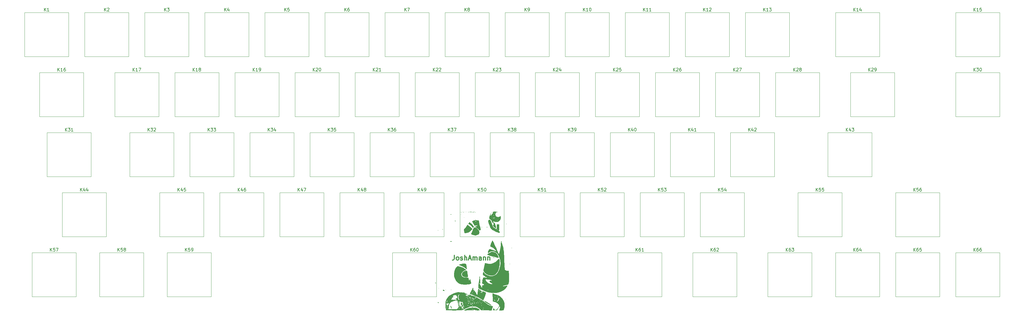
<source format=gbr>
G04 #@! TF.GenerationSoftware,KiCad,Pcbnew,8.0.2*
G04 #@! TF.CreationDate,2025-03-10T15:51:09-05:00*
G04 #@! TF.ProjectId,65,36352e6b-6963-4616-945f-706362585858,rev?*
G04 #@! TF.SameCoordinates,Original*
G04 #@! TF.FileFunction,Legend,Top*
G04 #@! TF.FilePolarity,Positive*
%FSLAX46Y46*%
G04 Gerber Fmt 4.6, Leading zero omitted, Abs format (unit mm)*
G04 Created by KiCad (PCBNEW 8.0.2) date 2025-03-10 15:51:09*
%MOMM*%
%LPD*%
G01*
G04 APERTURE LIST*
%ADD10C,0.150000*%
%ADD11C,0.300000*%
%ADD12C,0.120000*%
%ADD13C,0.000000*%
%ADD14C,1.700000*%
%ADD15C,4.000000*%
%ADD16C,2.200000*%
%ADD17C,3.050000*%
%ADD18C,0.650000*%
%ADD19O,1.000000X1.600000*%
%ADD20O,1.000000X2.100000*%
G04 APERTURE END LIST*
D10*
X353636714Y-96960819D02*
X353636714Y-95960819D01*
X354208142Y-96960819D02*
X353779571Y-96389390D01*
X354208142Y-95960819D02*
X353636714Y-96532247D01*
X355160523Y-96960819D02*
X354589095Y-96960819D01*
X354874809Y-96960819D02*
X354874809Y-95960819D01*
X354874809Y-95960819D02*
X354779571Y-96103676D01*
X354779571Y-96103676D02*
X354684333Y-96198914D01*
X354684333Y-96198914D02*
X354589095Y-96246533D01*
X356065285Y-95960819D02*
X355589095Y-95960819D01*
X355589095Y-95960819D02*
X355541476Y-96437009D01*
X355541476Y-96437009D02*
X355589095Y-96389390D01*
X355589095Y-96389390D02*
X355684333Y-96341771D01*
X355684333Y-96341771D02*
X355922428Y-96341771D01*
X355922428Y-96341771D02*
X356017666Y-96389390D01*
X356017666Y-96389390D02*
X356065285Y-96437009D01*
X356065285Y-96437009D02*
X356112904Y-96532247D01*
X356112904Y-96532247D02*
X356112904Y-96770342D01*
X356112904Y-96770342D02*
X356065285Y-96865580D01*
X356065285Y-96865580D02*
X356017666Y-96913200D01*
X356017666Y-96913200D02*
X355922428Y-96960819D01*
X355922428Y-96960819D02*
X355684333Y-96960819D01*
X355684333Y-96960819D02*
X355589095Y-96913200D01*
X355589095Y-96913200D02*
X355541476Y-96865580D01*
X244099214Y-135060819D02*
X244099214Y-134060819D01*
X244670642Y-135060819D02*
X244242071Y-134489390D01*
X244670642Y-134060819D02*
X244099214Y-134632247D01*
X245527785Y-134394152D02*
X245527785Y-135060819D01*
X245289690Y-134013200D02*
X245051595Y-134727485D01*
X245051595Y-134727485D02*
X245670642Y-134727485D01*
X246242071Y-134060819D02*
X246337309Y-134060819D01*
X246337309Y-134060819D02*
X246432547Y-134108438D01*
X246432547Y-134108438D02*
X246480166Y-134156057D01*
X246480166Y-134156057D02*
X246527785Y-134251295D01*
X246527785Y-134251295D02*
X246575404Y-134441771D01*
X246575404Y-134441771D02*
X246575404Y-134679866D01*
X246575404Y-134679866D02*
X246527785Y-134870342D01*
X246527785Y-134870342D02*
X246480166Y-134965580D01*
X246480166Y-134965580D02*
X246432547Y-135013200D01*
X246432547Y-135013200D02*
X246337309Y-135060819D01*
X246337309Y-135060819D02*
X246242071Y-135060819D01*
X246242071Y-135060819D02*
X246146833Y-135013200D01*
X246146833Y-135013200D02*
X246099214Y-134965580D01*
X246099214Y-134965580D02*
X246051595Y-134870342D01*
X246051595Y-134870342D02*
X246003976Y-134679866D01*
X246003976Y-134679866D02*
X246003976Y-134441771D01*
X246003976Y-134441771D02*
X246051595Y-134251295D01*
X246051595Y-134251295D02*
X246099214Y-134156057D01*
X246099214Y-134156057D02*
X246146833Y-134108438D01*
X246146833Y-134108438D02*
X246242071Y-134060819D01*
X77891905Y-96960819D02*
X77891905Y-95960819D01*
X78463333Y-96960819D02*
X78034762Y-96389390D01*
X78463333Y-95960819D02*
X77891905Y-96532247D01*
X78844286Y-96056057D02*
X78891905Y-96008438D01*
X78891905Y-96008438D02*
X78987143Y-95960819D01*
X78987143Y-95960819D02*
X79225238Y-95960819D01*
X79225238Y-95960819D02*
X79320476Y-96008438D01*
X79320476Y-96008438D02*
X79368095Y-96056057D01*
X79368095Y-96056057D02*
X79415714Y-96151295D01*
X79415714Y-96151295D02*
X79415714Y-96246533D01*
X79415714Y-96246533D02*
X79368095Y-96389390D01*
X79368095Y-96389390D02*
X78796667Y-96960819D01*
X78796667Y-96960819D02*
X79415714Y-96960819D01*
D11*
X188881428Y-174438328D02*
X188881428Y-175509757D01*
X188881428Y-175509757D02*
X188809999Y-175724042D01*
X188809999Y-175724042D02*
X188667142Y-175866900D01*
X188667142Y-175866900D02*
X188452856Y-175938328D01*
X188452856Y-175938328D02*
X188309999Y-175938328D01*
X189809999Y-175938328D02*
X189667142Y-175866900D01*
X189667142Y-175866900D02*
X189595713Y-175795471D01*
X189595713Y-175795471D02*
X189524285Y-175652614D01*
X189524285Y-175652614D02*
X189524285Y-175224042D01*
X189524285Y-175224042D02*
X189595713Y-175081185D01*
X189595713Y-175081185D02*
X189667142Y-175009757D01*
X189667142Y-175009757D02*
X189809999Y-174938328D01*
X189809999Y-174938328D02*
X190024285Y-174938328D01*
X190024285Y-174938328D02*
X190167142Y-175009757D01*
X190167142Y-175009757D02*
X190238571Y-175081185D01*
X190238571Y-175081185D02*
X190309999Y-175224042D01*
X190309999Y-175224042D02*
X190309999Y-175652614D01*
X190309999Y-175652614D02*
X190238571Y-175795471D01*
X190238571Y-175795471D02*
X190167142Y-175866900D01*
X190167142Y-175866900D02*
X190024285Y-175938328D01*
X190024285Y-175938328D02*
X189809999Y-175938328D01*
X190881428Y-175866900D02*
X191024285Y-175938328D01*
X191024285Y-175938328D02*
X191309999Y-175938328D01*
X191309999Y-175938328D02*
X191452856Y-175866900D01*
X191452856Y-175866900D02*
X191524285Y-175724042D01*
X191524285Y-175724042D02*
X191524285Y-175652614D01*
X191524285Y-175652614D02*
X191452856Y-175509757D01*
X191452856Y-175509757D02*
X191309999Y-175438328D01*
X191309999Y-175438328D02*
X191095714Y-175438328D01*
X191095714Y-175438328D02*
X190952856Y-175366900D01*
X190952856Y-175366900D02*
X190881428Y-175224042D01*
X190881428Y-175224042D02*
X190881428Y-175152614D01*
X190881428Y-175152614D02*
X190952856Y-175009757D01*
X190952856Y-175009757D02*
X191095714Y-174938328D01*
X191095714Y-174938328D02*
X191309999Y-174938328D01*
X191309999Y-174938328D02*
X191452856Y-175009757D01*
X192167142Y-175938328D02*
X192167142Y-174438328D01*
X192810000Y-175938328D02*
X192810000Y-175152614D01*
X192810000Y-175152614D02*
X192738571Y-175009757D01*
X192738571Y-175009757D02*
X192595714Y-174938328D01*
X192595714Y-174938328D02*
X192381428Y-174938328D01*
X192381428Y-174938328D02*
X192238571Y-175009757D01*
X192238571Y-175009757D02*
X192167142Y-175081185D01*
X193452857Y-175509757D02*
X194167143Y-175509757D01*
X193310000Y-175938328D02*
X193810000Y-174438328D01*
X193810000Y-174438328D02*
X194310000Y-175938328D01*
X194809999Y-175938328D02*
X194809999Y-174938328D01*
X194809999Y-175081185D02*
X194881428Y-175009757D01*
X194881428Y-175009757D02*
X195024285Y-174938328D01*
X195024285Y-174938328D02*
X195238571Y-174938328D01*
X195238571Y-174938328D02*
X195381428Y-175009757D01*
X195381428Y-175009757D02*
X195452857Y-175152614D01*
X195452857Y-175152614D02*
X195452857Y-175938328D01*
X195452857Y-175152614D02*
X195524285Y-175009757D01*
X195524285Y-175009757D02*
X195667142Y-174938328D01*
X195667142Y-174938328D02*
X195881428Y-174938328D01*
X195881428Y-174938328D02*
X196024285Y-175009757D01*
X196024285Y-175009757D02*
X196095714Y-175152614D01*
X196095714Y-175152614D02*
X196095714Y-175938328D01*
X197452857Y-175938328D02*
X197452857Y-175152614D01*
X197452857Y-175152614D02*
X197381428Y-175009757D01*
X197381428Y-175009757D02*
X197238571Y-174938328D01*
X197238571Y-174938328D02*
X196952857Y-174938328D01*
X196952857Y-174938328D02*
X196809999Y-175009757D01*
X197452857Y-175866900D02*
X197309999Y-175938328D01*
X197309999Y-175938328D02*
X196952857Y-175938328D01*
X196952857Y-175938328D02*
X196809999Y-175866900D01*
X196809999Y-175866900D02*
X196738571Y-175724042D01*
X196738571Y-175724042D02*
X196738571Y-175581185D01*
X196738571Y-175581185D02*
X196809999Y-175438328D01*
X196809999Y-175438328D02*
X196952857Y-175366900D01*
X196952857Y-175366900D02*
X197309999Y-175366900D01*
X197309999Y-175366900D02*
X197452857Y-175295471D01*
X198167142Y-174938328D02*
X198167142Y-175938328D01*
X198167142Y-175081185D02*
X198238571Y-175009757D01*
X198238571Y-175009757D02*
X198381428Y-174938328D01*
X198381428Y-174938328D02*
X198595714Y-174938328D01*
X198595714Y-174938328D02*
X198738571Y-175009757D01*
X198738571Y-175009757D02*
X198810000Y-175152614D01*
X198810000Y-175152614D02*
X198810000Y-175938328D01*
X199524285Y-174938328D02*
X199524285Y-175938328D01*
X199524285Y-175081185D02*
X199595714Y-175009757D01*
X199595714Y-175009757D02*
X199738571Y-174938328D01*
X199738571Y-174938328D02*
X199952857Y-174938328D01*
X199952857Y-174938328D02*
X200095714Y-175009757D01*
X200095714Y-175009757D02*
X200167143Y-175152614D01*
X200167143Y-175152614D02*
X200167143Y-175938328D01*
D10*
X115991905Y-96960819D02*
X115991905Y-95960819D01*
X116563333Y-96960819D02*
X116134762Y-96389390D01*
X116563333Y-95960819D02*
X115991905Y-96532247D01*
X117420476Y-96294152D02*
X117420476Y-96960819D01*
X117182381Y-95913200D02*
X116944286Y-96627485D01*
X116944286Y-96627485D02*
X117563333Y-96627485D01*
X58841905Y-96960819D02*
X58841905Y-95960819D01*
X59413333Y-96960819D02*
X58984762Y-96389390D01*
X59413333Y-95960819D02*
X58841905Y-96532247D01*
X60365714Y-96960819D02*
X59794286Y-96960819D01*
X60080000Y-96960819D02*
X60080000Y-95960819D01*
X60080000Y-95960819D02*
X59984762Y-96103676D01*
X59984762Y-96103676D02*
X59889524Y-96198914D01*
X59889524Y-96198914D02*
X59794286Y-96246533D01*
X192191905Y-96960819D02*
X192191905Y-95960819D01*
X192763333Y-96960819D02*
X192334762Y-96389390D01*
X192763333Y-95960819D02*
X192191905Y-96532247D01*
X193334762Y-96389390D02*
X193239524Y-96341771D01*
X193239524Y-96341771D02*
X193191905Y-96294152D01*
X193191905Y-96294152D02*
X193144286Y-96198914D01*
X193144286Y-96198914D02*
X193144286Y-96151295D01*
X193144286Y-96151295D02*
X193191905Y-96056057D01*
X193191905Y-96056057D02*
X193239524Y-96008438D01*
X193239524Y-96008438D02*
X193334762Y-95960819D01*
X193334762Y-95960819D02*
X193525238Y-95960819D01*
X193525238Y-95960819D02*
X193620476Y-96008438D01*
X193620476Y-96008438D02*
X193668095Y-96056057D01*
X193668095Y-96056057D02*
X193715714Y-96151295D01*
X193715714Y-96151295D02*
X193715714Y-96198914D01*
X193715714Y-96198914D02*
X193668095Y-96294152D01*
X193668095Y-96294152D02*
X193620476Y-96341771D01*
X193620476Y-96341771D02*
X193525238Y-96389390D01*
X193525238Y-96389390D02*
X193334762Y-96389390D01*
X193334762Y-96389390D02*
X193239524Y-96437009D01*
X193239524Y-96437009D02*
X193191905Y-96484628D01*
X193191905Y-96484628D02*
X193144286Y-96579866D01*
X193144286Y-96579866D02*
X193144286Y-96770342D01*
X193144286Y-96770342D02*
X193191905Y-96865580D01*
X193191905Y-96865580D02*
X193239524Y-96913200D01*
X193239524Y-96913200D02*
X193334762Y-96960819D01*
X193334762Y-96960819D02*
X193525238Y-96960819D01*
X193525238Y-96960819D02*
X193620476Y-96913200D01*
X193620476Y-96913200D02*
X193668095Y-96865580D01*
X193668095Y-96865580D02*
X193715714Y-96770342D01*
X193715714Y-96770342D02*
X193715714Y-96579866D01*
X193715714Y-96579866D02*
X193668095Y-96484628D01*
X193668095Y-96484628D02*
X193620476Y-96437009D01*
X193620476Y-96437009D02*
X193525238Y-96389390D01*
X148849214Y-135060819D02*
X148849214Y-134060819D01*
X149420642Y-135060819D02*
X148992071Y-134489390D01*
X149420642Y-134060819D02*
X148849214Y-134632247D01*
X149753976Y-134060819D02*
X150373023Y-134060819D01*
X150373023Y-134060819D02*
X150039690Y-134441771D01*
X150039690Y-134441771D02*
X150182547Y-134441771D01*
X150182547Y-134441771D02*
X150277785Y-134489390D01*
X150277785Y-134489390D02*
X150325404Y-134537009D01*
X150325404Y-134537009D02*
X150373023Y-134632247D01*
X150373023Y-134632247D02*
X150373023Y-134870342D01*
X150373023Y-134870342D02*
X150325404Y-134965580D01*
X150325404Y-134965580D02*
X150277785Y-135013200D01*
X150277785Y-135013200D02*
X150182547Y-135060819D01*
X150182547Y-135060819D02*
X149896833Y-135060819D01*
X149896833Y-135060819D02*
X149801595Y-135013200D01*
X149801595Y-135013200D02*
X149753976Y-134965580D01*
X151277785Y-134060819D02*
X150801595Y-134060819D01*
X150801595Y-134060819D02*
X150753976Y-134537009D01*
X150753976Y-134537009D02*
X150801595Y-134489390D01*
X150801595Y-134489390D02*
X150896833Y-134441771D01*
X150896833Y-134441771D02*
X151134928Y-134441771D01*
X151134928Y-134441771D02*
X151230166Y-134489390D01*
X151230166Y-134489390D02*
X151277785Y-134537009D01*
X151277785Y-134537009D02*
X151325404Y-134632247D01*
X151325404Y-134632247D02*
X151325404Y-134870342D01*
X151325404Y-134870342D02*
X151277785Y-134965580D01*
X151277785Y-134965580D02*
X151230166Y-135013200D01*
X151230166Y-135013200D02*
X151134928Y-135060819D01*
X151134928Y-135060819D02*
X150896833Y-135060819D01*
X150896833Y-135060819D02*
X150801595Y-135013200D01*
X150801595Y-135013200D02*
X150753976Y-134965580D01*
X303631714Y-154110819D02*
X303631714Y-153110819D01*
X304203142Y-154110819D02*
X303774571Y-153539390D01*
X304203142Y-153110819D02*
X303631714Y-153682247D01*
X305107904Y-153110819D02*
X304631714Y-153110819D01*
X304631714Y-153110819D02*
X304584095Y-153587009D01*
X304584095Y-153587009D02*
X304631714Y-153539390D01*
X304631714Y-153539390D02*
X304726952Y-153491771D01*
X304726952Y-153491771D02*
X304965047Y-153491771D01*
X304965047Y-153491771D02*
X305060285Y-153539390D01*
X305060285Y-153539390D02*
X305107904Y-153587009D01*
X305107904Y-153587009D02*
X305155523Y-153682247D01*
X305155523Y-153682247D02*
X305155523Y-153920342D01*
X305155523Y-153920342D02*
X305107904Y-154015580D01*
X305107904Y-154015580D02*
X305060285Y-154063200D01*
X305060285Y-154063200D02*
X304965047Y-154110819D01*
X304965047Y-154110819D02*
X304726952Y-154110819D01*
X304726952Y-154110819D02*
X304631714Y-154063200D01*
X304631714Y-154063200D02*
X304584095Y-154015580D01*
X306060285Y-153110819D02*
X305584095Y-153110819D01*
X305584095Y-153110819D02*
X305536476Y-153587009D01*
X305536476Y-153587009D02*
X305584095Y-153539390D01*
X305584095Y-153539390D02*
X305679333Y-153491771D01*
X305679333Y-153491771D02*
X305917428Y-153491771D01*
X305917428Y-153491771D02*
X306012666Y-153539390D01*
X306012666Y-153539390D02*
X306060285Y-153587009D01*
X306060285Y-153587009D02*
X306107904Y-153682247D01*
X306107904Y-153682247D02*
X306107904Y-153920342D01*
X306107904Y-153920342D02*
X306060285Y-154015580D01*
X306060285Y-154015580D02*
X306012666Y-154063200D01*
X306012666Y-154063200D02*
X305917428Y-154110819D01*
X305917428Y-154110819D02*
X305679333Y-154110819D01*
X305679333Y-154110819D02*
X305584095Y-154063200D01*
X305584095Y-154063200D02*
X305536476Y-154015580D01*
X272676214Y-154110819D02*
X272676214Y-153110819D01*
X273247642Y-154110819D02*
X272819071Y-153539390D01*
X273247642Y-153110819D02*
X272676214Y-153682247D01*
X274152404Y-153110819D02*
X273676214Y-153110819D01*
X273676214Y-153110819D02*
X273628595Y-153587009D01*
X273628595Y-153587009D02*
X273676214Y-153539390D01*
X273676214Y-153539390D02*
X273771452Y-153491771D01*
X273771452Y-153491771D02*
X274009547Y-153491771D01*
X274009547Y-153491771D02*
X274104785Y-153539390D01*
X274104785Y-153539390D02*
X274152404Y-153587009D01*
X274152404Y-153587009D02*
X274200023Y-153682247D01*
X274200023Y-153682247D02*
X274200023Y-153920342D01*
X274200023Y-153920342D02*
X274152404Y-154015580D01*
X274152404Y-154015580D02*
X274104785Y-154063200D01*
X274104785Y-154063200D02*
X274009547Y-154110819D01*
X274009547Y-154110819D02*
X273771452Y-154110819D01*
X273771452Y-154110819D02*
X273676214Y-154063200D01*
X273676214Y-154063200D02*
X273628595Y-154015580D01*
X275057166Y-153444152D02*
X275057166Y-154110819D01*
X274819071Y-153063200D02*
X274580976Y-153777485D01*
X274580976Y-153777485D02*
X275200023Y-153777485D01*
X234576214Y-154110819D02*
X234576214Y-153110819D01*
X235147642Y-154110819D02*
X234719071Y-153539390D01*
X235147642Y-153110819D02*
X234576214Y-153682247D01*
X236052404Y-153110819D02*
X235576214Y-153110819D01*
X235576214Y-153110819D02*
X235528595Y-153587009D01*
X235528595Y-153587009D02*
X235576214Y-153539390D01*
X235576214Y-153539390D02*
X235671452Y-153491771D01*
X235671452Y-153491771D02*
X235909547Y-153491771D01*
X235909547Y-153491771D02*
X236004785Y-153539390D01*
X236004785Y-153539390D02*
X236052404Y-153587009D01*
X236052404Y-153587009D02*
X236100023Y-153682247D01*
X236100023Y-153682247D02*
X236100023Y-153920342D01*
X236100023Y-153920342D02*
X236052404Y-154015580D01*
X236052404Y-154015580D02*
X236004785Y-154063200D01*
X236004785Y-154063200D02*
X235909547Y-154110819D01*
X235909547Y-154110819D02*
X235671452Y-154110819D01*
X235671452Y-154110819D02*
X235576214Y-154063200D01*
X235576214Y-154063200D02*
X235528595Y-154015580D01*
X236480976Y-153206057D02*
X236528595Y-153158438D01*
X236528595Y-153158438D02*
X236623833Y-153110819D01*
X236623833Y-153110819D02*
X236861928Y-153110819D01*
X236861928Y-153110819D02*
X236957166Y-153158438D01*
X236957166Y-153158438D02*
X237004785Y-153206057D01*
X237004785Y-153206057D02*
X237052404Y-153301295D01*
X237052404Y-153301295D02*
X237052404Y-153396533D01*
X237052404Y-153396533D02*
X237004785Y-153539390D01*
X237004785Y-153539390D02*
X236433357Y-154110819D01*
X236433357Y-154110819D02*
X237052404Y-154110819D01*
X139326214Y-154110819D02*
X139326214Y-153110819D01*
X139897642Y-154110819D02*
X139469071Y-153539390D01*
X139897642Y-153110819D02*
X139326214Y-153682247D01*
X140754785Y-153444152D02*
X140754785Y-154110819D01*
X140516690Y-153063200D02*
X140278595Y-153777485D01*
X140278595Y-153777485D02*
X140897642Y-153777485D01*
X141183357Y-153110819D02*
X141850023Y-153110819D01*
X141850023Y-153110819D02*
X141421452Y-154110819D01*
X353636714Y-173160819D02*
X353636714Y-172160819D01*
X354208142Y-173160819D02*
X353779571Y-172589390D01*
X354208142Y-172160819D02*
X353636714Y-172732247D01*
X355065285Y-172160819D02*
X354874809Y-172160819D01*
X354874809Y-172160819D02*
X354779571Y-172208438D01*
X354779571Y-172208438D02*
X354731952Y-172256057D01*
X354731952Y-172256057D02*
X354636714Y-172398914D01*
X354636714Y-172398914D02*
X354589095Y-172589390D01*
X354589095Y-172589390D02*
X354589095Y-172970342D01*
X354589095Y-172970342D02*
X354636714Y-173065580D01*
X354636714Y-173065580D02*
X354684333Y-173113200D01*
X354684333Y-173113200D02*
X354779571Y-173160819D01*
X354779571Y-173160819D02*
X354970047Y-173160819D01*
X354970047Y-173160819D02*
X355065285Y-173113200D01*
X355065285Y-173113200D02*
X355112904Y-173065580D01*
X355112904Y-173065580D02*
X355160523Y-172970342D01*
X355160523Y-172970342D02*
X355160523Y-172732247D01*
X355160523Y-172732247D02*
X355112904Y-172637009D01*
X355112904Y-172637009D02*
X355065285Y-172589390D01*
X355065285Y-172589390D02*
X354970047Y-172541771D01*
X354970047Y-172541771D02*
X354779571Y-172541771D01*
X354779571Y-172541771D02*
X354684333Y-172589390D01*
X354684333Y-172589390D02*
X354636714Y-172637009D01*
X354636714Y-172637009D02*
X354589095Y-172732247D01*
X356017666Y-172160819D02*
X355827190Y-172160819D01*
X355827190Y-172160819D02*
X355731952Y-172208438D01*
X355731952Y-172208438D02*
X355684333Y-172256057D01*
X355684333Y-172256057D02*
X355589095Y-172398914D01*
X355589095Y-172398914D02*
X355541476Y-172589390D01*
X355541476Y-172589390D02*
X355541476Y-172970342D01*
X355541476Y-172970342D02*
X355589095Y-173065580D01*
X355589095Y-173065580D02*
X355636714Y-173113200D01*
X355636714Y-173113200D02*
X355731952Y-173160819D01*
X355731952Y-173160819D02*
X355922428Y-173160819D01*
X355922428Y-173160819D02*
X356017666Y-173113200D01*
X356017666Y-173113200D02*
X356065285Y-173065580D01*
X356065285Y-173065580D02*
X356112904Y-172970342D01*
X356112904Y-172970342D02*
X356112904Y-172732247D01*
X356112904Y-172732247D02*
X356065285Y-172637009D01*
X356065285Y-172637009D02*
X356017666Y-172589390D01*
X356017666Y-172589390D02*
X355922428Y-172541771D01*
X355922428Y-172541771D02*
X355731952Y-172541771D01*
X355731952Y-172541771D02*
X355636714Y-172589390D01*
X355636714Y-172589390D02*
X355589095Y-172637009D01*
X355589095Y-172637009D02*
X355541476Y-172732247D01*
X282199214Y-135060819D02*
X282199214Y-134060819D01*
X282770642Y-135060819D02*
X282342071Y-134489390D01*
X282770642Y-134060819D02*
X282199214Y-134632247D01*
X283627785Y-134394152D02*
X283627785Y-135060819D01*
X283389690Y-134013200D02*
X283151595Y-134727485D01*
X283151595Y-134727485D02*
X283770642Y-134727485D01*
X284103976Y-134156057D02*
X284151595Y-134108438D01*
X284151595Y-134108438D02*
X284246833Y-134060819D01*
X284246833Y-134060819D02*
X284484928Y-134060819D01*
X284484928Y-134060819D02*
X284580166Y-134108438D01*
X284580166Y-134108438D02*
X284627785Y-134156057D01*
X284627785Y-134156057D02*
X284675404Y-134251295D01*
X284675404Y-134251295D02*
X284675404Y-134346533D01*
X284675404Y-134346533D02*
X284627785Y-134489390D01*
X284627785Y-134489390D02*
X284056357Y-135060819D01*
X284056357Y-135060819D02*
X284675404Y-135060819D01*
X246481714Y-173160819D02*
X246481714Y-172160819D01*
X247053142Y-173160819D02*
X246624571Y-172589390D01*
X247053142Y-172160819D02*
X246481714Y-172732247D01*
X247910285Y-172160819D02*
X247719809Y-172160819D01*
X247719809Y-172160819D02*
X247624571Y-172208438D01*
X247624571Y-172208438D02*
X247576952Y-172256057D01*
X247576952Y-172256057D02*
X247481714Y-172398914D01*
X247481714Y-172398914D02*
X247434095Y-172589390D01*
X247434095Y-172589390D02*
X247434095Y-172970342D01*
X247434095Y-172970342D02*
X247481714Y-173065580D01*
X247481714Y-173065580D02*
X247529333Y-173113200D01*
X247529333Y-173113200D02*
X247624571Y-173160819D01*
X247624571Y-173160819D02*
X247815047Y-173160819D01*
X247815047Y-173160819D02*
X247910285Y-173113200D01*
X247910285Y-173113200D02*
X247957904Y-173065580D01*
X247957904Y-173065580D02*
X248005523Y-172970342D01*
X248005523Y-172970342D02*
X248005523Y-172732247D01*
X248005523Y-172732247D02*
X247957904Y-172637009D01*
X247957904Y-172637009D02*
X247910285Y-172589390D01*
X247910285Y-172589390D02*
X247815047Y-172541771D01*
X247815047Y-172541771D02*
X247624571Y-172541771D01*
X247624571Y-172541771D02*
X247529333Y-172589390D01*
X247529333Y-172589390D02*
X247481714Y-172637009D01*
X247481714Y-172637009D02*
X247434095Y-172732247D01*
X248957904Y-173160819D02*
X248386476Y-173160819D01*
X248672190Y-173160819D02*
X248672190Y-172160819D01*
X248672190Y-172160819D02*
X248576952Y-172303676D01*
X248576952Y-172303676D02*
X248481714Y-172398914D01*
X248481714Y-172398914D02*
X248386476Y-172446533D01*
X263149214Y-135060819D02*
X263149214Y-134060819D01*
X263720642Y-135060819D02*
X263292071Y-134489390D01*
X263720642Y-134060819D02*
X263149214Y-134632247D01*
X264577785Y-134394152D02*
X264577785Y-135060819D01*
X264339690Y-134013200D02*
X264101595Y-134727485D01*
X264101595Y-134727485D02*
X264720642Y-134727485D01*
X265625404Y-135060819D02*
X265053976Y-135060819D01*
X265339690Y-135060819D02*
X265339690Y-134060819D01*
X265339690Y-134060819D02*
X265244452Y-134203676D01*
X265244452Y-134203676D02*
X265149214Y-134298914D01*
X265149214Y-134298914D02*
X265053976Y-134346533D01*
X286965714Y-96960819D02*
X286965714Y-95960819D01*
X287537142Y-96960819D02*
X287108571Y-96389390D01*
X287537142Y-95960819D02*
X286965714Y-96532247D01*
X288489523Y-96960819D02*
X287918095Y-96960819D01*
X288203809Y-96960819D02*
X288203809Y-95960819D01*
X288203809Y-95960819D02*
X288108571Y-96103676D01*
X288108571Y-96103676D02*
X288013333Y-96198914D01*
X288013333Y-96198914D02*
X287918095Y-96246533D01*
X288822857Y-95960819D02*
X289441904Y-95960819D01*
X289441904Y-95960819D02*
X289108571Y-96341771D01*
X289108571Y-96341771D02*
X289251428Y-96341771D01*
X289251428Y-96341771D02*
X289346666Y-96389390D01*
X289346666Y-96389390D02*
X289394285Y-96437009D01*
X289394285Y-96437009D02*
X289441904Y-96532247D01*
X289441904Y-96532247D02*
X289441904Y-96770342D01*
X289441904Y-96770342D02*
X289394285Y-96865580D01*
X289394285Y-96865580D02*
X289346666Y-96913200D01*
X289346666Y-96913200D02*
X289251428Y-96960819D01*
X289251428Y-96960819D02*
X288965714Y-96960819D01*
X288965714Y-96960819D02*
X288870476Y-96913200D01*
X288870476Y-96913200D02*
X288822857Y-96865580D01*
X154091905Y-96960819D02*
X154091905Y-95960819D01*
X154663333Y-96960819D02*
X154234762Y-96389390D01*
X154663333Y-95960819D02*
X154091905Y-96532247D01*
X155520476Y-95960819D02*
X155330000Y-95960819D01*
X155330000Y-95960819D02*
X155234762Y-96008438D01*
X155234762Y-96008438D02*
X155187143Y-96056057D01*
X155187143Y-96056057D02*
X155091905Y-96198914D01*
X155091905Y-96198914D02*
X155044286Y-96389390D01*
X155044286Y-96389390D02*
X155044286Y-96770342D01*
X155044286Y-96770342D02*
X155091905Y-96865580D01*
X155091905Y-96865580D02*
X155139524Y-96913200D01*
X155139524Y-96913200D02*
X155234762Y-96960819D01*
X155234762Y-96960819D02*
X155425238Y-96960819D01*
X155425238Y-96960819D02*
X155520476Y-96913200D01*
X155520476Y-96913200D02*
X155568095Y-96865580D01*
X155568095Y-96865580D02*
X155615714Y-96770342D01*
X155615714Y-96770342D02*
X155615714Y-96532247D01*
X155615714Y-96532247D02*
X155568095Y-96437009D01*
X155568095Y-96437009D02*
X155520476Y-96389390D01*
X155520476Y-96389390D02*
X155425238Y-96341771D01*
X155425238Y-96341771D02*
X155234762Y-96341771D01*
X155234762Y-96341771D02*
X155139524Y-96389390D01*
X155139524Y-96389390D02*
X155091905Y-96437009D01*
X155091905Y-96437009D02*
X155044286Y-96532247D01*
X60745714Y-173160819D02*
X60745714Y-172160819D01*
X61317142Y-173160819D02*
X60888571Y-172589390D01*
X61317142Y-172160819D02*
X60745714Y-172732247D01*
X62221904Y-172160819D02*
X61745714Y-172160819D01*
X61745714Y-172160819D02*
X61698095Y-172637009D01*
X61698095Y-172637009D02*
X61745714Y-172589390D01*
X61745714Y-172589390D02*
X61840952Y-172541771D01*
X61840952Y-172541771D02*
X62079047Y-172541771D01*
X62079047Y-172541771D02*
X62174285Y-172589390D01*
X62174285Y-172589390D02*
X62221904Y-172637009D01*
X62221904Y-172637009D02*
X62269523Y-172732247D01*
X62269523Y-172732247D02*
X62269523Y-172970342D01*
X62269523Y-172970342D02*
X62221904Y-173065580D01*
X62221904Y-173065580D02*
X62174285Y-173113200D01*
X62174285Y-173113200D02*
X62079047Y-173160819D01*
X62079047Y-173160819D02*
X61840952Y-173160819D01*
X61840952Y-173160819D02*
X61745714Y-173113200D01*
X61745714Y-173113200D02*
X61698095Y-173065580D01*
X62602857Y-172160819D02*
X63269523Y-172160819D01*
X63269523Y-172160819D02*
X62840952Y-173160819D01*
X267915714Y-96960819D02*
X267915714Y-95960819D01*
X268487142Y-96960819D02*
X268058571Y-96389390D01*
X268487142Y-95960819D02*
X267915714Y-96532247D01*
X269439523Y-96960819D02*
X268868095Y-96960819D01*
X269153809Y-96960819D02*
X269153809Y-95960819D01*
X269153809Y-95960819D02*
X269058571Y-96103676D01*
X269058571Y-96103676D02*
X268963333Y-96198914D01*
X268963333Y-96198914D02*
X268868095Y-96246533D01*
X269820476Y-96056057D02*
X269868095Y-96008438D01*
X269868095Y-96008438D02*
X269963333Y-95960819D01*
X269963333Y-95960819D02*
X270201428Y-95960819D01*
X270201428Y-95960819D02*
X270296666Y-96008438D01*
X270296666Y-96008438D02*
X270344285Y-96056057D01*
X270344285Y-96056057D02*
X270391904Y-96151295D01*
X270391904Y-96151295D02*
X270391904Y-96246533D01*
X270391904Y-96246533D02*
X270344285Y-96389390D01*
X270344285Y-96389390D02*
X269772857Y-96960819D01*
X269772857Y-96960819D02*
X270391904Y-96960819D01*
X334586714Y-173160819D02*
X334586714Y-172160819D01*
X335158142Y-173160819D02*
X334729571Y-172589390D01*
X335158142Y-172160819D02*
X334586714Y-172732247D01*
X336015285Y-172160819D02*
X335824809Y-172160819D01*
X335824809Y-172160819D02*
X335729571Y-172208438D01*
X335729571Y-172208438D02*
X335681952Y-172256057D01*
X335681952Y-172256057D02*
X335586714Y-172398914D01*
X335586714Y-172398914D02*
X335539095Y-172589390D01*
X335539095Y-172589390D02*
X335539095Y-172970342D01*
X335539095Y-172970342D02*
X335586714Y-173065580D01*
X335586714Y-173065580D02*
X335634333Y-173113200D01*
X335634333Y-173113200D02*
X335729571Y-173160819D01*
X335729571Y-173160819D02*
X335920047Y-173160819D01*
X335920047Y-173160819D02*
X336015285Y-173113200D01*
X336015285Y-173113200D02*
X336062904Y-173065580D01*
X336062904Y-173065580D02*
X336110523Y-172970342D01*
X336110523Y-172970342D02*
X336110523Y-172732247D01*
X336110523Y-172732247D02*
X336062904Y-172637009D01*
X336062904Y-172637009D02*
X336015285Y-172589390D01*
X336015285Y-172589390D02*
X335920047Y-172541771D01*
X335920047Y-172541771D02*
X335729571Y-172541771D01*
X335729571Y-172541771D02*
X335634333Y-172589390D01*
X335634333Y-172589390D02*
X335586714Y-172637009D01*
X335586714Y-172637009D02*
X335539095Y-172732247D01*
X337015285Y-172160819D02*
X336539095Y-172160819D01*
X336539095Y-172160819D02*
X336491476Y-172637009D01*
X336491476Y-172637009D02*
X336539095Y-172589390D01*
X336539095Y-172589390D02*
X336634333Y-172541771D01*
X336634333Y-172541771D02*
X336872428Y-172541771D01*
X336872428Y-172541771D02*
X336967666Y-172589390D01*
X336967666Y-172589390D02*
X337015285Y-172637009D01*
X337015285Y-172637009D02*
X337062904Y-172732247D01*
X337062904Y-172732247D02*
X337062904Y-172970342D01*
X337062904Y-172970342D02*
X337015285Y-173065580D01*
X337015285Y-173065580D02*
X336967666Y-173113200D01*
X336967666Y-173113200D02*
X336872428Y-173160819D01*
X336872428Y-173160819D02*
X336634333Y-173160819D01*
X336634333Y-173160819D02*
X336539095Y-173113200D01*
X336539095Y-173113200D02*
X336491476Y-173065580D01*
X120285714Y-154110819D02*
X120285714Y-153110819D01*
X120857142Y-154110819D02*
X120428571Y-153539390D01*
X120857142Y-153110819D02*
X120285714Y-153682247D01*
X121714285Y-153444152D02*
X121714285Y-154110819D01*
X121476190Y-153063200D02*
X121238095Y-153777485D01*
X121238095Y-153777485D02*
X121857142Y-153777485D01*
X122666666Y-153110819D02*
X122476190Y-153110819D01*
X122476190Y-153110819D02*
X122380952Y-153158438D01*
X122380952Y-153158438D02*
X122333333Y-153206057D01*
X122333333Y-153206057D02*
X122238095Y-153348914D01*
X122238095Y-153348914D02*
X122190476Y-153539390D01*
X122190476Y-153539390D02*
X122190476Y-153920342D01*
X122190476Y-153920342D02*
X122238095Y-154015580D01*
X122238095Y-154015580D02*
X122285714Y-154063200D01*
X122285714Y-154063200D02*
X122380952Y-154110819D01*
X122380952Y-154110819D02*
X122571428Y-154110819D01*
X122571428Y-154110819D02*
X122666666Y-154063200D01*
X122666666Y-154063200D02*
X122714285Y-154015580D01*
X122714285Y-154015580D02*
X122761904Y-153920342D01*
X122761904Y-153920342D02*
X122761904Y-153682247D01*
X122761904Y-153682247D02*
X122714285Y-153587009D01*
X122714285Y-153587009D02*
X122666666Y-153539390D01*
X122666666Y-153539390D02*
X122571428Y-153491771D01*
X122571428Y-153491771D02*
X122380952Y-153491771D01*
X122380952Y-153491771D02*
X122285714Y-153539390D01*
X122285714Y-153539390D02*
X122238095Y-153587009D01*
X122238095Y-153587009D02*
X122190476Y-153682247D01*
X167899214Y-135060819D02*
X167899214Y-134060819D01*
X168470642Y-135060819D02*
X168042071Y-134489390D01*
X168470642Y-134060819D02*
X167899214Y-134632247D01*
X168803976Y-134060819D02*
X169423023Y-134060819D01*
X169423023Y-134060819D02*
X169089690Y-134441771D01*
X169089690Y-134441771D02*
X169232547Y-134441771D01*
X169232547Y-134441771D02*
X169327785Y-134489390D01*
X169327785Y-134489390D02*
X169375404Y-134537009D01*
X169375404Y-134537009D02*
X169423023Y-134632247D01*
X169423023Y-134632247D02*
X169423023Y-134870342D01*
X169423023Y-134870342D02*
X169375404Y-134965580D01*
X169375404Y-134965580D02*
X169327785Y-135013200D01*
X169327785Y-135013200D02*
X169232547Y-135060819D01*
X169232547Y-135060819D02*
X168946833Y-135060819D01*
X168946833Y-135060819D02*
X168851595Y-135013200D01*
X168851595Y-135013200D02*
X168803976Y-134965580D01*
X170280166Y-134060819D02*
X170089690Y-134060819D01*
X170089690Y-134060819D02*
X169994452Y-134108438D01*
X169994452Y-134108438D02*
X169946833Y-134156057D01*
X169946833Y-134156057D02*
X169851595Y-134298914D01*
X169851595Y-134298914D02*
X169803976Y-134489390D01*
X169803976Y-134489390D02*
X169803976Y-134870342D01*
X169803976Y-134870342D02*
X169851595Y-134965580D01*
X169851595Y-134965580D02*
X169899214Y-135013200D01*
X169899214Y-135013200D02*
X169994452Y-135060819D01*
X169994452Y-135060819D02*
X170184928Y-135060819D01*
X170184928Y-135060819D02*
X170280166Y-135013200D01*
X170280166Y-135013200D02*
X170327785Y-134965580D01*
X170327785Y-134965580D02*
X170375404Y-134870342D01*
X170375404Y-134870342D02*
X170375404Y-134632247D01*
X170375404Y-134632247D02*
X170327785Y-134537009D01*
X170327785Y-134537009D02*
X170280166Y-134489390D01*
X170280166Y-134489390D02*
X170184928Y-134441771D01*
X170184928Y-134441771D02*
X169994452Y-134441771D01*
X169994452Y-134441771D02*
X169899214Y-134489390D01*
X169899214Y-134489390D02*
X169851595Y-134537009D01*
X169851595Y-134537009D02*
X169803976Y-134632247D01*
X277439714Y-116010819D02*
X277439714Y-115010819D01*
X278011142Y-116010819D02*
X277582571Y-115439390D01*
X278011142Y-115010819D02*
X277439714Y-115582247D01*
X278392095Y-115106057D02*
X278439714Y-115058438D01*
X278439714Y-115058438D02*
X278534952Y-115010819D01*
X278534952Y-115010819D02*
X278773047Y-115010819D01*
X278773047Y-115010819D02*
X278868285Y-115058438D01*
X278868285Y-115058438D02*
X278915904Y-115106057D01*
X278915904Y-115106057D02*
X278963523Y-115201295D01*
X278963523Y-115201295D02*
X278963523Y-115296533D01*
X278963523Y-115296533D02*
X278915904Y-115439390D01*
X278915904Y-115439390D02*
X278344476Y-116010819D01*
X278344476Y-116010819D02*
X278963523Y-116010819D01*
X279296857Y-115010819D02*
X279963523Y-115010819D01*
X279963523Y-115010819D02*
X279534952Y-116010819D01*
X296489714Y-116010819D02*
X296489714Y-115010819D01*
X297061142Y-116010819D02*
X296632571Y-115439390D01*
X297061142Y-115010819D02*
X296489714Y-115582247D01*
X297442095Y-115106057D02*
X297489714Y-115058438D01*
X297489714Y-115058438D02*
X297584952Y-115010819D01*
X297584952Y-115010819D02*
X297823047Y-115010819D01*
X297823047Y-115010819D02*
X297918285Y-115058438D01*
X297918285Y-115058438D02*
X297965904Y-115106057D01*
X297965904Y-115106057D02*
X298013523Y-115201295D01*
X298013523Y-115201295D02*
X298013523Y-115296533D01*
X298013523Y-115296533D02*
X297965904Y-115439390D01*
X297965904Y-115439390D02*
X297394476Y-116010819D01*
X297394476Y-116010819D02*
X298013523Y-116010819D01*
X298584952Y-115439390D02*
X298489714Y-115391771D01*
X298489714Y-115391771D02*
X298442095Y-115344152D01*
X298442095Y-115344152D02*
X298394476Y-115248914D01*
X298394476Y-115248914D02*
X298394476Y-115201295D01*
X298394476Y-115201295D02*
X298442095Y-115106057D01*
X298442095Y-115106057D02*
X298489714Y-115058438D01*
X298489714Y-115058438D02*
X298584952Y-115010819D01*
X298584952Y-115010819D02*
X298775428Y-115010819D01*
X298775428Y-115010819D02*
X298870666Y-115058438D01*
X298870666Y-115058438D02*
X298918285Y-115106057D01*
X298918285Y-115106057D02*
X298965904Y-115201295D01*
X298965904Y-115201295D02*
X298965904Y-115248914D01*
X298965904Y-115248914D02*
X298918285Y-115344152D01*
X298918285Y-115344152D02*
X298870666Y-115391771D01*
X298870666Y-115391771D02*
X298775428Y-115439390D01*
X298775428Y-115439390D02*
X298584952Y-115439390D01*
X298584952Y-115439390D02*
X298489714Y-115487009D01*
X298489714Y-115487009D02*
X298442095Y-115534628D01*
X298442095Y-115534628D02*
X298394476Y-115629866D01*
X298394476Y-115629866D02*
X298394476Y-115820342D01*
X298394476Y-115820342D02*
X298442095Y-115915580D01*
X298442095Y-115915580D02*
X298489714Y-115963200D01*
X298489714Y-115963200D02*
X298584952Y-116010819D01*
X298584952Y-116010819D02*
X298775428Y-116010819D01*
X298775428Y-116010819D02*
X298870666Y-115963200D01*
X298870666Y-115963200D02*
X298918285Y-115915580D01*
X298918285Y-115915580D02*
X298965904Y-115820342D01*
X298965904Y-115820342D02*
X298965904Y-115629866D01*
X298965904Y-115629866D02*
X298918285Y-115534628D01*
X298918285Y-115534628D02*
X298870666Y-115487009D01*
X298870666Y-115487009D02*
X298775428Y-115439390D01*
X129799214Y-135060819D02*
X129799214Y-134060819D01*
X130370642Y-135060819D02*
X129942071Y-134489390D01*
X130370642Y-134060819D02*
X129799214Y-134632247D01*
X130703976Y-134060819D02*
X131323023Y-134060819D01*
X131323023Y-134060819D02*
X130989690Y-134441771D01*
X130989690Y-134441771D02*
X131132547Y-134441771D01*
X131132547Y-134441771D02*
X131227785Y-134489390D01*
X131227785Y-134489390D02*
X131275404Y-134537009D01*
X131275404Y-134537009D02*
X131323023Y-134632247D01*
X131323023Y-134632247D02*
X131323023Y-134870342D01*
X131323023Y-134870342D02*
X131275404Y-134965580D01*
X131275404Y-134965580D02*
X131227785Y-135013200D01*
X131227785Y-135013200D02*
X131132547Y-135060819D01*
X131132547Y-135060819D02*
X130846833Y-135060819D01*
X130846833Y-135060819D02*
X130751595Y-135013200D01*
X130751595Y-135013200D02*
X130703976Y-134965580D01*
X132180166Y-134394152D02*
X132180166Y-135060819D01*
X131942071Y-134013200D02*
X131703976Y-134727485D01*
X131703976Y-134727485D02*
X132323023Y-134727485D01*
X70270714Y-154110819D02*
X70270714Y-153110819D01*
X70842142Y-154110819D02*
X70413571Y-153539390D01*
X70842142Y-153110819D02*
X70270714Y-153682247D01*
X71699285Y-153444152D02*
X71699285Y-154110819D01*
X71461190Y-153063200D02*
X71223095Y-153777485D01*
X71223095Y-153777485D02*
X71842142Y-153777485D01*
X72651666Y-153444152D02*
X72651666Y-154110819D01*
X72413571Y-153063200D02*
X72175476Y-153777485D01*
X72175476Y-153777485D02*
X72794523Y-153777485D01*
X174998214Y-173160819D02*
X174998214Y-172160819D01*
X175569642Y-173160819D02*
X175141071Y-172589390D01*
X175569642Y-172160819D02*
X174998214Y-172732247D01*
X176426785Y-172160819D02*
X176236309Y-172160819D01*
X176236309Y-172160819D02*
X176141071Y-172208438D01*
X176141071Y-172208438D02*
X176093452Y-172256057D01*
X176093452Y-172256057D02*
X175998214Y-172398914D01*
X175998214Y-172398914D02*
X175950595Y-172589390D01*
X175950595Y-172589390D02*
X175950595Y-172970342D01*
X175950595Y-172970342D02*
X175998214Y-173065580D01*
X175998214Y-173065580D02*
X176045833Y-173113200D01*
X176045833Y-173113200D02*
X176141071Y-173160819D01*
X176141071Y-173160819D02*
X176331547Y-173160819D01*
X176331547Y-173160819D02*
X176426785Y-173113200D01*
X176426785Y-173113200D02*
X176474404Y-173065580D01*
X176474404Y-173065580D02*
X176522023Y-172970342D01*
X176522023Y-172970342D02*
X176522023Y-172732247D01*
X176522023Y-172732247D02*
X176474404Y-172637009D01*
X176474404Y-172637009D02*
X176426785Y-172589390D01*
X176426785Y-172589390D02*
X176331547Y-172541771D01*
X176331547Y-172541771D02*
X176141071Y-172541771D01*
X176141071Y-172541771D02*
X176045833Y-172589390D01*
X176045833Y-172589390D02*
X175998214Y-172637009D01*
X175998214Y-172637009D02*
X175950595Y-172732247D01*
X177141071Y-172160819D02*
X177236309Y-172160819D01*
X177236309Y-172160819D02*
X177331547Y-172208438D01*
X177331547Y-172208438D02*
X177379166Y-172256057D01*
X177379166Y-172256057D02*
X177426785Y-172351295D01*
X177426785Y-172351295D02*
X177474404Y-172541771D01*
X177474404Y-172541771D02*
X177474404Y-172779866D01*
X177474404Y-172779866D02*
X177426785Y-172970342D01*
X177426785Y-172970342D02*
X177379166Y-173065580D01*
X177379166Y-173065580D02*
X177331547Y-173113200D01*
X177331547Y-173113200D02*
X177236309Y-173160819D01*
X177236309Y-173160819D02*
X177141071Y-173160819D01*
X177141071Y-173160819D02*
X177045833Y-173113200D01*
X177045833Y-173113200D02*
X176998214Y-173065580D01*
X176998214Y-173065580D02*
X176950595Y-172970342D01*
X176950595Y-172970342D02*
X176902976Y-172779866D01*
X176902976Y-172779866D02*
X176902976Y-172541771D01*
X176902976Y-172541771D02*
X176950595Y-172351295D01*
X176950595Y-172351295D02*
X176998214Y-172256057D01*
X176998214Y-172256057D02*
X177045833Y-172208438D01*
X177045833Y-172208438D02*
X177141071Y-172160819D01*
X101226214Y-154110819D02*
X101226214Y-153110819D01*
X101797642Y-154110819D02*
X101369071Y-153539390D01*
X101797642Y-153110819D02*
X101226214Y-153682247D01*
X102654785Y-153444152D02*
X102654785Y-154110819D01*
X102416690Y-153063200D02*
X102178595Y-153777485D01*
X102178595Y-153777485D02*
X102797642Y-153777485D01*
X103654785Y-153110819D02*
X103178595Y-153110819D01*
X103178595Y-153110819D02*
X103130976Y-153587009D01*
X103130976Y-153587009D02*
X103178595Y-153539390D01*
X103178595Y-153539390D02*
X103273833Y-153491771D01*
X103273833Y-153491771D02*
X103511928Y-153491771D01*
X103511928Y-153491771D02*
X103607166Y-153539390D01*
X103607166Y-153539390D02*
X103654785Y-153587009D01*
X103654785Y-153587009D02*
X103702404Y-153682247D01*
X103702404Y-153682247D02*
X103702404Y-153920342D01*
X103702404Y-153920342D02*
X103654785Y-154015580D01*
X103654785Y-154015580D02*
X103607166Y-154063200D01*
X103607166Y-154063200D02*
X103511928Y-154110819D01*
X103511928Y-154110819D02*
X103273833Y-154110819D01*
X103273833Y-154110819D02*
X103178595Y-154063200D01*
X103178595Y-154063200D02*
X103130976Y-154015580D01*
X220289714Y-116010819D02*
X220289714Y-115010819D01*
X220861142Y-116010819D02*
X220432571Y-115439390D01*
X220861142Y-115010819D02*
X220289714Y-115582247D01*
X221242095Y-115106057D02*
X221289714Y-115058438D01*
X221289714Y-115058438D02*
X221384952Y-115010819D01*
X221384952Y-115010819D02*
X221623047Y-115010819D01*
X221623047Y-115010819D02*
X221718285Y-115058438D01*
X221718285Y-115058438D02*
X221765904Y-115106057D01*
X221765904Y-115106057D02*
X221813523Y-115201295D01*
X221813523Y-115201295D02*
X221813523Y-115296533D01*
X221813523Y-115296533D02*
X221765904Y-115439390D01*
X221765904Y-115439390D02*
X221194476Y-116010819D01*
X221194476Y-116010819D02*
X221813523Y-116010819D01*
X222670666Y-115344152D02*
X222670666Y-116010819D01*
X222432571Y-114963200D02*
X222194476Y-115677485D01*
X222194476Y-115677485D02*
X222813523Y-115677485D01*
X125039714Y-116010819D02*
X125039714Y-115010819D01*
X125611142Y-116010819D02*
X125182571Y-115439390D01*
X125611142Y-115010819D02*
X125039714Y-115582247D01*
X126563523Y-116010819D02*
X125992095Y-116010819D01*
X126277809Y-116010819D02*
X126277809Y-115010819D01*
X126277809Y-115010819D02*
X126182571Y-115153676D01*
X126182571Y-115153676D02*
X126087333Y-115248914D01*
X126087333Y-115248914D02*
X125992095Y-115296533D01*
X127039714Y-116010819D02*
X127230190Y-116010819D01*
X127230190Y-116010819D02*
X127325428Y-115963200D01*
X127325428Y-115963200D02*
X127373047Y-115915580D01*
X127373047Y-115915580D02*
X127468285Y-115772723D01*
X127468285Y-115772723D02*
X127515904Y-115582247D01*
X127515904Y-115582247D02*
X127515904Y-115201295D01*
X127515904Y-115201295D02*
X127468285Y-115106057D01*
X127468285Y-115106057D02*
X127420666Y-115058438D01*
X127420666Y-115058438D02*
X127325428Y-115010819D01*
X127325428Y-115010819D02*
X127134952Y-115010819D01*
X127134952Y-115010819D02*
X127039714Y-115058438D01*
X127039714Y-115058438D02*
X126992095Y-115106057D01*
X126992095Y-115106057D02*
X126944476Y-115201295D01*
X126944476Y-115201295D02*
X126944476Y-115439390D01*
X126944476Y-115439390D02*
X126992095Y-115534628D01*
X126992095Y-115534628D02*
X127039714Y-115582247D01*
X127039714Y-115582247D02*
X127134952Y-115629866D01*
X127134952Y-115629866D02*
X127325428Y-115629866D01*
X127325428Y-115629866D02*
X127420666Y-115582247D01*
X127420666Y-115582247D02*
X127468285Y-115534628D01*
X127468285Y-115534628D02*
X127515904Y-115439390D01*
X105989714Y-116010819D02*
X105989714Y-115010819D01*
X106561142Y-116010819D02*
X106132571Y-115439390D01*
X106561142Y-115010819D02*
X105989714Y-115582247D01*
X107513523Y-116010819D02*
X106942095Y-116010819D01*
X107227809Y-116010819D02*
X107227809Y-115010819D01*
X107227809Y-115010819D02*
X107132571Y-115153676D01*
X107132571Y-115153676D02*
X107037333Y-115248914D01*
X107037333Y-115248914D02*
X106942095Y-115296533D01*
X108084952Y-115439390D02*
X107989714Y-115391771D01*
X107989714Y-115391771D02*
X107942095Y-115344152D01*
X107942095Y-115344152D02*
X107894476Y-115248914D01*
X107894476Y-115248914D02*
X107894476Y-115201295D01*
X107894476Y-115201295D02*
X107942095Y-115106057D01*
X107942095Y-115106057D02*
X107989714Y-115058438D01*
X107989714Y-115058438D02*
X108084952Y-115010819D01*
X108084952Y-115010819D02*
X108275428Y-115010819D01*
X108275428Y-115010819D02*
X108370666Y-115058438D01*
X108370666Y-115058438D02*
X108418285Y-115106057D01*
X108418285Y-115106057D02*
X108465904Y-115201295D01*
X108465904Y-115201295D02*
X108465904Y-115248914D01*
X108465904Y-115248914D02*
X108418285Y-115344152D01*
X108418285Y-115344152D02*
X108370666Y-115391771D01*
X108370666Y-115391771D02*
X108275428Y-115439390D01*
X108275428Y-115439390D02*
X108084952Y-115439390D01*
X108084952Y-115439390D02*
X107989714Y-115487009D01*
X107989714Y-115487009D02*
X107942095Y-115534628D01*
X107942095Y-115534628D02*
X107894476Y-115629866D01*
X107894476Y-115629866D02*
X107894476Y-115820342D01*
X107894476Y-115820342D02*
X107942095Y-115915580D01*
X107942095Y-115915580D02*
X107989714Y-115963200D01*
X107989714Y-115963200D02*
X108084952Y-116010819D01*
X108084952Y-116010819D02*
X108275428Y-116010819D01*
X108275428Y-116010819D02*
X108370666Y-115963200D01*
X108370666Y-115963200D02*
X108418285Y-115915580D01*
X108418285Y-115915580D02*
X108465904Y-115820342D01*
X108465904Y-115820342D02*
X108465904Y-115629866D01*
X108465904Y-115629866D02*
X108418285Y-115534628D01*
X108418285Y-115534628D02*
X108370666Y-115487009D01*
X108370666Y-115487009D02*
X108275428Y-115439390D01*
X177426214Y-154110819D02*
X177426214Y-153110819D01*
X177997642Y-154110819D02*
X177569071Y-153539390D01*
X177997642Y-153110819D02*
X177426214Y-153682247D01*
X178854785Y-153444152D02*
X178854785Y-154110819D01*
X178616690Y-153063200D02*
X178378595Y-153777485D01*
X178378595Y-153777485D02*
X178997642Y-153777485D01*
X179426214Y-154110819D02*
X179616690Y-154110819D01*
X179616690Y-154110819D02*
X179711928Y-154063200D01*
X179711928Y-154063200D02*
X179759547Y-154015580D01*
X179759547Y-154015580D02*
X179854785Y-153872723D01*
X179854785Y-153872723D02*
X179902404Y-153682247D01*
X179902404Y-153682247D02*
X179902404Y-153301295D01*
X179902404Y-153301295D02*
X179854785Y-153206057D01*
X179854785Y-153206057D02*
X179807166Y-153158438D01*
X179807166Y-153158438D02*
X179711928Y-153110819D01*
X179711928Y-153110819D02*
X179521452Y-153110819D01*
X179521452Y-153110819D02*
X179426214Y-153158438D01*
X179426214Y-153158438D02*
X179378595Y-153206057D01*
X179378595Y-153206057D02*
X179330976Y-153301295D01*
X179330976Y-153301295D02*
X179330976Y-153539390D01*
X179330976Y-153539390D02*
X179378595Y-153634628D01*
X179378595Y-153634628D02*
X179426214Y-153682247D01*
X179426214Y-153682247D02*
X179521452Y-153729866D01*
X179521452Y-153729866D02*
X179711928Y-153729866D01*
X179711928Y-153729866D02*
X179807166Y-153682247D01*
X179807166Y-153682247D02*
X179854785Y-153634628D01*
X179854785Y-153634628D02*
X179902404Y-153539390D01*
X353636714Y-116010819D02*
X353636714Y-115010819D01*
X354208142Y-116010819D02*
X353779571Y-115439390D01*
X354208142Y-115010819D02*
X353636714Y-115582247D01*
X354541476Y-115010819D02*
X355160523Y-115010819D01*
X355160523Y-115010819D02*
X354827190Y-115391771D01*
X354827190Y-115391771D02*
X354970047Y-115391771D01*
X354970047Y-115391771D02*
X355065285Y-115439390D01*
X355065285Y-115439390D02*
X355112904Y-115487009D01*
X355112904Y-115487009D02*
X355160523Y-115582247D01*
X355160523Y-115582247D02*
X355160523Y-115820342D01*
X355160523Y-115820342D02*
X355112904Y-115915580D01*
X355112904Y-115915580D02*
X355065285Y-115963200D01*
X355065285Y-115963200D02*
X354970047Y-116010819D01*
X354970047Y-116010819D02*
X354684333Y-116010819D01*
X354684333Y-116010819D02*
X354589095Y-115963200D01*
X354589095Y-115963200D02*
X354541476Y-115915580D01*
X355779571Y-115010819D02*
X355874809Y-115010819D01*
X355874809Y-115010819D02*
X355970047Y-115058438D01*
X355970047Y-115058438D02*
X356017666Y-115106057D01*
X356017666Y-115106057D02*
X356065285Y-115201295D01*
X356065285Y-115201295D02*
X356112904Y-115391771D01*
X356112904Y-115391771D02*
X356112904Y-115629866D01*
X356112904Y-115629866D02*
X356065285Y-115820342D01*
X356065285Y-115820342D02*
X356017666Y-115915580D01*
X356017666Y-115915580D02*
X355970047Y-115963200D01*
X355970047Y-115963200D02*
X355874809Y-116010819D01*
X355874809Y-116010819D02*
X355779571Y-116010819D01*
X355779571Y-116010819D02*
X355684333Y-115963200D01*
X355684333Y-115963200D02*
X355636714Y-115915580D01*
X355636714Y-115915580D02*
X355589095Y-115820342D01*
X355589095Y-115820342D02*
X355541476Y-115629866D01*
X355541476Y-115629866D02*
X355541476Y-115391771D01*
X355541476Y-115391771D02*
X355589095Y-115201295D01*
X355589095Y-115201295D02*
X355636714Y-115106057D01*
X355636714Y-115106057D02*
X355684333Y-115058438D01*
X355684333Y-115058438D02*
X355779571Y-115010819D01*
X334586714Y-154110819D02*
X334586714Y-153110819D01*
X335158142Y-154110819D02*
X334729571Y-153539390D01*
X335158142Y-153110819D02*
X334586714Y-153682247D01*
X336062904Y-153110819D02*
X335586714Y-153110819D01*
X335586714Y-153110819D02*
X335539095Y-153587009D01*
X335539095Y-153587009D02*
X335586714Y-153539390D01*
X335586714Y-153539390D02*
X335681952Y-153491771D01*
X335681952Y-153491771D02*
X335920047Y-153491771D01*
X335920047Y-153491771D02*
X336015285Y-153539390D01*
X336015285Y-153539390D02*
X336062904Y-153587009D01*
X336062904Y-153587009D02*
X336110523Y-153682247D01*
X336110523Y-153682247D02*
X336110523Y-153920342D01*
X336110523Y-153920342D02*
X336062904Y-154015580D01*
X336062904Y-154015580D02*
X336015285Y-154063200D01*
X336015285Y-154063200D02*
X335920047Y-154110819D01*
X335920047Y-154110819D02*
X335681952Y-154110819D01*
X335681952Y-154110819D02*
X335586714Y-154063200D01*
X335586714Y-154063200D02*
X335539095Y-154015580D01*
X336967666Y-153110819D02*
X336777190Y-153110819D01*
X336777190Y-153110819D02*
X336681952Y-153158438D01*
X336681952Y-153158438D02*
X336634333Y-153206057D01*
X336634333Y-153206057D02*
X336539095Y-153348914D01*
X336539095Y-153348914D02*
X336491476Y-153539390D01*
X336491476Y-153539390D02*
X336491476Y-153920342D01*
X336491476Y-153920342D02*
X336539095Y-154015580D01*
X336539095Y-154015580D02*
X336586714Y-154063200D01*
X336586714Y-154063200D02*
X336681952Y-154110819D01*
X336681952Y-154110819D02*
X336872428Y-154110819D01*
X336872428Y-154110819D02*
X336967666Y-154063200D01*
X336967666Y-154063200D02*
X337015285Y-154015580D01*
X337015285Y-154015580D02*
X337062904Y-153920342D01*
X337062904Y-153920342D02*
X337062904Y-153682247D01*
X337062904Y-153682247D02*
X337015285Y-153587009D01*
X337015285Y-153587009D02*
X336967666Y-153539390D01*
X336967666Y-153539390D02*
X336872428Y-153491771D01*
X336872428Y-153491771D02*
X336681952Y-153491771D01*
X336681952Y-153491771D02*
X336586714Y-153539390D01*
X336586714Y-153539390D02*
X336539095Y-153587009D01*
X336539095Y-153587009D02*
X336491476Y-153682247D01*
X248865714Y-96960819D02*
X248865714Y-95960819D01*
X249437142Y-96960819D02*
X249008571Y-96389390D01*
X249437142Y-95960819D02*
X248865714Y-96532247D01*
X250389523Y-96960819D02*
X249818095Y-96960819D01*
X250103809Y-96960819D02*
X250103809Y-95960819D01*
X250103809Y-95960819D02*
X250008571Y-96103676D01*
X250008571Y-96103676D02*
X249913333Y-96198914D01*
X249913333Y-96198914D02*
X249818095Y-96246533D01*
X251341904Y-96960819D02*
X250770476Y-96960819D01*
X251056190Y-96960819D02*
X251056190Y-95960819D01*
X251056190Y-95960819D02*
X250960952Y-96103676D01*
X250960952Y-96103676D02*
X250865714Y-96198914D01*
X250865714Y-96198914D02*
X250770476Y-96246533D01*
X196476214Y-154110819D02*
X196476214Y-153110819D01*
X197047642Y-154110819D02*
X196619071Y-153539390D01*
X197047642Y-153110819D02*
X196476214Y-153682247D01*
X197952404Y-153110819D02*
X197476214Y-153110819D01*
X197476214Y-153110819D02*
X197428595Y-153587009D01*
X197428595Y-153587009D02*
X197476214Y-153539390D01*
X197476214Y-153539390D02*
X197571452Y-153491771D01*
X197571452Y-153491771D02*
X197809547Y-153491771D01*
X197809547Y-153491771D02*
X197904785Y-153539390D01*
X197904785Y-153539390D02*
X197952404Y-153587009D01*
X197952404Y-153587009D02*
X198000023Y-153682247D01*
X198000023Y-153682247D02*
X198000023Y-153920342D01*
X198000023Y-153920342D02*
X197952404Y-154015580D01*
X197952404Y-154015580D02*
X197904785Y-154063200D01*
X197904785Y-154063200D02*
X197809547Y-154110819D01*
X197809547Y-154110819D02*
X197571452Y-154110819D01*
X197571452Y-154110819D02*
X197476214Y-154063200D01*
X197476214Y-154063200D02*
X197428595Y-154015580D01*
X198619071Y-153110819D02*
X198714309Y-153110819D01*
X198714309Y-153110819D02*
X198809547Y-153158438D01*
X198809547Y-153158438D02*
X198857166Y-153206057D01*
X198857166Y-153206057D02*
X198904785Y-153301295D01*
X198904785Y-153301295D02*
X198952404Y-153491771D01*
X198952404Y-153491771D02*
X198952404Y-153729866D01*
X198952404Y-153729866D02*
X198904785Y-153920342D01*
X198904785Y-153920342D02*
X198857166Y-154015580D01*
X198857166Y-154015580D02*
X198809547Y-154063200D01*
X198809547Y-154063200D02*
X198714309Y-154110819D01*
X198714309Y-154110819D02*
X198619071Y-154110819D01*
X198619071Y-154110819D02*
X198523833Y-154063200D01*
X198523833Y-154063200D02*
X198476214Y-154015580D01*
X198476214Y-154015580D02*
X198428595Y-153920342D01*
X198428595Y-153920342D02*
X198380976Y-153729866D01*
X198380976Y-153729866D02*
X198380976Y-153491771D01*
X198380976Y-153491771D02*
X198428595Y-153301295D01*
X198428595Y-153301295D02*
X198476214Y-153206057D01*
X198476214Y-153206057D02*
X198523833Y-153158438D01*
X198523833Y-153158438D02*
X198619071Y-153110819D01*
X63125714Y-116010819D02*
X63125714Y-115010819D01*
X63697142Y-116010819D02*
X63268571Y-115439390D01*
X63697142Y-115010819D02*
X63125714Y-115582247D01*
X64649523Y-116010819D02*
X64078095Y-116010819D01*
X64363809Y-116010819D02*
X64363809Y-115010819D01*
X64363809Y-115010819D02*
X64268571Y-115153676D01*
X64268571Y-115153676D02*
X64173333Y-115248914D01*
X64173333Y-115248914D02*
X64078095Y-115296533D01*
X65506666Y-115010819D02*
X65316190Y-115010819D01*
X65316190Y-115010819D02*
X65220952Y-115058438D01*
X65220952Y-115058438D02*
X65173333Y-115106057D01*
X65173333Y-115106057D02*
X65078095Y-115248914D01*
X65078095Y-115248914D02*
X65030476Y-115439390D01*
X65030476Y-115439390D02*
X65030476Y-115820342D01*
X65030476Y-115820342D02*
X65078095Y-115915580D01*
X65078095Y-115915580D02*
X65125714Y-115963200D01*
X65125714Y-115963200D02*
X65220952Y-116010819D01*
X65220952Y-116010819D02*
X65411428Y-116010819D01*
X65411428Y-116010819D02*
X65506666Y-115963200D01*
X65506666Y-115963200D02*
X65554285Y-115915580D01*
X65554285Y-115915580D02*
X65601904Y-115820342D01*
X65601904Y-115820342D02*
X65601904Y-115582247D01*
X65601904Y-115582247D02*
X65554285Y-115487009D01*
X65554285Y-115487009D02*
X65506666Y-115439390D01*
X65506666Y-115439390D02*
X65411428Y-115391771D01*
X65411428Y-115391771D02*
X65220952Y-115391771D01*
X65220952Y-115391771D02*
X65125714Y-115439390D01*
X65125714Y-115439390D02*
X65078095Y-115487009D01*
X65078095Y-115487009D02*
X65030476Y-115582247D01*
X294105714Y-173160819D02*
X294105714Y-172160819D01*
X294677142Y-173160819D02*
X294248571Y-172589390D01*
X294677142Y-172160819D02*
X294105714Y-172732247D01*
X295534285Y-172160819D02*
X295343809Y-172160819D01*
X295343809Y-172160819D02*
X295248571Y-172208438D01*
X295248571Y-172208438D02*
X295200952Y-172256057D01*
X295200952Y-172256057D02*
X295105714Y-172398914D01*
X295105714Y-172398914D02*
X295058095Y-172589390D01*
X295058095Y-172589390D02*
X295058095Y-172970342D01*
X295058095Y-172970342D02*
X295105714Y-173065580D01*
X295105714Y-173065580D02*
X295153333Y-173113200D01*
X295153333Y-173113200D02*
X295248571Y-173160819D01*
X295248571Y-173160819D02*
X295439047Y-173160819D01*
X295439047Y-173160819D02*
X295534285Y-173113200D01*
X295534285Y-173113200D02*
X295581904Y-173065580D01*
X295581904Y-173065580D02*
X295629523Y-172970342D01*
X295629523Y-172970342D02*
X295629523Y-172732247D01*
X295629523Y-172732247D02*
X295581904Y-172637009D01*
X295581904Y-172637009D02*
X295534285Y-172589390D01*
X295534285Y-172589390D02*
X295439047Y-172541771D01*
X295439047Y-172541771D02*
X295248571Y-172541771D01*
X295248571Y-172541771D02*
X295153333Y-172589390D01*
X295153333Y-172589390D02*
X295105714Y-172637009D01*
X295105714Y-172637009D02*
X295058095Y-172732247D01*
X295962857Y-172160819D02*
X296581904Y-172160819D01*
X296581904Y-172160819D02*
X296248571Y-172541771D01*
X296248571Y-172541771D02*
X296391428Y-172541771D01*
X296391428Y-172541771D02*
X296486666Y-172589390D01*
X296486666Y-172589390D02*
X296534285Y-172637009D01*
X296534285Y-172637009D02*
X296581904Y-172732247D01*
X296581904Y-172732247D02*
X296581904Y-172970342D01*
X296581904Y-172970342D02*
X296534285Y-173065580D01*
X296534285Y-173065580D02*
X296486666Y-173113200D01*
X296486666Y-173113200D02*
X296391428Y-173160819D01*
X296391428Y-173160819D02*
X296105714Y-173160819D01*
X296105714Y-173160819D02*
X296010476Y-173113200D01*
X296010476Y-173113200D02*
X295962857Y-173065580D01*
X215526214Y-154110819D02*
X215526214Y-153110819D01*
X216097642Y-154110819D02*
X215669071Y-153539390D01*
X216097642Y-153110819D02*
X215526214Y-153682247D01*
X217002404Y-153110819D02*
X216526214Y-153110819D01*
X216526214Y-153110819D02*
X216478595Y-153587009D01*
X216478595Y-153587009D02*
X216526214Y-153539390D01*
X216526214Y-153539390D02*
X216621452Y-153491771D01*
X216621452Y-153491771D02*
X216859547Y-153491771D01*
X216859547Y-153491771D02*
X216954785Y-153539390D01*
X216954785Y-153539390D02*
X217002404Y-153587009D01*
X217002404Y-153587009D02*
X217050023Y-153682247D01*
X217050023Y-153682247D02*
X217050023Y-153920342D01*
X217050023Y-153920342D02*
X217002404Y-154015580D01*
X217002404Y-154015580D02*
X216954785Y-154063200D01*
X216954785Y-154063200D02*
X216859547Y-154110819D01*
X216859547Y-154110819D02*
X216621452Y-154110819D01*
X216621452Y-154110819D02*
X216526214Y-154063200D01*
X216526214Y-154063200D02*
X216478595Y-154015580D01*
X218002404Y-154110819D02*
X217430976Y-154110819D01*
X217716690Y-154110819D02*
X217716690Y-153110819D01*
X217716690Y-153110819D02*
X217621452Y-153253676D01*
X217621452Y-153253676D02*
X217526214Y-153348914D01*
X217526214Y-153348914D02*
X217430976Y-153396533D01*
X229815714Y-96960819D02*
X229815714Y-95960819D01*
X230387142Y-96960819D02*
X229958571Y-96389390D01*
X230387142Y-95960819D02*
X229815714Y-96532247D01*
X231339523Y-96960819D02*
X230768095Y-96960819D01*
X231053809Y-96960819D02*
X231053809Y-95960819D01*
X231053809Y-95960819D02*
X230958571Y-96103676D01*
X230958571Y-96103676D02*
X230863333Y-96198914D01*
X230863333Y-96198914D02*
X230768095Y-96246533D01*
X231958571Y-95960819D02*
X232053809Y-95960819D01*
X232053809Y-95960819D02*
X232149047Y-96008438D01*
X232149047Y-96008438D02*
X232196666Y-96056057D01*
X232196666Y-96056057D02*
X232244285Y-96151295D01*
X232244285Y-96151295D02*
X232291904Y-96341771D01*
X232291904Y-96341771D02*
X232291904Y-96579866D01*
X232291904Y-96579866D02*
X232244285Y-96770342D01*
X232244285Y-96770342D02*
X232196666Y-96865580D01*
X232196666Y-96865580D02*
X232149047Y-96913200D01*
X232149047Y-96913200D02*
X232053809Y-96960819D01*
X232053809Y-96960819D02*
X231958571Y-96960819D01*
X231958571Y-96960819D02*
X231863333Y-96913200D01*
X231863333Y-96913200D02*
X231815714Y-96865580D01*
X231815714Y-96865580D02*
X231768095Y-96770342D01*
X231768095Y-96770342D02*
X231720476Y-96579866D01*
X231720476Y-96579866D02*
X231720476Y-96341771D01*
X231720476Y-96341771D02*
X231768095Y-96151295D01*
X231768095Y-96151295D02*
X231815714Y-96056057D01*
X231815714Y-96056057D02*
X231863333Y-96008438D01*
X231863333Y-96008438D02*
X231958571Y-95960819D01*
X86939714Y-116010819D02*
X86939714Y-115010819D01*
X87511142Y-116010819D02*
X87082571Y-115439390D01*
X87511142Y-115010819D02*
X86939714Y-115582247D01*
X88463523Y-116010819D02*
X87892095Y-116010819D01*
X88177809Y-116010819D02*
X88177809Y-115010819D01*
X88177809Y-115010819D02*
X88082571Y-115153676D01*
X88082571Y-115153676D02*
X87987333Y-115248914D01*
X87987333Y-115248914D02*
X87892095Y-115296533D01*
X88796857Y-115010819D02*
X89463523Y-115010819D01*
X89463523Y-115010819D02*
X89034952Y-116010819D01*
X110745714Y-135060819D02*
X110745714Y-134060819D01*
X111317142Y-135060819D02*
X110888571Y-134489390D01*
X111317142Y-134060819D02*
X110745714Y-134632247D01*
X111650476Y-134060819D02*
X112269523Y-134060819D01*
X112269523Y-134060819D02*
X111936190Y-134441771D01*
X111936190Y-134441771D02*
X112079047Y-134441771D01*
X112079047Y-134441771D02*
X112174285Y-134489390D01*
X112174285Y-134489390D02*
X112221904Y-134537009D01*
X112221904Y-134537009D02*
X112269523Y-134632247D01*
X112269523Y-134632247D02*
X112269523Y-134870342D01*
X112269523Y-134870342D02*
X112221904Y-134965580D01*
X112221904Y-134965580D02*
X112174285Y-135013200D01*
X112174285Y-135013200D02*
X112079047Y-135060819D01*
X112079047Y-135060819D02*
X111793333Y-135060819D01*
X111793333Y-135060819D02*
X111698095Y-135013200D01*
X111698095Y-135013200D02*
X111650476Y-134965580D01*
X112602857Y-134060819D02*
X113221904Y-134060819D01*
X113221904Y-134060819D02*
X112888571Y-134441771D01*
X112888571Y-134441771D02*
X113031428Y-134441771D01*
X113031428Y-134441771D02*
X113126666Y-134489390D01*
X113126666Y-134489390D02*
X113174285Y-134537009D01*
X113174285Y-134537009D02*
X113221904Y-134632247D01*
X113221904Y-134632247D02*
X113221904Y-134870342D01*
X113221904Y-134870342D02*
X113174285Y-134965580D01*
X113174285Y-134965580D02*
X113126666Y-135013200D01*
X113126666Y-135013200D02*
X113031428Y-135060819D01*
X113031428Y-135060819D02*
X112745714Y-135060819D01*
X112745714Y-135060819D02*
X112650476Y-135013200D01*
X112650476Y-135013200D02*
X112602857Y-134965580D01*
X144089714Y-116010819D02*
X144089714Y-115010819D01*
X144661142Y-116010819D02*
X144232571Y-115439390D01*
X144661142Y-115010819D02*
X144089714Y-115582247D01*
X145042095Y-115106057D02*
X145089714Y-115058438D01*
X145089714Y-115058438D02*
X145184952Y-115010819D01*
X145184952Y-115010819D02*
X145423047Y-115010819D01*
X145423047Y-115010819D02*
X145518285Y-115058438D01*
X145518285Y-115058438D02*
X145565904Y-115106057D01*
X145565904Y-115106057D02*
X145613523Y-115201295D01*
X145613523Y-115201295D02*
X145613523Y-115296533D01*
X145613523Y-115296533D02*
X145565904Y-115439390D01*
X145565904Y-115439390D02*
X144994476Y-116010819D01*
X144994476Y-116010819D02*
X145613523Y-116010819D01*
X146232571Y-115010819D02*
X146327809Y-115010819D01*
X146327809Y-115010819D02*
X146423047Y-115058438D01*
X146423047Y-115058438D02*
X146470666Y-115106057D01*
X146470666Y-115106057D02*
X146518285Y-115201295D01*
X146518285Y-115201295D02*
X146565904Y-115391771D01*
X146565904Y-115391771D02*
X146565904Y-115629866D01*
X146565904Y-115629866D02*
X146518285Y-115820342D01*
X146518285Y-115820342D02*
X146470666Y-115915580D01*
X146470666Y-115915580D02*
X146423047Y-115963200D01*
X146423047Y-115963200D02*
X146327809Y-116010819D01*
X146327809Y-116010819D02*
X146232571Y-116010819D01*
X146232571Y-116010819D02*
X146137333Y-115963200D01*
X146137333Y-115963200D02*
X146089714Y-115915580D01*
X146089714Y-115915580D02*
X146042095Y-115820342D01*
X146042095Y-115820342D02*
X145994476Y-115629866D01*
X145994476Y-115629866D02*
X145994476Y-115391771D01*
X145994476Y-115391771D02*
X146042095Y-115201295D01*
X146042095Y-115201295D02*
X146089714Y-115106057D01*
X146089714Y-115106057D02*
X146137333Y-115058438D01*
X146137333Y-115058438D02*
X146232571Y-115010819D01*
X173141905Y-96960819D02*
X173141905Y-95960819D01*
X173713333Y-96960819D02*
X173284762Y-96389390D01*
X173713333Y-95960819D02*
X173141905Y-96532247D01*
X174046667Y-95960819D02*
X174713333Y-95960819D01*
X174713333Y-95960819D02*
X174284762Y-96960819D01*
X91699214Y-135060819D02*
X91699214Y-134060819D01*
X92270642Y-135060819D02*
X91842071Y-134489390D01*
X92270642Y-134060819D02*
X91699214Y-134632247D01*
X92603976Y-134060819D02*
X93223023Y-134060819D01*
X93223023Y-134060819D02*
X92889690Y-134441771D01*
X92889690Y-134441771D02*
X93032547Y-134441771D01*
X93032547Y-134441771D02*
X93127785Y-134489390D01*
X93127785Y-134489390D02*
X93175404Y-134537009D01*
X93175404Y-134537009D02*
X93223023Y-134632247D01*
X93223023Y-134632247D02*
X93223023Y-134870342D01*
X93223023Y-134870342D02*
X93175404Y-134965580D01*
X93175404Y-134965580D02*
X93127785Y-135013200D01*
X93127785Y-135013200D02*
X93032547Y-135060819D01*
X93032547Y-135060819D02*
X92746833Y-135060819D01*
X92746833Y-135060819D02*
X92651595Y-135013200D01*
X92651595Y-135013200D02*
X92603976Y-134965580D01*
X93603976Y-134156057D02*
X93651595Y-134108438D01*
X93651595Y-134108438D02*
X93746833Y-134060819D01*
X93746833Y-134060819D02*
X93984928Y-134060819D01*
X93984928Y-134060819D02*
X94080166Y-134108438D01*
X94080166Y-134108438D02*
X94127785Y-134156057D01*
X94127785Y-134156057D02*
X94175404Y-134251295D01*
X94175404Y-134251295D02*
X94175404Y-134346533D01*
X94175404Y-134346533D02*
X94127785Y-134489390D01*
X94127785Y-134489390D02*
X93556357Y-135060819D01*
X93556357Y-135060819D02*
X94175404Y-135060819D01*
X270248214Y-173160819D02*
X270248214Y-172160819D01*
X270819642Y-173160819D02*
X270391071Y-172589390D01*
X270819642Y-172160819D02*
X270248214Y-172732247D01*
X271676785Y-172160819D02*
X271486309Y-172160819D01*
X271486309Y-172160819D02*
X271391071Y-172208438D01*
X271391071Y-172208438D02*
X271343452Y-172256057D01*
X271343452Y-172256057D02*
X271248214Y-172398914D01*
X271248214Y-172398914D02*
X271200595Y-172589390D01*
X271200595Y-172589390D02*
X271200595Y-172970342D01*
X271200595Y-172970342D02*
X271248214Y-173065580D01*
X271248214Y-173065580D02*
X271295833Y-173113200D01*
X271295833Y-173113200D02*
X271391071Y-173160819D01*
X271391071Y-173160819D02*
X271581547Y-173160819D01*
X271581547Y-173160819D02*
X271676785Y-173113200D01*
X271676785Y-173113200D02*
X271724404Y-173065580D01*
X271724404Y-173065580D02*
X271772023Y-172970342D01*
X271772023Y-172970342D02*
X271772023Y-172732247D01*
X271772023Y-172732247D02*
X271724404Y-172637009D01*
X271724404Y-172637009D02*
X271676785Y-172589390D01*
X271676785Y-172589390D02*
X271581547Y-172541771D01*
X271581547Y-172541771D02*
X271391071Y-172541771D01*
X271391071Y-172541771D02*
X271295833Y-172589390D01*
X271295833Y-172589390D02*
X271248214Y-172637009D01*
X271248214Y-172637009D02*
X271200595Y-172732247D01*
X272152976Y-172256057D02*
X272200595Y-172208438D01*
X272200595Y-172208438D02*
X272295833Y-172160819D01*
X272295833Y-172160819D02*
X272533928Y-172160819D01*
X272533928Y-172160819D02*
X272629166Y-172208438D01*
X272629166Y-172208438D02*
X272676785Y-172256057D01*
X272676785Y-172256057D02*
X272724404Y-172351295D01*
X272724404Y-172351295D02*
X272724404Y-172446533D01*
X272724404Y-172446533D02*
X272676785Y-172589390D01*
X272676785Y-172589390D02*
X272105357Y-173160819D01*
X272105357Y-173160819D02*
X272724404Y-173160819D01*
X315540714Y-96960819D02*
X315540714Y-95960819D01*
X316112142Y-96960819D02*
X315683571Y-96389390D01*
X316112142Y-95960819D02*
X315540714Y-96532247D01*
X317064523Y-96960819D02*
X316493095Y-96960819D01*
X316778809Y-96960819D02*
X316778809Y-95960819D01*
X316778809Y-95960819D02*
X316683571Y-96103676D01*
X316683571Y-96103676D02*
X316588333Y-96198914D01*
X316588333Y-96198914D02*
X316493095Y-96246533D01*
X317921666Y-96294152D02*
X317921666Y-96960819D01*
X317683571Y-95913200D02*
X317445476Y-96627485D01*
X317445476Y-96627485D02*
X318064523Y-96627485D01*
X96941905Y-96960819D02*
X96941905Y-95960819D01*
X97513333Y-96960819D02*
X97084762Y-96389390D01*
X97513333Y-95960819D02*
X96941905Y-96532247D01*
X97846667Y-95960819D02*
X98465714Y-95960819D01*
X98465714Y-95960819D02*
X98132381Y-96341771D01*
X98132381Y-96341771D02*
X98275238Y-96341771D01*
X98275238Y-96341771D02*
X98370476Y-96389390D01*
X98370476Y-96389390D02*
X98418095Y-96437009D01*
X98418095Y-96437009D02*
X98465714Y-96532247D01*
X98465714Y-96532247D02*
X98465714Y-96770342D01*
X98465714Y-96770342D02*
X98418095Y-96865580D01*
X98418095Y-96865580D02*
X98370476Y-96913200D01*
X98370476Y-96913200D02*
X98275238Y-96960819D01*
X98275238Y-96960819D02*
X97989524Y-96960819D01*
X97989524Y-96960819D02*
X97894286Y-96913200D01*
X97894286Y-96913200D02*
X97846667Y-96865580D01*
X103560714Y-173160819D02*
X103560714Y-172160819D01*
X104132142Y-173160819D02*
X103703571Y-172589390D01*
X104132142Y-172160819D02*
X103560714Y-172732247D01*
X105036904Y-172160819D02*
X104560714Y-172160819D01*
X104560714Y-172160819D02*
X104513095Y-172637009D01*
X104513095Y-172637009D02*
X104560714Y-172589390D01*
X104560714Y-172589390D02*
X104655952Y-172541771D01*
X104655952Y-172541771D02*
X104894047Y-172541771D01*
X104894047Y-172541771D02*
X104989285Y-172589390D01*
X104989285Y-172589390D02*
X105036904Y-172637009D01*
X105036904Y-172637009D02*
X105084523Y-172732247D01*
X105084523Y-172732247D02*
X105084523Y-172970342D01*
X105084523Y-172970342D02*
X105036904Y-173065580D01*
X105036904Y-173065580D02*
X104989285Y-173113200D01*
X104989285Y-173113200D02*
X104894047Y-173160819D01*
X104894047Y-173160819D02*
X104655952Y-173160819D01*
X104655952Y-173160819D02*
X104560714Y-173113200D01*
X104560714Y-173113200D02*
X104513095Y-173065580D01*
X105560714Y-173160819D02*
X105751190Y-173160819D01*
X105751190Y-173160819D02*
X105846428Y-173113200D01*
X105846428Y-173113200D02*
X105894047Y-173065580D01*
X105894047Y-173065580D02*
X105989285Y-172922723D01*
X105989285Y-172922723D02*
X106036904Y-172732247D01*
X106036904Y-172732247D02*
X106036904Y-172351295D01*
X106036904Y-172351295D02*
X105989285Y-172256057D01*
X105989285Y-172256057D02*
X105941666Y-172208438D01*
X105941666Y-172208438D02*
X105846428Y-172160819D01*
X105846428Y-172160819D02*
X105655952Y-172160819D01*
X105655952Y-172160819D02*
X105560714Y-172208438D01*
X105560714Y-172208438D02*
X105513095Y-172256057D01*
X105513095Y-172256057D02*
X105465476Y-172351295D01*
X105465476Y-172351295D02*
X105465476Y-172589390D01*
X105465476Y-172589390D02*
X105513095Y-172684628D01*
X105513095Y-172684628D02*
X105560714Y-172732247D01*
X105560714Y-172732247D02*
X105655952Y-172779866D01*
X105655952Y-172779866D02*
X105846428Y-172779866D01*
X105846428Y-172779866D02*
X105941666Y-172732247D01*
X105941666Y-172732247D02*
X105989285Y-172684628D01*
X105989285Y-172684628D02*
X106036904Y-172589390D01*
X158376214Y-154110819D02*
X158376214Y-153110819D01*
X158947642Y-154110819D02*
X158519071Y-153539390D01*
X158947642Y-153110819D02*
X158376214Y-153682247D01*
X159804785Y-153444152D02*
X159804785Y-154110819D01*
X159566690Y-153063200D02*
X159328595Y-153777485D01*
X159328595Y-153777485D02*
X159947642Y-153777485D01*
X160471452Y-153539390D02*
X160376214Y-153491771D01*
X160376214Y-153491771D02*
X160328595Y-153444152D01*
X160328595Y-153444152D02*
X160280976Y-153348914D01*
X160280976Y-153348914D02*
X160280976Y-153301295D01*
X160280976Y-153301295D02*
X160328595Y-153206057D01*
X160328595Y-153206057D02*
X160376214Y-153158438D01*
X160376214Y-153158438D02*
X160471452Y-153110819D01*
X160471452Y-153110819D02*
X160661928Y-153110819D01*
X160661928Y-153110819D02*
X160757166Y-153158438D01*
X160757166Y-153158438D02*
X160804785Y-153206057D01*
X160804785Y-153206057D02*
X160852404Y-153301295D01*
X160852404Y-153301295D02*
X160852404Y-153348914D01*
X160852404Y-153348914D02*
X160804785Y-153444152D01*
X160804785Y-153444152D02*
X160757166Y-153491771D01*
X160757166Y-153491771D02*
X160661928Y-153539390D01*
X160661928Y-153539390D02*
X160471452Y-153539390D01*
X160471452Y-153539390D02*
X160376214Y-153587009D01*
X160376214Y-153587009D02*
X160328595Y-153634628D01*
X160328595Y-153634628D02*
X160280976Y-153729866D01*
X160280976Y-153729866D02*
X160280976Y-153920342D01*
X160280976Y-153920342D02*
X160328595Y-154015580D01*
X160328595Y-154015580D02*
X160376214Y-154063200D01*
X160376214Y-154063200D02*
X160471452Y-154110819D01*
X160471452Y-154110819D02*
X160661928Y-154110819D01*
X160661928Y-154110819D02*
X160757166Y-154063200D01*
X160757166Y-154063200D02*
X160804785Y-154015580D01*
X160804785Y-154015580D02*
X160852404Y-153920342D01*
X160852404Y-153920342D02*
X160852404Y-153729866D01*
X160852404Y-153729866D02*
X160804785Y-153634628D01*
X160804785Y-153634628D02*
X160757166Y-153587009D01*
X160757166Y-153587009D02*
X160661928Y-153539390D01*
X201239714Y-116010819D02*
X201239714Y-115010819D01*
X201811142Y-116010819D02*
X201382571Y-115439390D01*
X201811142Y-115010819D02*
X201239714Y-115582247D01*
X202192095Y-115106057D02*
X202239714Y-115058438D01*
X202239714Y-115058438D02*
X202334952Y-115010819D01*
X202334952Y-115010819D02*
X202573047Y-115010819D01*
X202573047Y-115010819D02*
X202668285Y-115058438D01*
X202668285Y-115058438D02*
X202715904Y-115106057D01*
X202715904Y-115106057D02*
X202763523Y-115201295D01*
X202763523Y-115201295D02*
X202763523Y-115296533D01*
X202763523Y-115296533D02*
X202715904Y-115439390D01*
X202715904Y-115439390D02*
X202144476Y-116010819D01*
X202144476Y-116010819D02*
X202763523Y-116010819D01*
X203096857Y-115010819D02*
X203715904Y-115010819D01*
X203715904Y-115010819D02*
X203382571Y-115391771D01*
X203382571Y-115391771D02*
X203525428Y-115391771D01*
X203525428Y-115391771D02*
X203620666Y-115439390D01*
X203620666Y-115439390D02*
X203668285Y-115487009D01*
X203668285Y-115487009D02*
X203715904Y-115582247D01*
X203715904Y-115582247D02*
X203715904Y-115820342D01*
X203715904Y-115820342D02*
X203668285Y-115915580D01*
X203668285Y-115915580D02*
X203620666Y-115963200D01*
X203620666Y-115963200D02*
X203525428Y-116010819D01*
X203525428Y-116010819D02*
X203239714Y-116010819D01*
X203239714Y-116010819D02*
X203144476Y-115963200D01*
X203144476Y-115963200D02*
X203096857Y-115915580D01*
X239339714Y-116010819D02*
X239339714Y-115010819D01*
X239911142Y-116010819D02*
X239482571Y-115439390D01*
X239911142Y-115010819D02*
X239339714Y-115582247D01*
X240292095Y-115106057D02*
X240339714Y-115058438D01*
X240339714Y-115058438D02*
X240434952Y-115010819D01*
X240434952Y-115010819D02*
X240673047Y-115010819D01*
X240673047Y-115010819D02*
X240768285Y-115058438D01*
X240768285Y-115058438D02*
X240815904Y-115106057D01*
X240815904Y-115106057D02*
X240863523Y-115201295D01*
X240863523Y-115201295D02*
X240863523Y-115296533D01*
X240863523Y-115296533D02*
X240815904Y-115439390D01*
X240815904Y-115439390D02*
X240244476Y-116010819D01*
X240244476Y-116010819D02*
X240863523Y-116010819D01*
X241768285Y-115010819D02*
X241292095Y-115010819D01*
X241292095Y-115010819D02*
X241244476Y-115487009D01*
X241244476Y-115487009D02*
X241292095Y-115439390D01*
X241292095Y-115439390D02*
X241387333Y-115391771D01*
X241387333Y-115391771D02*
X241625428Y-115391771D01*
X241625428Y-115391771D02*
X241720666Y-115439390D01*
X241720666Y-115439390D02*
X241768285Y-115487009D01*
X241768285Y-115487009D02*
X241815904Y-115582247D01*
X241815904Y-115582247D02*
X241815904Y-115820342D01*
X241815904Y-115820342D02*
X241768285Y-115915580D01*
X241768285Y-115915580D02*
X241720666Y-115963200D01*
X241720666Y-115963200D02*
X241625428Y-116010819D01*
X241625428Y-116010819D02*
X241387333Y-116010819D01*
X241387333Y-116010819D02*
X241292095Y-115963200D01*
X241292095Y-115963200D02*
X241244476Y-115915580D01*
X253626214Y-154110819D02*
X253626214Y-153110819D01*
X254197642Y-154110819D02*
X253769071Y-153539390D01*
X254197642Y-153110819D02*
X253626214Y-153682247D01*
X255102404Y-153110819D02*
X254626214Y-153110819D01*
X254626214Y-153110819D02*
X254578595Y-153587009D01*
X254578595Y-153587009D02*
X254626214Y-153539390D01*
X254626214Y-153539390D02*
X254721452Y-153491771D01*
X254721452Y-153491771D02*
X254959547Y-153491771D01*
X254959547Y-153491771D02*
X255054785Y-153539390D01*
X255054785Y-153539390D02*
X255102404Y-153587009D01*
X255102404Y-153587009D02*
X255150023Y-153682247D01*
X255150023Y-153682247D02*
X255150023Y-153920342D01*
X255150023Y-153920342D02*
X255102404Y-154015580D01*
X255102404Y-154015580D02*
X255054785Y-154063200D01*
X255054785Y-154063200D02*
X254959547Y-154110819D01*
X254959547Y-154110819D02*
X254721452Y-154110819D01*
X254721452Y-154110819D02*
X254626214Y-154063200D01*
X254626214Y-154063200D02*
X254578595Y-154015580D01*
X255483357Y-153110819D02*
X256102404Y-153110819D01*
X256102404Y-153110819D02*
X255769071Y-153491771D01*
X255769071Y-153491771D02*
X255911928Y-153491771D01*
X255911928Y-153491771D02*
X256007166Y-153539390D01*
X256007166Y-153539390D02*
X256054785Y-153587009D01*
X256054785Y-153587009D02*
X256102404Y-153682247D01*
X256102404Y-153682247D02*
X256102404Y-153920342D01*
X256102404Y-153920342D02*
X256054785Y-154015580D01*
X256054785Y-154015580D02*
X256007166Y-154063200D01*
X256007166Y-154063200D02*
X255911928Y-154110819D01*
X255911928Y-154110819D02*
X255626214Y-154110819D01*
X255626214Y-154110819D02*
X255530976Y-154063200D01*
X255530976Y-154063200D02*
X255483357Y-154015580D01*
X313154714Y-135060819D02*
X313154714Y-134060819D01*
X313726142Y-135060819D02*
X313297571Y-134489390D01*
X313726142Y-134060819D02*
X313154714Y-134632247D01*
X314583285Y-134394152D02*
X314583285Y-135060819D01*
X314345190Y-134013200D02*
X314107095Y-134727485D01*
X314107095Y-134727485D02*
X314726142Y-134727485D01*
X315011857Y-134060819D02*
X315630904Y-134060819D01*
X315630904Y-134060819D02*
X315297571Y-134441771D01*
X315297571Y-134441771D02*
X315440428Y-134441771D01*
X315440428Y-134441771D02*
X315535666Y-134489390D01*
X315535666Y-134489390D02*
X315583285Y-134537009D01*
X315583285Y-134537009D02*
X315630904Y-134632247D01*
X315630904Y-134632247D02*
X315630904Y-134870342D01*
X315630904Y-134870342D02*
X315583285Y-134965580D01*
X315583285Y-134965580D02*
X315535666Y-135013200D01*
X315535666Y-135013200D02*
X315440428Y-135060819D01*
X315440428Y-135060819D02*
X315154714Y-135060819D01*
X315154714Y-135060819D02*
X315059476Y-135013200D01*
X315059476Y-135013200D02*
X315011857Y-134965580D01*
X65505714Y-135060819D02*
X65505714Y-134060819D01*
X66077142Y-135060819D02*
X65648571Y-134489390D01*
X66077142Y-134060819D02*
X65505714Y-134632247D01*
X66410476Y-134060819D02*
X67029523Y-134060819D01*
X67029523Y-134060819D02*
X66696190Y-134441771D01*
X66696190Y-134441771D02*
X66839047Y-134441771D01*
X66839047Y-134441771D02*
X66934285Y-134489390D01*
X66934285Y-134489390D02*
X66981904Y-134537009D01*
X66981904Y-134537009D02*
X67029523Y-134632247D01*
X67029523Y-134632247D02*
X67029523Y-134870342D01*
X67029523Y-134870342D02*
X66981904Y-134965580D01*
X66981904Y-134965580D02*
X66934285Y-135013200D01*
X66934285Y-135013200D02*
X66839047Y-135060819D01*
X66839047Y-135060819D02*
X66553333Y-135060819D01*
X66553333Y-135060819D02*
X66458095Y-135013200D01*
X66458095Y-135013200D02*
X66410476Y-134965580D01*
X67981904Y-135060819D02*
X67410476Y-135060819D01*
X67696190Y-135060819D02*
X67696190Y-134060819D01*
X67696190Y-134060819D02*
X67600952Y-134203676D01*
X67600952Y-134203676D02*
X67505714Y-134298914D01*
X67505714Y-134298914D02*
X67410476Y-134346533D01*
X211241905Y-96960819D02*
X211241905Y-95960819D01*
X211813333Y-96960819D02*
X211384762Y-96389390D01*
X211813333Y-95960819D02*
X211241905Y-96532247D01*
X212289524Y-96960819D02*
X212480000Y-96960819D01*
X212480000Y-96960819D02*
X212575238Y-96913200D01*
X212575238Y-96913200D02*
X212622857Y-96865580D01*
X212622857Y-96865580D02*
X212718095Y-96722723D01*
X212718095Y-96722723D02*
X212765714Y-96532247D01*
X212765714Y-96532247D02*
X212765714Y-96151295D01*
X212765714Y-96151295D02*
X212718095Y-96056057D01*
X212718095Y-96056057D02*
X212670476Y-96008438D01*
X212670476Y-96008438D02*
X212575238Y-95960819D01*
X212575238Y-95960819D02*
X212384762Y-95960819D01*
X212384762Y-95960819D02*
X212289524Y-96008438D01*
X212289524Y-96008438D02*
X212241905Y-96056057D01*
X212241905Y-96056057D02*
X212194286Y-96151295D01*
X212194286Y-96151295D02*
X212194286Y-96389390D01*
X212194286Y-96389390D02*
X212241905Y-96484628D01*
X212241905Y-96484628D02*
X212289524Y-96532247D01*
X212289524Y-96532247D02*
X212384762Y-96579866D01*
X212384762Y-96579866D02*
X212575238Y-96579866D01*
X212575238Y-96579866D02*
X212670476Y-96532247D01*
X212670476Y-96532247D02*
X212718095Y-96484628D01*
X212718095Y-96484628D02*
X212765714Y-96389390D01*
X320283714Y-116010819D02*
X320283714Y-115010819D01*
X320855142Y-116010819D02*
X320426571Y-115439390D01*
X320855142Y-115010819D02*
X320283714Y-115582247D01*
X321236095Y-115106057D02*
X321283714Y-115058438D01*
X321283714Y-115058438D02*
X321378952Y-115010819D01*
X321378952Y-115010819D02*
X321617047Y-115010819D01*
X321617047Y-115010819D02*
X321712285Y-115058438D01*
X321712285Y-115058438D02*
X321759904Y-115106057D01*
X321759904Y-115106057D02*
X321807523Y-115201295D01*
X321807523Y-115201295D02*
X321807523Y-115296533D01*
X321807523Y-115296533D02*
X321759904Y-115439390D01*
X321759904Y-115439390D02*
X321188476Y-116010819D01*
X321188476Y-116010819D02*
X321807523Y-116010819D01*
X322283714Y-116010819D02*
X322474190Y-116010819D01*
X322474190Y-116010819D02*
X322569428Y-115963200D01*
X322569428Y-115963200D02*
X322617047Y-115915580D01*
X322617047Y-115915580D02*
X322712285Y-115772723D01*
X322712285Y-115772723D02*
X322759904Y-115582247D01*
X322759904Y-115582247D02*
X322759904Y-115201295D01*
X322759904Y-115201295D02*
X322712285Y-115106057D01*
X322712285Y-115106057D02*
X322664666Y-115058438D01*
X322664666Y-115058438D02*
X322569428Y-115010819D01*
X322569428Y-115010819D02*
X322378952Y-115010819D01*
X322378952Y-115010819D02*
X322283714Y-115058438D01*
X322283714Y-115058438D02*
X322236095Y-115106057D01*
X322236095Y-115106057D02*
X322188476Y-115201295D01*
X322188476Y-115201295D02*
X322188476Y-115439390D01*
X322188476Y-115439390D02*
X322236095Y-115534628D01*
X322236095Y-115534628D02*
X322283714Y-115582247D01*
X322283714Y-115582247D02*
X322378952Y-115629866D01*
X322378952Y-115629866D02*
X322569428Y-115629866D01*
X322569428Y-115629866D02*
X322664666Y-115582247D01*
X322664666Y-115582247D02*
X322712285Y-115534628D01*
X322712285Y-115534628D02*
X322759904Y-115439390D01*
X225049214Y-135060819D02*
X225049214Y-134060819D01*
X225620642Y-135060819D02*
X225192071Y-134489390D01*
X225620642Y-134060819D02*
X225049214Y-134632247D01*
X225953976Y-134060819D02*
X226573023Y-134060819D01*
X226573023Y-134060819D02*
X226239690Y-134441771D01*
X226239690Y-134441771D02*
X226382547Y-134441771D01*
X226382547Y-134441771D02*
X226477785Y-134489390D01*
X226477785Y-134489390D02*
X226525404Y-134537009D01*
X226525404Y-134537009D02*
X226573023Y-134632247D01*
X226573023Y-134632247D02*
X226573023Y-134870342D01*
X226573023Y-134870342D02*
X226525404Y-134965580D01*
X226525404Y-134965580D02*
X226477785Y-135013200D01*
X226477785Y-135013200D02*
X226382547Y-135060819D01*
X226382547Y-135060819D02*
X226096833Y-135060819D01*
X226096833Y-135060819D02*
X226001595Y-135013200D01*
X226001595Y-135013200D02*
X225953976Y-134965580D01*
X227049214Y-135060819D02*
X227239690Y-135060819D01*
X227239690Y-135060819D02*
X227334928Y-135013200D01*
X227334928Y-135013200D02*
X227382547Y-134965580D01*
X227382547Y-134965580D02*
X227477785Y-134822723D01*
X227477785Y-134822723D02*
X227525404Y-134632247D01*
X227525404Y-134632247D02*
X227525404Y-134251295D01*
X227525404Y-134251295D02*
X227477785Y-134156057D01*
X227477785Y-134156057D02*
X227430166Y-134108438D01*
X227430166Y-134108438D02*
X227334928Y-134060819D01*
X227334928Y-134060819D02*
X227144452Y-134060819D01*
X227144452Y-134060819D02*
X227049214Y-134108438D01*
X227049214Y-134108438D02*
X227001595Y-134156057D01*
X227001595Y-134156057D02*
X226953976Y-134251295D01*
X226953976Y-134251295D02*
X226953976Y-134489390D01*
X226953976Y-134489390D02*
X227001595Y-134584628D01*
X227001595Y-134584628D02*
X227049214Y-134632247D01*
X227049214Y-134632247D02*
X227144452Y-134679866D01*
X227144452Y-134679866D02*
X227334928Y-134679866D01*
X227334928Y-134679866D02*
X227430166Y-134632247D01*
X227430166Y-134632247D02*
X227477785Y-134584628D01*
X227477785Y-134584628D02*
X227525404Y-134489390D01*
X135041905Y-96960819D02*
X135041905Y-95960819D01*
X135613333Y-96960819D02*
X135184762Y-96389390D01*
X135613333Y-95960819D02*
X135041905Y-96532247D01*
X136518095Y-95960819D02*
X136041905Y-95960819D01*
X136041905Y-95960819D02*
X135994286Y-96437009D01*
X135994286Y-96437009D02*
X136041905Y-96389390D01*
X136041905Y-96389390D02*
X136137143Y-96341771D01*
X136137143Y-96341771D02*
X136375238Y-96341771D01*
X136375238Y-96341771D02*
X136470476Y-96389390D01*
X136470476Y-96389390D02*
X136518095Y-96437009D01*
X136518095Y-96437009D02*
X136565714Y-96532247D01*
X136565714Y-96532247D02*
X136565714Y-96770342D01*
X136565714Y-96770342D02*
X136518095Y-96865580D01*
X136518095Y-96865580D02*
X136470476Y-96913200D01*
X136470476Y-96913200D02*
X136375238Y-96960819D01*
X136375238Y-96960819D02*
X136137143Y-96960819D01*
X136137143Y-96960819D02*
X136041905Y-96913200D01*
X136041905Y-96913200D02*
X135994286Y-96865580D01*
X163139714Y-116010819D02*
X163139714Y-115010819D01*
X163711142Y-116010819D02*
X163282571Y-115439390D01*
X163711142Y-115010819D02*
X163139714Y-115582247D01*
X164092095Y-115106057D02*
X164139714Y-115058438D01*
X164139714Y-115058438D02*
X164234952Y-115010819D01*
X164234952Y-115010819D02*
X164473047Y-115010819D01*
X164473047Y-115010819D02*
X164568285Y-115058438D01*
X164568285Y-115058438D02*
X164615904Y-115106057D01*
X164615904Y-115106057D02*
X164663523Y-115201295D01*
X164663523Y-115201295D02*
X164663523Y-115296533D01*
X164663523Y-115296533D02*
X164615904Y-115439390D01*
X164615904Y-115439390D02*
X164044476Y-116010819D01*
X164044476Y-116010819D02*
X164663523Y-116010819D01*
X165615904Y-116010819D02*
X165044476Y-116010819D01*
X165330190Y-116010819D02*
X165330190Y-115010819D01*
X165330190Y-115010819D02*
X165234952Y-115153676D01*
X165234952Y-115153676D02*
X165139714Y-115248914D01*
X165139714Y-115248914D02*
X165044476Y-115296533D01*
X186949214Y-135060819D02*
X186949214Y-134060819D01*
X187520642Y-135060819D02*
X187092071Y-134489390D01*
X187520642Y-134060819D02*
X186949214Y-134632247D01*
X187853976Y-134060819D02*
X188473023Y-134060819D01*
X188473023Y-134060819D02*
X188139690Y-134441771D01*
X188139690Y-134441771D02*
X188282547Y-134441771D01*
X188282547Y-134441771D02*
X188377785Y-134489390D01*
X188377785Y-134489390D02*
X188425404Y-134537009D01*
X188425404Y-134537009D02*
X188473023Y-134632247D01*
X188473023Y-134632247D02*
X188473023Y-134870342D01*
X188473023Y-134870342D02*
X188425404Y-134965580D01*
X188425404Y-134965580D02*
X188377785Y-135013200D01*
X188377785Y-135013200D02*
X188282547Y-135060819D01*
X188282547Y-135060819D02*
X187996833Y-135060819D01*
X187996833Y-135060819D02*
X187901595Y-135013200D01*
X187901595Y-135013200D02*
X187853976Y-134965580D01*
X188806357Y-134060819D02*
X189473023Y-134060819D01*
X189473023Y-134060819D02*
X189044452Y-135060819D01*
X258389714Y-116010819D02*
X258389714Y-115010819D01*
X258961142Y-116010819D02*
X258532571Y-115439390D01*
X258961142Y-115010819D02*
X258389714Y-115582247D01*
X259342095Y-115106057D02*
X259389714Y-115058438D01*
X259389714Y-115058438D02*
X259484952Y-115010819D01*
X259484952Y-115010819D02*
X259723047Y-115010819D01*
X259723047Y-115010819D02*
X259818285Y-115058438D01*
X259818285Y-115058438D02*
X259865904Y-115106057D01*
X259865904Y-115106057D02*
X259913523Y-115201295D01*
X259913523Y-115201295D02*
X259913523Y-115296533D01*
X259913523Y-115296533D02*
X259865904Y-115439390D01*
X259865904Y-115439390D02*
X259294476Y-116010819D01*
X259294476Y-116010819D02*
X259913523Y-116010819D01*
X260770666Y-115010819D02*
X260580190Y-115010819D01*
X260580190Y-115010819D02*
X260484952Y-115058438D01*
X260484952Y-115058438D02*
X260437333Y-115106057D01*
X260437333Y-115106057D02*
X260342095Y-115248914D01*
X260342095Y-115248914D02*
X260294476Y-115439390D01*
X260294476Y-115439390D02*
X260294476Y-115820342D01*
X260294476Y-115820342D02*
X260342095Y-115915580D01*
X260342095Y-115915580D02*
X260389714Y-115963200D01*
X260389714Y-115963200D02*
X260484952Y-116010819D01*
X260484952Y-116010819D02*
X260675428Y-116010819D01*
X260675428Y-116010819D02*
X260770666Y-115963200D01*
X260770666Y-115963200D02*
X260818285Y-115915580D01*
X260818285Y-115915580D02*
X260865904Y-115820342D01*
X260865904Y-115820342D02*
X260865904Y-115582247D01*
X260865904Y-115582247D02*
X260818285Y-115487009D01*
X260818285Y-115487009D02*
X260770666Y-115439390D01*
X260770666Y-115439390D02*
X260675428Y-115391771D01*
X260675428Y-115391771D02*
X260484952Y-115391771D01*
X260484952Y-115391771D02*
X260389714Y-115439390D01*
X260389714Y-115439390D02*
X260342095Y-115487009D01*
X260342095Y-115487009D02*
X260294476Y-115582247D01*
X315536714Y-173160819D02*
X315536714Y-172160819D01*
X316108142Y-173160819D02*
X315679571Y-172589390D01*
X316108142Y-172160819D02*
X315536714Y-172732247D01*
X316965285Y-172160819D02*
X316774809Y-172160819D01*
X316774809Y-172160819D02*
X316679571Y-172208438D01*
X316679571Y-172208438D02*
X316631952Y-172256057D01*
X316631952Y-172256057D02*
X316536714Y-172398914D01*
X316536714Y-172398914D02*
X316489095Y-172589390D01*
X316489095Y-172589390D02*
X316489095Y-172970342D01*
X316489095Y-172970342D02*
X316536714Y-173065580D01*
X316536714Y-173065580D02*
X316584333Y-173113200D01*
X316584333Y-173113200D02*
X316679571Y-173160819D01*
X316679571Y-173160819D02*
X316870047Y-173160819D01*
X316870047Y-173160819D02*
X316965285Y-173113200D01*
X316965285Y-173113200D02*
X317012904Y-173065580D01*
X317012904Y-173065580D02*
X317060523Y-172970342D01*
X317060523Y-172970342D02*
X317060523Y-172732247D01*
X317060523Y-172732247D02*
X317012904Y-172637009D01*
X317012904Y-172637009D02*
X316965285Y-172589390D01*
X316965285Y-172589390D02*
X316870047Y-172541771D01*
X316870047Y-172541771D02*
X316679571Y-172541771D01*
X316679571Y-172541771D02*
X316584333Y-172589390D01*
X316584333Y-172589390D02*
X316536714Y-172637009D01*
X316536714Y-172637009D02*
X316489095Y-172732247D01*
X317917666Y-172494152D02*
X317917666Y-173160819D01*
X317679571Y-172113200D02*
X317441476Y-172827485D01*
X317441476Y-172827485D02*
X318060523Y-172827485D01*
X182189714Y-116010819D02*
X182189714Y-115010819D01*
X182761142Y-116010819D02*
X182332571Y-115439390D01*
X182761142Y-115010819D02*
X182189714Y-115582247D01*
X183142095Y-115106057D02*
X183189714Y-115058438D01*
X183189714Y-115058438D02*
X183284952Y-115010819D01*
X183284952Y-115010819D02*
X183523047Y-115010819D01*
X183523047Y-115010819D02*
X183618285Y-115058438D01*
X183618285Y-115058438D02*
X183665904Y-115106057D01*
X183665904Y-115106057D02*
X183713523Y-115201295D01*
X183713523Y-115201295D02*
X183713523Y-115296533D01*
X183713523Y-115296533D02*
X183665904Y-115439390D01*
X183665904Y-115439390D02*
X183094476Y-116010819D01*
X183094476Y-116010819D02*
X183713523Y-116010819D01*
X184094476Y-115106057D02*
X184142095Y-115058438D01*
X184142095Y-115058438D02*
X184237333Y-115010819D01*
X184237333Y-115010819D02*
X184475428Y-115010819D01*
X184475428Y-115010819D02*
X184570666Y-115058438D01*
X184570666Y-115058438D02*
X184618285Y-115106057D01*
X184618285Y-115106057D02*
X184665904Y-115201295D01*
X184665904Y-115201295D02*
X184665904Y-115296533D01*
X184665904Y-115296533D02*
X184618285Y-115439390D01*
X184618285Y-115439390D02*
X184046857Y-116010819D01*
X184046857Y-116010819D02*
X184665904Y-116010819D01*
X82176714Y-173160819D02*
X82176714Y-172160819D01*
X82748142Y-173160819D02*
X82319571Y-172589390D01*
X82748142Y-172160819D02*
X82176714Y-172732247D01*
X83652904Y-172160819D02*
X83176714Y-172160819D01*
X83176714Y-172160819D02*
X83129095Y-172637009D01*
X83129095Y-172637009D02*
X83176714Y-172589390D01*
X83176714Y-172589390D02*
X83271952Y-172541771D01*
X83271952Y-172541771D02*
X83510047Y-172541771D01*
X83510047Y-172541771D02*
X83605285Y-172589390D01*
X83605285Y-172589390D02*
X83652904Y-172637009D01*
X83652904Y-172637009D02*
X83700523Y-172732247D01*
X83700523Y-172732247D02*
X83700523Y-172970342D01*
X83700523Y-172970342D02*
X83652904Y-173065580D01*
X83652904Y-173065580D02*
X83605285Y-173113200D01*
X83605285Y-173113200D02*
X83510047Y-173160819D01*
X83510047Y-173160819D02*
X83271952Y-173160819D01*
X83271952Y-173160819D02*
X83176714Y-173113200D01*
X83176714Y-173113200D02*
X83129095Y-173065580D01*
X84271952Y-172589390D02*
X84176714Y-172541771D01*
X84176714Y-172541771D02*
X84129095Y-172494152D01*
X84129095Y-172494152D02*
X84081476Y-172398914D01*
X84081476Y-172398914D02*
X84081476Y-172351295D01*
X84081476Y-172351295D02*
X84129095Y-172256057D01*
X84129095Y-172256057D02*
X84176714Y-172208438D01*
X84176714Y-172208438D02*
X84271952Y-172160819D01*
X84271952Y-172160819D02*
X84462428Y-172160819D01*
X84462428Y-172160819D02*
X84557666Y-172208438D01*
X84557666Y-172208438D02*
X84605285Y-172256057D01*
X84605285Y-172256057D02*
X84652904Y-172351295D01*
X84652904Y-172351295D02*
X84652904Y-172398914D01*
X84652904Y-172398914D02*
X84605285Y-172494152D01*
X84605285Y-172494152D02*
X84557666Y-172541771D01*
X84557666Y-172541771D02*
X84462428Y-172589390D01*
X84462428Y-172589390D02*
X84271952Y-172589390D01*
X84271952Y-172589390D02*
X84176714Y-172637009D01*
X84176714Y-172637009D02*
X84129095Y-172684628D01*
X84129095Y-172684628D02*
X84081476Y-172779866D01*
X84081476Y-172779866D02*
X84081476Y-172970342D01*
X84081476Y-172970342D02*
X84129095Y-173065580D01*
X84129095Y-173065580D02*
X84176714Y-173113200D01*
X84176714Y-173113200D02*
X84271952Y-173160819D01*
X84271952Y-173160819D02*
X84462428Y-173160819D01*
X84462428Y-173160819D02*
X84557666Y-173113200D01*
X84557666Y-173113200D02*
X84605285Y-173065580D01*
X84605285Y-173065580D02*
X84652904Y-172970342D01*
X84652904Y-172970342D02*
X84652904Y-172779866D01*
X84652904Y-172779866D02*
X84605285Y-172684628D01*
X84605285Y-172684628D02*
X84557666Y-172637009D01*
X84557666Y-172637009D02*
X84462428Y-172589390D01*
X205999214Y-135060819D02*
X205999214Y-134060819D01*
X206570642Y-135060819D02*
X206142071Y-134489390D01*
X206570642Y-134060819D02*
X205999214Y-134632247D01*
X206903976Y-134060819D02*
X207523023Y-134060819D01*
X207523023Y-134060819D02*
X207189690Y-134441771D01*
X207189690Y-134441771D02*
X207332547Y-134441771D01*
X207332547Y-134441771D02*
X207427785Y-134489390D01*
X207427785Y-134489390D02*
X207475404Y-134537009D01*
X207475404Y-134537009D02*
X207523023Y-134632247D01*
X207523023Y-134632247D02*
X207523023Y-134870342D01*
X207523023Y-134870342D02*
X207475404Y-134965580D01*
X207475404Y-134965580D02*
X207427785Y-135013200D01*
X207427785Y-135013200D02*
X207332547Y-135060819D01*
X207332547Y-135060819D02*
X207046833Y-135060819D01*
X207046833Y-135060819D02*
X206951595Y-135013200D01*
X206951595Y-135013200D02*
X206903976Y-134965580D01*
X208094452Y-134489390D02*
X207999214Y-134441771D01*
X207999214Y-134441771D02*
X207951595Y-134394152D01*
X207951595Y-134394152D02*
X207903976Y-134298914D01*
X207903976Y-134298914D02*
X207903976Y-134251295D01*
X207903976Y-134251295D02*
X207951595Y-134156057D01*
X207951595Y-134156057D02*
X207999214Y-134108438D01*
X207999214Y-134108438D02*
X208094452Y-134060819D01*
X208094452Y-134060819D02*
X208284928Y-134060819D01*
X208284928Y-134060819D02*
X208380166Y-134108438D01*
X208380166Y-134108438D02*
X208427785Y-134156057D01*
X208427785Y-134156057D02*
X208475404Y-134251295D01*
X208475404Y-134251295D02*
X208475404Y-134298914D01*
X208475404Y-134298914D02*
X208427785Y-134394152D01*
X208427785Y-134394152D02*
X208380166Y-134441771D01*
X208380166Y-134441771D02*
X208284928Y-134489390D01*
X208284928Y-134489390D02*
X208094452Y-134489390D01*
X208094452Y-134489390D02*
X207999214Y-134537009D01*
X207999214Y-134537009D02*
X207951595Y-134584628D01*
X207951595Y-134584628D02*
X207903976Y-134679866D01*
X207903976Y-134679866D02*
X207903976Y-134870342D01*
X207903976Y-134870342D02*
X207951595Y-134965580D01*
X207951595Y-134965580D02*
X207999214Y-135013200D01*
X207999214Y-135013200D02*
X208094452Y-135060819D01*
X208094452Y-135060819D02*
X208284928Y-135060819D01*
X208284928Y-135060819D02*
X208380166Y-135013200D01*
X208380166Y-135013200D02*
X208427785Y-134965580D01*
X208427785Y-134965580D02*
X208475404Y-134870342D01*
X208475404Y-134870342D02*
X208475404Y-134679866D01*
X208475404Y-134679866D02*
X208427785Y-134584628D01*
X208427785Y-134584628D02*
X208380166Y-134537009D01*
X208380166Y-134537009D02*
X208284928Y-134489390D01*
D12*
X347866000Y-97395000D02*
X361836000Y-97395000D01*
X347866000Y-111365000D02*
X347866000Y-97395000D01*
X361836000Y-97395000D02*
X361836000Y-111365000D01*
X361836000Y-111365000D02*
X347866000Y-111365000D01*
X238328500Y-135495000D02*
X252298500Y-135495000D01*
X238328500Y-149465000D02*
X238328500Y-135495000D01*
X252298500Y-135495000D02*
X252298500Y-149465000D01*
X252298500Y-149465000D02*
X238328500Y-149465000D01*
X71645000Y-97395000D02*
X85615000Y-97395000D01*
X71645000Y-111365000D02*
X71645000Y-97395000D01*
X85615000Y-97395000D02*
X85615000Y-111365000D01*
X85615000Y-111365000D02*
X71645000Y-111365000D01*
D13*
G36*
X190805239Y-186196466D02*
G01*
X190912334Y-186209650D01*
X191379282Y-186259325D01*
X191673112Y-186266204D01*
X191829027Y-186229693D01*
X191867177Y-186193537D01*
X191961255Y-186155775D01*
X192066167Y-186293696D01*
X192272544Y-186484908D01*
X192643161Y-186635702D01*
X192688679Y-186647832D01*
X193190115Y-186775739D01*
X192788367Y-186872382D01*
X192386619Y-186969025D01*
X192618645Y-187170260D01*
X192820165Y-187332681D01*
X192902245Y-187354714D01*
X192897856Y-187251935D01*
X192954399Y-187112236D01*
X193004204Y-187083640D01*
X193091135Y-187106875D01*
X193072541Y-187203201D01*
X193072630Y-187345034D01*
X193125607Y-187371495D01*
X193179764Y-187313682D01*
X193491231Y-187313682D01*
X193537299Y-187420848D01*
X193574288Y-187414614D01*
X194550094Y-187414614D01*
X194624843Y-187477772D01*
X194794420Y-187573357D01*
X194817013Y-187537357D01*
X194784257Y-187477772D01*
X194629050Y-187376727D01*
X194592002Y-187373123D01*
X194550094Y-187414614D01*
X193574288Y-187414614D01*
X193579794Y-187413686D01*
X193667483Y-187273518D01*
X193668358Y-187258947D01*
X193597052Y-187160862D01*
X193579794Y-187158943D01*
X193500505Y-187244952D01*
X193491231Y-187313682D01*
X193179764Y-187313682D01*
X193211488Y-187279816D01*
X193244881Y-187079236D01*
X193264240Y-186895815D01*
X193324012Y-186911035D01*
X193339275Y-186933437D01*
X193473296Y-187027022D01*
X193539284Y-187013618D01*
X193710584Y-186986679D01*
X193976001Y-187013263D01*
X193984843Y-187015002D01*
X194198323Y-187078023D01*
X194217429Y-187150574D01*
X194181742Y-187180904D01*
X194128620Y-187240347D01*
X194266539Y-187215953D01*
X194267201Y-187215768D01*
X194518220Y-187222713D01*
X194917259Y-187328664D01*
X195430621Y-187522367D01*
X196024607Y-187792573D01*
X196087446Y-187823519D01*
X196358651Y-187979026D01*
X196443061Y-188089641D01*
X196406274Y-188144944D01*
X196354157Y-188203557D01*
X196468824Y-188177815D01*
X196674039Y-188192040D01*
X196980152Y-188298374D01*
X197315644Y-188464624D01*
X197608993Y-188658600D01*
X197687874Y-188726516D01*
X197849774Y-188840572D01*
X197912846Y-188859362D01*
X198028669Y-188921634D01*
X198266086Y-189088031D01*
X198582314Y-189327920D01*
X198728895Y-189443663D01*
X199503831Y-189999739D01*
X200196701Y-190364936D01*
X200755662Y-190530465D01*
X200996754Y-190582003D01*
X201089797Y-190672859D01*
X201065621Y-190865810D01*
X201010199Y-191048733D01*
X200912896Y-191388467D01*
X200848045Y-191651959D01*
X200783381Y-191947067D01*
X199089182Y-191930876D01*
X198451586Y-191923217D01*
X197992992Y-191911419D01*
X197679849Y-191891078D01*
X197478607Y-191857794D01*
X197355715Y-191807166D01*
X197277623Y-191734791D01*
X197244781Y-191688906D01*
X197231825Y-191675680D01*
X197600575Y-191675680D01*
X197653714Y-191728818D01*
X197706852Y-191675680D01*
X197693546Y-191662374D01*
X197841645Y-191662374D01*
X197844005Y-191715194D01*
X197966270Y-191728818D01*
X198127169Y-191675680D01*
X198450785Y-191675680D01*
X198503923Y-191728818D01*
X198557061Y-191675680D01*
X198503923Y-191622541D01*
X198450785Y-191675680D01*
X198127169Y-191675680D01*
X198143005Y-191670450D01*
X198178969Y-191632453D01*
X198144964Y-191578141D01*
X198025827Y-191591710D01*
X197841645Y-191662374D01*
X197693546Y-191662374D01*
X197653714Y-191622541D01*
X197600575Y-191675680D01*
X197231825Y-191675680D01*
X197076728Y-191517347D01*
X197006353Y-191463127D01*
X197600575Y-191463127D01*
X197653714Y-191516265D01*
X197706852Y-191463127D01*
X197653714Y-191409989D01*
X197600575Y-191463127D01*
X197006353Y-191463127D01*
X196868411Y-191356851D01*
X198131956Y-191356851D01*
X198185094Y-191409989D01*
X198238232Y-191356851D01*
X198185094Y-191303713D01*
X198131956Y-191356851D01*
X196868411Y-191356851D01*
X196788556Y-191295327D01*
X196638578Y-191197437D01*
X196962919Y-191197437D01*
X197001803Y-191284914D01*
X197033769Y-191268288D01*
X197046273Y-191144299D01*
X197600575Y-191144299D01*
X197653714Y-191197437D01*
X197706852Y-191144299D01*
X197689139Y-191126586D01*
X198061105Y-191126586D01*
X198075694Y-191189767D01*
X198131956Y-191197437D01*
X198219434Y-191158552D01*
X198202807Y-191126586D01*
X198076682Y-191113867D01*
X198061105Y-191126586D01*
X197689139Y-191126586D01*
X197653714Y-191091161D01*
X197600575Y-191144299D01*
X197046273Y-191144299D01*
X197046488Y-191142163D01*
X197033769Y-191126586D01*
X196970588Y-191141175D01*
X196962919Y-191197437D01*
X196638578Y-191197437D01*
X196486386Y-191098102D01*
X196138001Y-190905101D01*
X196068705Y-190878608D01*
X197600575Y-190878608D01*
X197636835Y-190982121D01*
X197647441Y-190984885D01*
X197738177Y-190910413D01*
X197759990Y-190878608D01*
X197751564Y-190780677D01*
X197713124Y-190772332D01*
X197604900Y-190849479D01*
X197600575Y-190878608D01*
X196068705Y-190878608D01*
X195832328Y-190788237D01*
X195484078Y-190723798D01*
X195012397Y-190688302D01*
X194589839Y-190673232D01*
X194264892Y-190688983D01*
X193962464Y-190749982D01*
X193607460Y-190870657D01*
X193190115Y-191038424D01*
X192764605Y-191219112D01*
X192407364Y-191380063D01*
X192168726Y-191498138D01*
X192105440Y-191537080D01*
X191928464Y-191591055D01*
X191863686Y-191570653D01*
X191779100Y-191583061D01*
X191779323Y-191641211D01*
X191715327Y-191755117D01*
X191575068Y-191785148D01*
X191354650Y-191819365D01*
X191265096Y-191864855D01*
X191141634Y-191886148D01*
X190835784Y-191905028D01*
X190377706Y-191920636D01*
X189797557Y-191932116D01*
X189125496Y-191938611D01*
X188629097Y-191939743D01*
X187926276Y-191935888D01*
X187308331Y-191925916D01*
X186802220Y-191910813D01*
X186434903Y-191891564D01*
X186233338Y-191869154D01*
X186206577Y-191851218D01*
X186287955Y-191742251D01*
X186262514Y-191597133D01*
X191270100Y-191597133D01*
X191374564Y-191614151D01*
X191512406Y-191594612D01*
X191514052Y-191558333D01*
X191371813Y-191532963D01*
X191310356Y-191549943D01*
X191270100Y-191597133D01*
X186262514Y-191597133D01*
X186253551Y-191546006D01*
X186222201Y-191463127D01*
X186654132Y-191463127D01*
X186707270Y-191516265D01*
X187053690Y-191516265D01*
X188374067Y-191516265D01*
X189694445Y-191516265D01*
X189836046Y-191370170D01*
X190252773Y-191370170D01*
X190393932Y-191388570D01*
X190426935Y-191389271D01*
X190608436Y-191377783D01*
X190624416Y-191344514D01*
X190614941Y-191340279D01*
X190603491Y-191339138D01*
X190834327Y-191339138D01*
X190848916Y-191402319D01*
X190905178Y-191409989D01*
X190992655Y-191371104D01*
X190976029Y-191339138D01*
X190849904Y-191326419D01*
X190834327Y-191339138D01*
X190603491Y-191339138D01*
X190403963Y-191319255D01*
X190296113Y-191336341D01*
X190252773Y-191370170D01*
X189836046Y-191370170D01*
X190050748Y-191148654D01*
X190099280Y-191091161D01*
X190586349Y-191091161D01*
X190625234Y-191178638D01*
X190657200Y-191162011D01*
X190669919Y-191035887D01*
X190657200Y-191020310D01*
X190594019Y-191034898D01*
X190586349Y-191091161D01*
X190099280Y-191091161D01*
X190269750Y-190889214D01*
X190329670Y-190715949D01*
X190319987Y-190692625D01*
X190481701Y-190692625D01*
X190562743Y-190850170D01*
X190657200Y-190878608D01*
X190761570Y-190843029D01*
X190752249Y-190825470D01*
X190905178Y-190825470D01*
X190958316Y-190878608D01*
X191011454Y-190825470D01*
X190958316Y-190772332D01*
X190905178Y-190825470D01*
X190752249Y-190825470D01*
X190738144Y-190798901D01*
X190582491Y-190638299D01*
X190562644Y-190612918D01*
X190496894Y-190602513D01*
X190481701Y-190692625D01*
X190319987Y-190692625D01*
X190299735Y-190643842D01*
X190232182Y-190478434D01*
X190150140Y-190164167D01*
X190069195Y-189762597D01*
X190053589Y-189671701D01*
X190018972Y-189463510D01*
X190185495Y-189463510D01*
X190214383Y-189491482D01*
X190399029Y-189480819D01*
X190563971Y-189484433D01*
X190728177Y-189514280D01*
X190707227Y-189603261D01*
X190670247Y-189645962D01*
X190544032Y-189726859D01*
X190497786Y-189699100D01*
X190399775Y-189602345D01*
X190298293Y-189667357D01*
X190267521Y-189798134D01*
X190315609Y-190027478D01*
X190446335Y-190074832D01*
X190550002Y-190014464D01*
X190671738Y-189958116D01*
X190692626Y-190004016D01*
X190607737Y-190131909D01*
X190533211Y-190173108D01*
X190392314Y-190289016D01*
X190373797Y-190350164D01*
X190435079Y-190420820D01*
X190468032Y-190407808D01*
X190604378Y-190427790D01*
X190686818Y-190499644D01*
X190884076Y-190600573D01*
X191070826Y-190602671D01*
X191265255Y-190604216D01*
X191330283Y-190663978D01*
X191245792Y-190769610D01*
X191197437Y-190779802D01*
X191171353Y-190817703D01*
X191277144Y-190878608D01*
X191412364Y-190946964D01*
X191357516Y-190977391D01*
X191224006Y-190989743D01*
X191068516Y-191014194D01*
X191120390Y-191051540D01*
X191144299Y-191058143D01*
X191302249Y-191171240D01*
X191330283Y-191258368D01*
X191385810Y-191395458D01*
X191477617Y-191377117D01*
X191722165Y-191377117D01*
X191805763Y-191391312D01*
X191828287Y-191356851D01*
X191967939Y-191356851D01*
X192021078Y-191409989D01*
X192074216Y-191356851D01*
X192021078Y-191303713D01*
X191967939Y-191356851D01*
X191828287Y-191356851D01*
X191903431Y-191241883D01*
X191962420Y-191051783D01*
X191923113Y-190988940D01*
X191874058Y-190984885D01*
X191774833Y-191073330D01*
X191724594Y-191197437D01*
X191722165Y-191377117D01*
X191477617Y-191377117D01*
X191501208Y-191372404D01*
X191581621Y-191249652D01*
X191587218Y-191007899D01*
X191492030Y-190709317D01*
X191366728Y-190511016D01*
X191622214Y-190511016D01*
X191693949Y-190677466D01*
X191896636Y-190766467D01*
X191954383Y-190768952D01*
X192070984Y-190751904D01*
X192044660Y-190719194D01*
X193030701Y-190719194D01*
X193083839Y-190772332D01*
X193136977Y-190719194D01*
X193083839Y-190666056D01*
X193030701Y-190719194D01*
X192044660Y-190719194D01*
X192010495Y-190676742D01*
X191958612Y-190636107D01*
X191943381Y-190612918D01*
X193243253Y-190612918D01*
X193296391Y-190666056D01*
X193349529Y-190612918D01*
X193296391Y-190559780D01*
X193243253Y-190612918D01*
X191943381Y-190612918D01*
X191904360Y-190553508D01*
X193562082Y-190553508D01*
X193639229Y-190661731D01*
X193668358Y-190666056D01*
X193771871Y-190629796D01*
X193774634Y-190619190D01*
X193769486Y-190612918D01*
X197175471Y-190612918D01*
X197228609Y-190666056D01*
X197281747Y-190612918D01*
X197494299Y-190612918D01*
X197547437Y-190666056D01*
X197600575Y-190612918D01*
X197547437Y-190559780D01*
X197494299Y-190612918D01*
X197281747Y-190612918D01*
X197228609Y-190559780D01*
X197175471Y-190612918D01*
X193769486Y-190612918D01*
X193700162Y-190528455D01*
X193668358Y-190506642D01*
X194199739Y-190506642D01*
X194252877Y-190559780D01*
X194306015Y-190506642D01*
X194412291Y-190506642D01*
X194465429Y-190559780D01*
X194518567Y-190506642D01*
X194465429Y-190453504D01*
X194412291Y-190506642D01*
X194306015Y-190506642D01*
X194252877Y-190453504D01*
X194199739Y-190506642D01*
X193668358Y-190506642D01*
X193570426Y-190515068D01*
X193562082Y-190553508D01*
X191904360Y-190553508D01*
X191842537Y-190459382D01*
X191843049Y-190347228D01*
X191847145Y-190323609D01*
X193086699Y-190323609D01*
X193094786Y-190364940D01*
X193181945Y-190452067D01*
X193190115Y-190453504D01*
X193274967Y-190380826D01*
X193285444Y-190364940D01*
X193253781Y-190286680D01*
X193190115Y-190276377D01*
X194128888Y-190276377D01*
X194143476Y-190339558D01*
X194199739Y-190347228D01*
X194253795Y-190323199D01*
X194571588Y-190323199D01*
X194587717Y-190403769D01*
X194670829Y-190548517D01*
X194721187Y-190486666D01*
X194731119Y-190340956D01*
X194692621Y-190195573D01*
X197190415Y-190195573D01*
X197243005Y-190365002D01*
X197319669Y-190453434D01*
X197321600Y-190453504D01*
X197330587Y-190400366D01*
X197494299Y-190400366D01*
X197547437Y-190453504D01*
X197600575Y-190400366D01*
X197547437Y-190347228D01*
X197494299Y-190400366D01*
X197330587Y-190400366D01*
X197336150Y-190367476D01*
X197311438Y-190236736D01*
X197246253Y-190086130D01*
X197201982Y-190072739D01*
X197190415Y-190195573D01*
X194692621Y-190195573D01*
X194691882Y-190192782D01*
X194629485Y-190184945D01*
X194571588Y-190323199D01*
X194253795Y-190323199D01*
X194287216Y-190308343D01*
X194270589Y-190276377D01*
X194144464Y-190263658D01*
X194128888Y-190276377D01*
X193190115Y-190276377D01*
X193086699Y-190323609D01*
X191847145Y-190323609D01*
X191860865Y-190244486D01*
X191770746Y-190292344D01*
X191718221Y-190334759D01*
X191622214Y-190511016D01*
X191366728Y-190511016D01*
X191333547Y-190458504D01*
X191280316Y-190409027D01*
X191138778Y-190211013D01*
X191098511Y-190081537D01*
X190998106Y-189871309D01*
X190905178Y-189796748D01*
X190808675Y-189737147D01*
X190917299Y-189717346D01*
X190924355Y-189717040D01*
X191080171Y-189619151D01*
X191136908Y-189473809D01*
X191167823Y-189325257D01*
X191224445Y-189334316D01*
X191349310Y-189511629D01*
X191361268Y-189529948D01*
X191457369Y-189736857D01*
X191483435Y-189913041D01*
X191446491Y-190005516D01*
X191353565Y-189961292D01*
X191311285Y-189906900D01*
X191242316Y-189840527D01*
X191244861Y-189965936D01*
X191246318Y-189975261D01*
X191349476Y-190138154D01*
X191527444Y-190186448D01*
X191653852Y-190127756D01*
X193163034Y-190127756D01*
X193177571Y-190134675D01*
X193186540Y-190127756D01*
X193481862Y-190127756D01*
X193496399Y-190134675D01*
X193593385Y-190059859D01*
X193615220Y-190028399D01*
X193642301Y-189929043D01*
X193627764Y-189922123D01*
X193530778Y-189996939D01*
X193508944Y-190028399D01*
X193481862Y-190127756D01*
X193186540Y-190127756D01*
X193274557Y-190059859D01*
X193296391Y-190028399D01*
X193323473Y-189929043D01*
X193308936Y-189922123D01*
X193211950Y-189996939D01*
X193190115Y-190028399D01*
X193163034Y-190127756D01*
X191653852Y-190127756D01*
X191686606Y-190112548D01*
X191732671Y-190014730D01*
X191707550Y-189892052D01*
X194042513Y-189892052D01*
X194098060Y-190056366D01*
X194222479Y-190134675D01*
X194262926Y-190081537D01*
X196962919Y-190081537D01*
X197016057Y-190134675D01*
X197069195Y-190081537D01*
X197016057Y-190028399D01*
X196962919Y-190081537D01*
X194262926Y-190081537D01*
X194282163Y-190056265D01*
X194264247Y-189966569D01*
X194261309Y-189957548D01*
X194447716Y-189957548D01*
X194462305Y-190020730D01*
X194518567Y-190028399D01*
X194606044Y-189989514D01*
X194598631Y-189975261D01*
X194837396Y-189975261D01*
X194890534Y-190028399D01*
X194930659Y-189988274D01*
X195262500Y-189988274D01*
X195314196Y-190020085D01*
X195446729Y-189892016D01*
X197292522Y-189892016D01*
X197399013Y-189869718D01*
X197400966Y-189868985D01*
X198344508Y-189868985D01*
X198397647Y-189922123D01*
X198450785Y-189868985D01*
X198397647Y-189815847D01*
X198344508Y-189868985D01*
X197400966Y-189868985D01*
X197419176Y-189862152D01*
X197549315Y-189777961D01*
X197550250Y-189730096D01*
X197437825Y-189742017D01*
X197359683Y-189802659D01*
X197292522Y-189892016D01*
X195446729Y-189892016D01*
X195455477Y-189883563D01*
X195488609Y-189842416D01*
X195580521Y-189716532D01*
X195525487Y-189742923D01*
X195448483Y-189802291D01*
X195301295Y-189933393D01*
X195262500Y-189988274D01*
X194930659Y-189988274D01*
X194943672Y-189975261D01*
X194890534Y-189922123D01*
X194837396Y-189975261D01*
X194598631Y-189975261D01*
X194589418Y-189957548D01*
X194463293Y-189944829D01*
X194447716Y-189957548D01*
X194261309Y-189957548D01*
X194207852Y-189793435D01*
X194207280Y-189790214D01*
X194446479Y-189790214D01*
X194585271Y-189813942D01*
X194607131Y-189814220D01*
X194788884Y-189769834D01*
X194810876Y-189683002D01*
X194803471Y-189676027D01*
X195085373Y-189676027D01*
X195120123Y-189758373D01*
X195253644Y-189684818D01*
X195346227Y-189615863D01*
X195748510Y-189615863D01*
X195862699Y-189645825D01*
X196051125Y-189624254D01*
X196197638Y-189570139D01*
X196218985Y-189538952D01*
X196192846Y-189532444D01*
X196466963Y-189532444D01*
X196481552Y-189595625D01*
X196537814Y-189603295D01*
X196625291Y-189564410D01*
X196617878Y-189550157D01*
X196962919Y-189550157D01*
X197016057Y-189603295D01*
X197069195Y-189550157D01*
X197016057Y-189497018D01*
X196962919Y-189550157D01*
X196617878Y-189550157D01*
X196608665Y-189532444D01*
X196482540Y-189519725D01*
X196466963Y-189532444D01*
X196192846Y-189532444D01*
X196128492Y-189516421D01*
X195960957Y-189520754D01*
X195782905Y-189561895D01*
X195748510Y-189615863D01*
X195346227Y-189615863D01*
X195410251Y-189568179D01*
X195460496Y-189532791D01*
X195406031Y-189519523D01*
X195292225Y-189524000D01*
X195122428Y-189595546D01*
X195085373Y-189676027D01*
X194803471Y-189676027D01*
X194680578Y-189560263D01*
X194562898Y-189525462D01*
X194452524Y-189528023D01*
X194504023Y-189564895D01*
X194595669Y-189636180D01*
X194504023Y-189720808D01*
X194446479Y-189790214D01*
X194207280Y-189790214D01*
X194199739Y-189747745D01*
X194131473Y-189742042D01*
X194098104Y-189759840D01*
X194042513Y-189892052D01*
X191707550Y-189892052D01*
X191690164Y-189807151D01*
X191678465Y-189790438D01*
X192970519Y-189790438D01*
X193074983Y-189807457D01*
X193212824Y-189787917D01*
X193214470Y-189751638D01*
X193072231Y-189726268D01*
X193010774Y-189743248D01*
X192970519Y-189790438D01*
X191678465Y-189790438D01*
X191593690Y-189669332D01*
X191505279Y-189550157D01*
X192499320Y-189550157D01*
X192552458Y-189603295D01*
X192605596Y-189550157D01*
X192818149Y-189550157D01*
X192871287Y-189603295D01*
X192924425Y-189550157D01*
X192871287Y-189497018D01*
X192818149Y-189550157D01*
X192605596Y-189550157D01*
X192552458Y-189497018D01*
X192499320Y-189550157D01*
X191505279Y-189550157D01*
X191496591Y-189538446D01*
X191517531Y-189497018D01*
X191606038Y-189412377D01*
X191608303Y-189396367D01*
X193162261Y-189396367D01*
X193179498Y-189457203D01*
X193251744Y-189576726D01*
X193438621Y-189753304D01*
X193614215Y-189803519D01*
X193747206Y-189785979D01*
X193675657Y-189751309D01*
X193647679Y-189743722D01*
X193509077Y-189644044D01*
X193497416Y-189570067D01*
X193497715Y-189532444D01*
X193703783Y-189532444D01*
X193718372Y-189595625D01*
X193774634Y-189603295D01*
X193862111Y-189564410D01*
X193854698Y-189550157D01*
X194093462Y-189550157D01*
X194146601Y-189603295D01*
X194199739Y-189550157D01*
X194146601Y-189497018D01*
X194093462Y-189550157D01*
X193854698Y-189550157D01*
X193845485Y-189532444D01*
X193719360Y-189519725D01*
X193703783Y-189532444D01*
X193497715Y-189532444D01*
X193497939Y-189504283D01*
X193481191Y-189528023D01*
X193376495Y-189539774D01*
X193268983Y-189474885D01*
X193202767Y-189426168D01*
X197317172Y-189426168D01*
X197331761Y-189489349D01*
X197388023Y-189497018D01*
X197475500Y-189458134D01*
X197458874Y-189426168D01*
X197848553Y-189426168D01*
X197863142Y-189489349D01*
X197919404Y-189497018D01*
X198006881Y-189458134D01*
X197990255Y-189426168D01*
X197864130Y-189413449D01*
X197848553Y-189426168D01*
X197458874Y-189426168D01*
X197332749Y-189413449D01*
X197317172Y-189426168D01*
X193202767Y-189426168D01*
X193162261Y-189396367D01*
X191608303Y-189396367D01*
X191613686Y-189358318D01*
X191595279Y-189337604D01*
X191755387Y-189337604D01*
X191808525Y-189390742D01*
X191861663Y-189337604D01*
X191808525Y-189284466D01*
X191755387Y-189337604D01*
X191595279Y-189337604D01*
X191532258Y-189266686D01*
X191274199Y-189246140D01*
X191179725Y-189251510D01*
X190921146Y-189258842D01*
X190866823Y-189231328D01*
X193030701Y-189231328D01*
X193083839Y-189284466D01*
X193136977Y-189231328D01*
X193243253Y-189231328D01*
X193296391Y-189284466D01*
X193349529Y-189231328D01*
X193296391Y-189178190D01*
X193243253Y-189231328D01*
X193136977Y-189231328D01*
X193083839Y-189178190D01*
X193030701Y-189231328D01*
X190866823Y-189231328D01*
X190853223Y-189224440D01*
X190905178Y-189175369D01*
X190953529Y-189125052D01*
X191330283Y-189125052D01*
X191383421Y-189178190D01*
X191436559Y-189125052D01*
X191383421Y-189071914D01*
X191330283Y-189125052D01*
X190953529Y-189125052D01*
X190970115Y-189107792D01*
X190853524Y-189104246D01*
X190753112Y-189119211D01*
X190465965Y-189214413D01*
X190274869Y-189341101D01*
X190185495Y-189463510D01*
X190018972Y-189463510D01*
X189959749Y-189107339D01*
X190090394Y-189107339D01*
X190104983Y-189170520D01*
X190161245Y-189178190D01*
X190248722Y-189139305D01*
X190232096Y-189107339D01*
X190105971Y-189094620D01*
X190090394Y-189107339D01*
X189959749Y-189107339D01*
X189945023Y-189018776D01*
X192924425Y-189018776D01*
X192977563Y-189071914D01*
X193005911Y-189043566D01*
X193136977Y-189043566D01*
X193221586Y-189065667D01*
X193326099Y-189047248D01*
X193554247Y-189075007D01*
X193649117Y-189141129D01*
X193822370Y-189264381D01*
X193901362Y-189284466D01*
X193917879Y-189227442D01*
X193794906Y-189089553D01*
X193787215Y-189082826D01*
X193768240Y-189072721D01*
X194100424Y-189072721D01*
X194126814Y-189127756D01*
X194186183Y-189204759D01*
X194341304Y-189369984D01*
X194410546Y-189369266D01*
X194412291Y-189350617D01*
X194347274Y-189271198D01*
X194758733Y-189271198D01*
X194836586Y-189220262D01*
X194843361Y-189213615D01*
X195085373Y-189213615D01*
X195099962Y-189276796D01*
X195156224Y-189284466D01*
X195243701Y-189245581D01*
X195236288Y-189231328D01*
X195475052Y-189231328D01*
X195528191Y-189284466D01*
X195581329Y-189231328D01*
X195793881Y-189231328D01*
X195847019Y-189284466D01*
X195900157Y-189231328D01*
X195882444Y-189213615D01*
X196254411Y-189213615D01*
X196268999Y-189276796D01*
X196325262Y-189284466D01*
X196382423Y-189259057D01*
X196796460Y-189259057D01*
X196900924Y-189276076D01*
X197038766Y-189256536D01*
X197039910Y-189231328D01*
X197175471Y-189231328D01*
X197228609Y-189284466D01*
X197254018Y-189259057D01*
X197752946Y-189259057D01*
X197857409Y-189276076D01*
X197995251Y-189256536D01*
X197996897Y-189220258D01*
X197854658Y-189194888D01*
X197793201Y-189211867D01*
X197752946Y-189259057D01*
X197254018Y-189259057D01*
X197281747Y-189231328D01*
X197228609Y-189178190D01*
X197175471Y-189231328D01*
X197039910Y-189231328D01*
X197040412Y-189220258D01*
X196898173Y-189194888D01*
X196836716Y-189211867D01*
X196796460Y-189259057D01*
X196382423Y-189259057D01*
X196412739Y-189245581D01*
X196396112Y-189213615D01*
X196269987Y-189200896D01*
X196254411Y-189213615D01*
X195882444Y-189213615D01*
X195847019Y-189178190D01*
X195793881Y-189231328D01*
X195581329Y-189231328D01*
X195528191Y-189178190D01*
X195475052Y-189231328D01*
X195236288Y-189231328D01*
X195227075Y-189213615D01*
X195100950Y-189200896D01*
X195085373Y-189213615D01*
X194843361Y-189213615D01*
X194850583Y-189206530D01*
X194934529Y-189067190D01*
X194923147Y-189015964D01*
X194844091Y-189047857D01*
X194791090Y-189147037D01*
X194758733Y-189271198D01*
X194347274Y-189271198D01*
X194339665Y-189261904D01*
X194226308Y-189164634D01*
X194100424Y-189072721D01*
X193768240Y-189072721D01*
X193633682Y-189001063D01*
X195297926Y-189001063D01*
X195312514Y-189064244D01*
X195368776Y-189071914D01*
X195456254Y-189033029D01*
X195448840Y-189018776D01*
X195687605Y-189018776D01*
X195740743Y-189071914D01*
X195793881Y-189018776D01*
X195740743Y-188965638D01*
X195900157Y-188965638D01*
X195939042Y-189053115D01*
X195971008Y-189036488D01*
X195972794Y-189018776D01*
X196112709Y-189018776D01*
X196165847Y-189071914D01*
X196218985Y-189018776D01*
X196165847Y-188965638D01*
X196112709Y-189018776D01*
X195972794Y-189018776D01*
X195983512Y-188912500D01*
X197600575Y-188912500D01*
X197653714Y-188965638D01*
X197706852Y-188912500D01*
X197653714Y-188859362D01*
X197600575Y-188912500D01*
X195983512Y-188912500D01*
X195983727Y-188910364D01*
X195971008Y-188894787D01*
X195907827Y-188909375D01*
X195900157Y-188965638D01*
X195740743Y-188965638D01*
X195687605Y-189018776D01*
X195448840Y-189018776D01*
X195439627Y-189001063D01*
X195313502Y-188988344D01*
X195297926Y-189001063D01*
X193633682Y-189001063D01*
X193584105Y-188974661D01*
X193354837Y-188935715D01*
X193181353Y-188970933D01*
X193136977Y-189043566D01*
X193005911Y-189043566D01*
X193030701Y-189018776D01*
X192977563Y-188965638D01*
X192924425Y-189018776D01*
X189945023Y-189018776D01*
X189917962Y-188856026D01*
X194624843Y-188856026D01*
X194702744Y-188914501D01*
X194784257Y-188897794D01*
X194924092Y-188822361D01*
X194935579Y-188806223D01*
X195262500Y-188806223D01*
X195315638Y-188859362D01*
X195368776Y-188806223D01*
X195315638Y-188753085D01*
X195262500Y-188806223D01*
X194935579Y-188806223D01*
X194943672Y-188794853D01*
X194856888Y-188757702D01*
X194784257Y-188753085D01*
X194642802Y-188808703D01*
X194624843Y-188856026D01*
X189917962Y-188856026D01*
X189914759Y-188836761D01*
X189267500Y-188878775D01*
X188539456Y-189010962D01*
X187946453Y-189297567D01*
X187500159Y-189727816D01*
X187212244Y-190290940D01*
X187099725Y-190879827D01*
X187053690Y-191516265D01*
X186707270Y-191516265D01*
X186760408Y-191463127D01*
X186707270Y-191409989D01*
X186654132Y-191463127D01*
X186222201Y-191463127D01*
X186218866Y-191454310D01*
X186171490Y-191250575D01*
X186760408Y-191250575D01*
X186813546Y-191303713D01*
X186866684Y-191250575D01*
X186813546Y-191197437D01*
X186760408Y-191250575D01*
X186171490Y-191250575D01*
X186162350Y-191211267D01*
X186148152Y-191091161D01*
X186441580Y-191091161D01*
X186522453Y-191194349D01*
X186547856Y-191197437D01*
X186651044Y-191116563D01*
X186654132Y-191091161D01*
X186573258Y-190987973D01*
X186547856Y-190984885D01*
X186444668Y-191065758D01*
X186441580Y-191091161D01*
X186148152Y-191091161D01*
X186129306Y-190931747D01*
X186760408Y-190931747D01*
X186813546Y-190984885D01*
X186866684Y-190931747D01*
X186813546Y-190878608D01*
X186760408Y-190931747D01*
X186129306Y-190931747D01*
X186116424Y-190822774D01*
X186088006Y-190355901D01*
X186082734Y-190134675D01*
X186083716Y-189779816D01*
X186364822Y-189779816D01*
X186404010Y-189948445D01*
X186521287Y-190113167D01*
X186647246Y-190330952D01*
X186569381Y-190492164D01*
X186547856Y-190506642D01*
X186445364Y-190658529D01*
X186441580Y-190692641D01*
X186482569Y-190726746D01*
X186490106Y-190719194D01*
X186654132Y-190719194D01*
X186707270Y-190772332D01*
X186760408Y-190719194D01*
X186707270Y-190666056D01*
X186654132Y-190719194D01*
X186490106Y-190719194D01*
X186576482Y-190632648D01*
X186679741Y-190471525D01*
X186748765Y-190304554D01*
X186757028Y-190249808D01*
X186796786Y-190154289D01*
X186830583Y-190169425D01*
X186933728Y-190146696D01*
X187063108Y-190007812D01*
X187159746Y-189820096D01*
X187100906Y-189734524D01*
X187098547Y-189733720D01*
X187018359Y-189636097D01*
X187031708Y-189594218D01*
X187052099Y-189502883D01*
X186956343Y-189529033D01*
X186799179Y-189655617D01*
X186702815Y-189838693D01*
X186717533Y-189947877D01*
X186738693Y-190021523D01*
X186701001Y-189996236D01*
X186627955Y-189823862D01*
X186594632Y-189539500D01*
X186603789Y-189240472D01*
X186611788Y-189208654D01*
X186671263Y-189208654D01*
X186697122Y-189268046D01*
X186804130Y-189382138D01*
X186865650Y-189358733D01*
X186866684Y-189343876D01*
X186791198Y-189253986D01*
X186743988Y-189221180D01*
X186671263Y-189208654D01*
X186611788Y-189208654D01*
X186658186Y-189024103D01*
X186672817Y-189001668D01*
X186706708Y-188855551D01*
X186666944Y-188814142D01*
X186560192Y-188835371D01*
X186490332Y-189003802D01*
X186474492Y-189255007D01*
X186501946Y-189434842D01*
X186518306Y-189650209D01*
X186453101Y-189709571D01*
X186364822Y-189779816D01*
X186083716Y-189779816D01*
X186084126Y-189631477D01*
X186109893Y-189270811D01*
X186172071Y-188983019D01*
X186282700Y-188698439D01*
X186358592Y-188538345D01*
X186385570Y-188490616D01*
X186681619Y-188490616D01*
X186702900Y-188533462D01*
X186804238Y-188643337D01*
X186813795Y-188603613D01*
X187935206Y-188603613D01*
X187983022Y-188623908D01*
X188047383Y-188571382D01*
X188220943Y-188506654D01*
X188483901Y-188564502D01*
X188731835Y-188622770D01*
X188868309Y-188565292D01*
X188895716Y-188528339D01*
X188973629Y-188445960D01*
X188990580Y-188513964D01*
X189091308Y-188607520D01*
X189373024Y-188646227D01*
X189423584Y-188646809D01*
X189705551Y-188623226D01*
X189793340Y-188554954D01*
X189784801Y-188533288D01*
X189639170Y-188461464D01*
X189574771Y-188473439D01*
X189432635Y-188442866D01*
X189353327Y-188305381D01*
X189389209Y-188178957D01*
X189537896Y-188125102D01*
X189653992Y-188115429D01*
X189785054Y-188079881D01*
X189830507Y-187935705D01*
X189822263Y-187716893D01*
X189776626Y-187488986D01*
X190070076Y-187488986D01*
X190083621Y-187842234D01*
X190125850Y-188201556D01*
X190188199Y-188477424D01*
X190219830Y-188549347D01*
X190346698Y-188641051D01*
X190461199Y-188604510D01*
X190464397Y-188593671D01*
X190586349Y-188593671D01*
X190639488Y-188646809D01*
X190689405Y-188596892D01*
X193164464Y-188596892D01*
X193185745Y-188639739D01*
X193287083Y-188749613D01*
X193299032Y-188699947D01*
X193668358Y-188699947D01*
X193721496Y-188753085D01*
X193774634Y-188699947D01*
X194093462Y-188699947D01*
X194146601Y-188753085D01*
X194199739Y-188699947D01*
X194146601Y-188646809D01*
X194093462Y-188699947D01*
X193774634Y-188699947D01*
X193721496Y-188646809D01*
X193668358Y-188699947D01*
X193299032Y-188699947D01*
X193305725Y-188672128D01*
X193289966Y-188621401D01*
X194352109Y-188621401D01*
X194456573Y-188638419D01*
X194594414Y-188618880D01*
X194595558Y-188593671D01*
X195049948Y-188593671D01*
X195103086Y-188646809D01*
X195156224Y-188593671D01*
X195475052Y-188593671D01*
X195528191Y-188646809D01*
X195581329Y-188593671D01*
X195528191Y-188540533D01*
X195475052Y-188593671D01*
X195156224Y-188593671D01*
X195103086Y-188540533D01*
X195049948Y-188593671D01*
X194595558Y-188593671D01*
X194596060Y-188582601D01*
X194453821Y-188557231D01*
X194392364Y-188574211D01*
X194352109Y-188621401D01*
X193289966Y-188621401D01*
X193279927Y-188589088D01*
X193213350Y-188490605D01*
X196977421Y-188490605D01*
X196998313Y-188588551D01*
X197072272Y-188650960D01*
X197243440Y-188743229D01*
X197254025Y-188698663D01*
X197173339Y-188591103D01*
X197038169Y-188485175D01*
X196977421Y-188490605D01*
X193213350Y-188490605D01*
X193201684Y-188473348D01*
X193166344Y-188475741D01*
X193164464Y-188596892D01*
X190689405Y-188596892D01*
X190692626Y-188593671D01*
X190639488Y-188540533D01*
X190586349Y-188593671D01*
X190464397Y-188593671D01*
X190480073Y-188540533D01*
X190399200Y-188437345D01*
X190373797Y-188434257D01*
X190326944Y-188363406D01*
X192853574Y-188363406D01*
X192868163Y-188426587D01*
X192924425Y-188434257D01*
X193011902Y-188395372D01*
X193004489Y-188381119D01*
X193455806Y-188381119D01*
X193508944Y-188434257D01*
X193562082Y-188381119D01*
X193544369Y-188363406D01*
X194022612Y-188363406D01*
X194037200Y-188426587D01*
X194093462Y-188434257D01*
X194180940Y-188395372D01*
X194173078Y-188380257D01*
X194677224Y-188380257D01*
X194729340Y-188411544D01*
X194965903Y-188412501D01*
X194995445Y-188411586D01*
X195226566Y-188394075D01*
X195264069Y-188381119D01*
X196750366Y-188381119D01*
X196803504Y-188434257D01*
X196856642Y-188381119D01*
X196803504Y-188327981D01*
X196750366Y-188381119D01*
X195264069Y-188381119D01*
X195307340Y-188366170D01*
X195287705Y-188354095D01*
X195171933Y-188224419D01*
X195154597Y-188133141D01*
X195122961Y-188030720D01*
X195074889Y-188071373D01*
X194923682Y-188214107D01*
X194784257Y-188305991D01*
X194677224Y-188380257D01*
X194173078Y-188380257D01*
X194164313Y-188363406D01*
X194038188Y-188350687D01*
X194022612Y-188363406D01*
X193544369Y-188363406D01*
X193508944Y-188327981D01*
X193455806Y-188381119D01*
X193004489Y-188381119D01*
X192995276Y-188363406D01*
X192869151Y-188350687D01*
X192853574Y-188363406D01*
X190326944Y-188363406D01*
X190311297Y-188339745D01*
X190301913Y-188274843D01*
X193243253Y-188274843D01*
X193296391Y-188327981D01*
X193349529Y-188274843D01*
X193296391Y-188221705D01*
X193243253Y-188274843D01*
X190301913Y-188274843D01*
X190276534Y-188099314D01*
X190272884Y-187956014D01*
X192818149Y-187956014D01*
X192871287Y-188009152D01*
X192895453Y-187984986D01*
X193074423Y-187984986D01*
X193088378Y-188016496D01*
X193175615Y-188109306D01*
X193189194Y-188062290D01*
X193349529Y-188062290D01*
X193402667Y-188115429D01*
X193455806Y-188062290D01*
X193402667Y-188009152D01*
X193349529Y-188062290D01*
X193189194Y-188062290D01*
X193207196Y-187999959D01*
X193207828Y-187960689D01*
X193160929Y-187854104D01*
X193117531Y-187861757D01*
X193074423Y-187984986D01*
X192895453Y-187984986D01*
X192924425Y-187956014D01*
X192871287Y-187902876D01*
X192818149Y-187956014D01*
X190272884Y-187956014D01*
X190268341Y-187777626D01*
X190270980Y-187725749D01*
X192641022Y-187725749D01*
X192655610Y-187788930D01*
X192711873Y-187796600D01*
X192714611Y-187795383D01*
X193509696Y-187795383D01*
X193526802Y-187855775D01*
X193609700Y-187837150D01*
X193749748Y-187834913D01*
X193774634Y-187882650D01*
X193691335Y-188017159D01*
X193641789Y-188045044D01*
X193649443Y-188076434D01*
X193825311Y-188092235D01*
X193934048Y-188092565D01*
X194140149Y-188079778D01*
X194171911Y-188054435D01*
X194120032Y-188040426D01*
X194110476Y-188035648D01*
X194423974Y-188035648D01*
X194458190Y-188103716D01*
X194599300Y-188164263D01*
X194700183Y-188145341D01*
X194810050Y-188084126D01*
X194727326Y-188025468D01*
X194670211Y-188003909D01*
X194461183Y-187958050D01*
X194423974Y-188035648D01*
X194110476Y-188035648D01*
X193933161Y-187946987D01*
X193880910Y-187842347D01*
X193809399Y-187725749D01*
X194022612Y-187725749D01*
X194037200Y-187788930D01*
X194093462Y-187796600D01*
X194180940Y-187757715D01*
X194171303Y-187739187D01*
X195527723Y-187739187D01*
X195537095Y-187929445D01*
X195564701Y-188148177D01*
X195600815Y-188211057D01*
X195680193Y-188173161D01*
X195687892Y-188168389D01*
X195735283Y-188026247D01*
X195684153Y-187896426D01*
X195654918Y-187849738D01*
X195793881Y-187849738D01*
X195847019Y-187902876D01*
X195900157Y-187849738D01*
X195847019Y-187796600D01*
X195793881Y-187849738D01*
X195654918Y-187849738D01*
X195572226Y-187717681D01*
X195527723Y-187739187D01*
X194171303Y-187739187D01*
X194164313Y-187725749D01*
X194038188Y-187713030D01*
X194022612Y-187725749D01*
X193809399Y-187725749D01*
X193803712Y-187716476D01*
X193642637Y-187699948D01*
X193509696Y-187795383D01*
X192714611Y-187795383D01*
X192799350Y-187757715D01*
X192782723Y-187725749D01*
X192656598Y-187713030D01*
X192641022Y-187725749D01*
X190270980Y-187725749D01*
X190280892Y-187530910D01*
X192924425Y-187530910D01*
X192977563Y-187584048D01*
X193030701Y-187530910D01*
X193243253Y-187530910D01*
X193296391Y-187584048D01*
X193349529Y-187530910D01*
X193296391Y-187477772D01*
X193243253Y-187530910D01*
X193030701Y-187530910D01*
X192977563Y-187477772D01*
X192924425Y-187530910D01*
X190280892Y-187530910D01*
X190285551Y-187439340D01*
X190287651Y-187424634D01*
X192073009Y-187424634D01*
X192223203Y-187105805D01*
X192313637Y-186877349D01*
X192333050Y-186747215D01*
X192330083Y-186742695D01*
X192249764Y-186741263D01*
X192175657Y-186925512D01*
X192135389Y-187106023D01*
X192073009Y-187424634D01*
X190287651Y-187424634D01*
X190326999Y-187149116D01*
X190391518Y-186971615D01*
X190400366Y-186961350D01*
X190470387Y-186869788D01*
X190365898Y-186891327D01*
X190346311Y-186898679D01*
X190177707Y-187049782D01*
X190093777Y-187231339D01*
X190070076Y-187488986D01*
X189776626Y-187488986D01*
X189767072Y-187441275D01*
X189668999Y-187343595D01*
X189656433Y-187344926D01*
X189531325Y-187285668D01*
X189503343Y-187061757D01*
X189505098Y-187043811D01*
X189425573Y-186988271D01*
X189358270Y-186981816D01*
X189220634Y-187038542D01*
X189204760Y-187083393D01*
X189142723Y-187117901D01*
X189067216Y-187070818D01*
X188919902Y-187031442D01*
X188708346Y-187141262D01*
X188615542Y-187213397D01*
X188426693Y-187379071D01*
X188395614Y-187454606D01*
X188508581Y-187475429D01*
X188513965Y-187475577D01*
X188653680Y-187495738D01*
X188596724Y-187564381D01*
X188567103Y-187584048D01*
X188461279Y-187668529D01*
X188541171Y-187696274D01*
X188567103Y-187698281D01*
X188584905Y-187729290D01*
X188432665Y-187792668D01*
X188361444Y-187814322D01*
X188140617Y-187903338D01*
X188105543Y-187983598D01*
X188122315Y-187996988D01*
X188186287Y-188104952D01*
X188092232Y-188281110D01*
X187974202Y-188472561D01*
X187935206Y-188603613D01*
X186813795Y-188603613D01*
X186822880Y-188565852D01*
X186797081Y-188482812D01*
X186728335Y-188381119D01*
X187291789Y-188381119D01*
X187344927Y-188434257D01*
X187398065Y-188381119D01*
X187344927Y-188327981D01*
X187291789Y-188381119D01*
X186728335Y-188381119D01*
X186718839Y-188367072D01*
X186683499Y-188369465D01*
X186681619Y-188490616D01*
X186385570Y-188490616D01*
X186567605Y-188168567D01*
X187185513Y-188168567D01*
X187238651Y-188221705D01*
X187291789Y-188168567D01*
X187238651Y-188115429D01*
X187185513Y-188168567D01*
X186567605Y-188168567D01*
X186578925Y-188148541D01*
X186712765Y-187956014D01*
X187716893Y-187956014D01*
X187770032Y-188009152D01*
X187823170Y-187956014D01*
X187770032Y-187902876D01*
X187716893Y-187956014D01*
X186712765Y-187956014D01*
X186834519Y-187780873D01*
X186985451Y-187604345D01*
X187404314Y-187258956D01*
X187970613Y-186909270D01*
X188622669Y-186589035D01*
X189298797Y-186331998D01*
X189327824Y-186322766D01*
X189715258Y-186211184D01*
X190032376Y-186157099D01*
X190366571Y-186154273D01*
X190805239Y-186196466D01*
G37*
G36*
X201089453Y-169817906D02*
G01*
X201204416Y-170034410D01*
X201221415Y-170075052D01*
X201320570Y-170304495D01*
X201487854Y-170674964D01*
X201700030Y-171135570D01*
X201933859Y-171635428D01*
X201937253Y-171642625D01*
X202157500Y-172116231D01*
X202342244Y-172525861D01*
X202473306Y-172830316D01*
X202532509Y-172988403D01*
X202533777Y-172994570D01*
X202607566Y-173173990D01*
X202627904Y-173198266D01*
X202697111Y-173362364D01*
X202701831Y-173418338D01*
X202769438Y-173597560D01*
X202914383Y-173792632D01*
X203063025Y-173932674D01*
X203126889Y-173954158D01*
X203126935Y-173952787D01*
X203151937Y-173821016D01*
X203216785Y-173548588D01*
X203288235Y-173268522D01*
X203392903Y-172815672D01*
X203481106Y-172343615D01*
X203513277Y-172120868D01*
X203557002Y-171802728D01*
X203597909Y-171579988D01*
X203615123Y-171524046D01*
X203635284Y-171393338D01*
X203653852Y-171107342D01*
X203667308Y-170723310D01*
X203668898Y-170649109D01*
X203687360Y-170274324D01*
X203722229Y-170007692D01*
X203766738Y-169895985D01*
X203777719Y-169897182D01*
X203863564Y-170042721D01*
X203870868Y-170105656D01*
X203902554Y-170274855D01*
X203986247Y-170583076D01*
X204104904Y-170968318D01*
X204124791Y-171029300D01*
X204250919Y-171422746D01*
X204355527Y-171781638D01*
X204441521Y-172132392D01*
X204511804Y-172501425D01*
X204569285Y-172915153D01*
X204616867Y-173399993D01*
X204657456Y-173982362D01*
X204693959Y-174688675D01*
X204729281Y-175545350D01*
X204766327Y-176578802D01*
X204780295Y-176988857D01*
X204805828Y-177584032D01*
X204838887Y-178120179D01*
X204876040Y-178553963D01*
X204913855Y-178842052D01*
X204933399Y-178921935D01*
X205152797Y-179221595D01*
X205527954Y-179376935D01*
X205813459Y-179400784D01*
X206175881Y-179400784D01*
X206243415Y-180885401D01*
X206264856Y-181876545D01*
X206229469Y-182667665D01*
X206136820Y-183263672D01*
X206000177Y-183644757D01*
X205850846Y-183779855D01*
X205543659Y-183892711D01*
X205142985Y-183978599D01*
X204764694Y-184058417D01*
X204474394Y-184142438D01*
X204330987Y-184213387D01*
X204327812Y-184217674D01*
X204366592Y-184274865D01*
X204585960Y-184257563D01*
X204624845Y-184250113D01*
X204991418Y-184181226D01*
X205378007Y-184114842D01*
X205390195Y-184112882D01*
X205793622Y-184048205D01*
X205580909Y-184407967D01*
X205060675Y-185080395D01*
X204370596Y-185628325D01*
X203515203Y-186048797D01*
X202688576Y-186297563D01*
X202203019Y-186367234D01*
X201586099Y-186394497D01*
X200914467Y-186380634D01*
X200264774Y-186326927D01*
X199777426Y-186248871D01*
X199117319Y-186076649D01*
X198453568Y-185832847D01*
X197722892Y-185492431D01*
X197556597Y-185405387D01*
X199513546Y-185405387D01*
X199566684Y-185458525D01*
X199619822Y-185405387D01*
X199726098Y-185405387D01*
X199779237Y-185458525D01*
X199832375Y-185405387D01*
X199779237Y-185352249D01*
X199726098Y-185405387D01*
X199619822Y-185405387D01*
X199566684Y-185352249D01*
X199513546Y-185405387D01*
X197556597Y-185405387D01*
X197353560Y-185299111D01*
X197706852Y-185299111D01*
X197759990Y-185352249D01*
X197813128Y-185299111D01*
X197759990Y-185245972D01*
X197706852Y-185299111D01*
X197353560Y-185299111D01*
X197281747Y-185261522D01*
X196484676Y-184831802D01*
X196516408Y-184374661D01*
X196554546Y-183930987D01*
X196610830Y-183407866D01*
X196679085Y-182849878D01*
X196753139Y-182301601D01*
X196826817Y-181807616D01*
X196893948Y-181412500D01*
X196948356Y-181160834D01*
X196969719Y-181101203D01*
X197017786Y-181110297D01*
X197050245Y-181317905D01*
X197065240Y-181710436D01*
X197065963Y-181805282D01*
X197076207Y-182264146D01*
X197100311Y-182684964D01*
X197133402Y-182986938D01*
X197139185Y-183018726D01*
X197171806Y-183249776D01*
X197127079Y-183322414D01*
X197025959Y-183298369D01*
X196898738Y-183279957D01*
X196896177Y-183403322D01*
X196913562Y-183466516D01*
X197024781Y-183702357D01*
X197116329Y-183811244D01*
X197233809Y-183976617D01*
X197356641Y-184250409D01*
X197379530Y-184316056D01*
X197504653Y-184607387D01*
X197611863Y-184699915D01*
X197684569Y-184592429D01*
X197706852Y-184339968D01*
X197729948Y-184081004D01*
X197836115Y-183956709D01*
X198025680Y-183901579D01*
X198277308Y-183821174D01*
X198319264Y-183719235D01*
X198151456Y-183590821D01*
X198018608Y-183527893D01*
X197692707Y-183386140D01*
X197762213Y-182695872D01*
X197810601Y-182333925D01*
X197857947Y-182115190D01*
X198788346Y-182115190D01*
X198796957Y-182232113D01*
X198911829Y-182448932D01*
X199095115Y-182709298D01*
X199308973Y-182956861D01*
X199430022Y-183070625D01*
X199833364Y-183351702D01*
X200243236Y-183538351D01*
X200610801Y-183616111D01*
X200887224Y-183570521D01*
X200954195Y-183521958D01*
X200922633Y-183437270D01*
X200742030Y-183335583D01*
X200724087Y-183328578D01*
X200336934Y-183123581D01*
X200101309Y-182873941D01*
X200044927Y-182678873D01*
X200090996Y-182545108D01*
X200264192Y-182489524D01*
X200438149Y-182482793D01*
X200683430Y-182469210D01*
X200747587Y-182418323D01*
X200699901Y-182351323D01*
X200556929Y-182296757D01*
X200267830Y-182236927D01*
X199894124Y-182179431D01*
X199497334Y-182131869D01*
X199138984Y-182101842D01*
X198880595Y-182096949D01*
X198788346Y-182115190D01*
X197857947Y-182115190D01*
X197868948Y-182064366D01*
X197921060Y-181950388D01*
X197986647Y-181811860D01*
X197991472Y-181684170D01*
X198020414Y-181533448D01*
X198181311Y-181482349D01*
X198291370Y-181481561D01*
X198639919Y-181517631D01*
X198902458Y-181572790D01*
X199133571Y-181602971D01*
X199194718Y-181537828D01*
X199111046Y-181428362D01*
X199061873Y-181419901D01*
X198899642Y-181355170D01*
X198669974Y-181195749D01*
X198623772Y-181157248D01*
X198371971Y-180966696D01*
X198155083Y-180843890D01*
X198132344Y-180835635D01*
X198020389Y-180761268D01*
X197980571Y-180596319D01*
X197999202Y-180282730D01*
X198000066Y-180274648D01*
X198055661Y-179895418D01*
X198118335Y-179717226D01*
X198185937Y-179745078D01*
X198206723Y-179793986D01*
X198428639Y-180142441D01*
X198812824Y-180474541D01*
X199309419Y-180760464D01*
X199868566Y-180970389D01*
X200329728Y-181063845D01*
X201026262Y-181045328D01*
X201672098Y-180829787D01*
X202243980Y-180430971D01*
X202718650Y-179862631D01*
X202899731Y-179544497D01*
X203122517Y-179008639D01*
X203318263Y-178374143D01*
X203465700Y-177725529D01*
X203543558Y-177147319D01*
X203550469Y-176958569D01*
X203468768Y-176080093D01*
X203242175Y-175219439D01*
X202891485Y-174434780D01*
X202437490Y-173784289D01*
X202401589Y-173744420D01*
X202054796Y-173481471D01*
X201594630Y-173279761D01*
X201112206Y-173170473D01*
X200740088Y-173175798D01*
X200421474Y-173280641D01*
X200071863Y-173458179D01*
X199990018Y-173510521D01*
X199743735Y-173661170D01*
X199577762Y-173732134D01*
X199545850Y-173729601D01*
X199548892Y-173610323D01*
X199607059Y-173351521D01*
X199683994Y-173086692D01*
X199800129Y-172750845D01*
X199903588Y-172572398D01*
X200034276Y-172502802D01*
X200172149Y-172492834D01*
X200404888Y-172532036D01*
X200768303Y-172636702D01*
X201198198Y-172787424D01*
X201374917Y-172856473D01*
X201767837Y-173007784D01*
X202073806Y-173112041D01*
X202249681Y-173155241D01*
X202275401Y-173148733D01*
X202191869Y-172983255D01*
X201976668Y-172743052D01*
X201676517Y-172468969D01*
X201338134Y-172201854D01*
X201008235Y-171982552D01*
X200839980Y-171893721D01*
X200531631Y-171738909D01*
X200320469Y-171606793D01*
X200257479Y-171537638D01*
X200294732Y-171375419D01*
X200391745Y-171091162D01*
X200526400Y-170738882D01*
X200676580Y-170372592D01*
X200820166Y-170046307D01*
X200935041Y-169814040D01*
X200997822Y-169729654D01*
X201089453Y-169817906D01*
G37*
G36*
X202511819Y-160672541D02*
G01*
X202994763Y-160911278D01*
X203336906Y-161308626D01*
X203467681Y-161601383D01*
X203631680Y-162241197D01*
X203637820Y-162757850D01*
X203484894Y-163171838D01*
X203366057Y-163327685D01*
X203117674Y-163567471D01*
X202879348Y-163746221D01*
X202841663Y-163767191D01*
X202472155Y-163866204D01*
X202024597Y-163868198D01*
X201608490Y-163776165D01*
X201506224Y-163730700D01*
X201305991Y-163653564D01*
X201214538Y-163672242D01*
X201213965Y-163678216D01*
X201287604Y-163776258D01*
X201305503Y-163778190D01*
X201356639Y-163866611D01*
X201346252Y-164043880D01*
X201346898Y-164247894D01*
X201414127Y-164309571D01*
X201519326Y-164223694D01*
X201532793Y-164150157D01*
X201583244Y-164008628D01*
X201626020Y-163990742D01*
X201680894Y-164084615D01*
X201770584Y-164329114D01*
X201878759Y-164668557D01*
X201989084Y-165047266D01*
X202085227Y-165409559D01*
X202150854Y-165699756D01*
X202170450Y-165846729D01*
X202104751Y-165908045D01*
X201918602Y-165815947D01*
X201628425Y-165579638D01*
X201529117Y-165487310D01*
X201284651Y-165247820D01*
X201172954Y-165095000D01*
X201172296Y-164969545D01*
X201260950Y-164812148D01*
X201274285Y-164791766D01*
X201385072Y-164597992D01*
X201378170Y-164458608D01*
X201239321Y-164281607D01*
X201186482Y-164225115D01*
X200962287Y-163934472D01*
X200753273Y-163582753D01*
X200719059Y-163512500D01*
X200584482Y-163299947D01*
X202489278Y-163299947D01*
X202542416Y-163353085D01*
X202595555Y-163299947D01*
X202542416Y-163246809D01*
X202489278Y-163299947D01*
X200584482Y-163299947D01*
X200517193Y-163193671D01*
X202701831Y-163193671D01*
X202754969Y-163246809D01*
X202808107Y-163193671D01*
X202754969Y-163140533D01*
X202701831Y-163193671D01*
X200517193Y-163193671D01*
X200514213Y-163188964D01*
X200347456Y-163087395D01*
X201001412Y-163087395D01*
X201054550Y-163140533D01*
X201107688Y-163087395D01*
X201054550Y-163034257D01*
X201001412Y-163087395D01*
X200347456Y-163087395D01*
X200293916Y-163054785D01*
X200293628Y-163054744D01*
X200091207Y-162932719D01*
X200027409Y-162750854D01*
X202418428Y-162750854D01*
X202433016Y-162814035D01*
X202489278Y-162821705D01*
X202576756Y-162782820D01*
X202560129Y-162750854D01*
X202434004Y-162738135D01*
X202418428Y-162750854D01*
X200027409Y-162750854D01*
X199997001Y-162664172D01*
X199999271Y-162602880D01*
X201107688Y-162602880D01*
X201189708Y-162695673D01*
X201374251Y-162711398D01*
X201569041Y-162658030D01*
X201675870Y-162556014D01*
X202808107Y-162556014D01*
X202861245Y-162609152D01*
X202914383Y-162556014D01*
X202861245Y-162502876D01*
X202808107Y-162556014D01*
X201675870Y-162556014D01*
X201678445Y-162553555D01*
X201693836Y-162448201D01*
X201579854Y-162478595D01*
X201528205Y-162505332D01*
X201318446Y-162570247D01*
X201211768Y-162554657D01*
X201115426Y-162565191D01*
X201107688Y-162602880D01*
X199999271Y-162602880D01*
X200011025Y-162285533D01*
X200133294Y-161833230D01*
X200293002Y-161473423D01*
X200452364Y-161203500D01*
X200561221Y-161083600D01*
X200597959Y-161121603D01*
X200540965Y-161325384D01*
X200513833Y-161392931D01*
X200414359Y-161687085D01*
X200393709Y-161870720D01*
X200442403Y-161915479D01*
X200509475Y-161839811D01*
X201260059Y-161839811D01*
X201364522Y-161856829D01*
X201502364Y-161837290D01*
X201504010Y-161801011D01*
X201466771Y-161794369D01*
X202630980Y-161794369D01*
X202645568Y-161857550D01*
X202701831Y-161865219D01*
X202789308Y-161826335D01*
X202772681Y-161794369D01*
X202646557Y-161781649D01*
X202630980Y-161794369D01*
X201466771Y-161794369D01*
X201361771Y-161775641D01*
X201300314Y-161792621D01*
X201260059Y-161839811D01*
X200509475Y-161839811D01*
X200550961Y-161793008D01*
X200611707Y-161685687D01*
X200669123Y-161599529D01*
X201320241Y-161599529D01*
X201373379Y-161652667D01*
X201426517Y-161599529D01*
X201373379Y-161546391D01*
X201320241Y-161599529D01*
X200669123Y-161599529D01*
X200799157Y-161404399D01*
X200921458Y-161280700D01*
X201426517Y-161280700D01*
X201479655Y-161333839D01*
X201532793Y-161280700D01*
X201479655Y-161227562D01*
X201426517Y-161280700D01*
X200921458Y-161280700D01*
X201010100Y-161191044D01*
X201017727Y-161185586D01*
X201146192Y-161063676D01*
X201567950Y-161063676D01*
X201665638Y-161100016D01*
X201823587Y-161177965D01*
X201851621Y-161235355D01*
X201934694Y-161328528D01*
X201974369Y-161333839D01*
X202006593Y-161270504D01*
X201907028Y-161123792D01*
X201867132Y-161094717D01*
X202278353Y-161094717D01*
X202295905Y-161217784D01*
X202369688Y-161141644D01*
X202383002Y-161121286D01*
X202468936Y-161034817D01*
X202487651Y-161094717D01*
X202564403Y-161218123D01*
X202608567Y-161227562D01*
X202664729Y-161176166D01*
X202595555Y-161068148D01*
X202419160Y-160923423D01*
X202304387Y-160960293D01*
X202278353Y-161094717D01*
X201867132Y-161094717D01*
X201727704Y-160993107D01*
X201598297Y-160988454D01*
X201567950Y-161063676D01*
X201146192Y-161063676D01*
X201170529Y-161040581D01*
X201148530Y-160907681D01*
X201121898Y-160872717D01*
X201075746Y-160749320D01*
X202064174Y-160749320D01*
X202117312Y-160802458D01*
X202170450Y-160749320D01*
X202117312Y-160696182D01*
X202064174Y-160749320D01*
X201075746Y-160749320D01*
X201070916Y-160736406D01*
X201194506Y-160647423D01*
X201505313Y-160601123D01*
X201886883Y-160591654D01*
X202511819Y-160672541D01*
G37*
G36*
X194889591Y-184814217D02*
G01*
X194920145Y-184995664D01*
X194909742Y-185045414D01*
X194926728Y-185215453D01*
X195033328Y-185253442D01*
X195131699Y-185273127D01*
X195034435Y-185329038D01*
X195000684Y-185342501D01*
X194867663Y-185407024D01*
X194920102Y-185453161D01*
X195054001Y-185489847D01*
X195247450Y-185603039D01*
X195453357Y-185864408D01*
X195668272Y-186249087D01*
X195851400Y-186594742D01*
X196005857Y-186859678D01*
X196100915Y-186991516D01*
X196106185Y-186995496D01*
X196168514Y-186933166D01*
X196232296Y-186715438D01*
X196256593Y-186574424D01*
X198025680Y-186574424D01*
X198078818Y-186627562D01*
X198131956Y-186574424D01*
X198078818Y-186521286D01*
X198025680Y-186574424D01*
X196256593Y-186574424D01*
X196261536Y-186545733D01*
X196305259Y-186232015D01*
X197203331Y-186232015D01*
X197222886Y-186299474D01*
X197328010Y-186408552D01*
X197381068Y-186311636D01*
X197388023Y-186181203D01*
X197361986Y-186027019D01*
X197272219Y-186063216D01*
X197269752Y-186065666D01*
X197203331Y-186232015D01*
X196305259Y-186232015D01*
X196320979Y-186119226D01*
X196376422Y-185724215D01*
X196644090Y-185724215D01*
X196697228Y-185777353D01*
X196750366Y-185724215D01*
X196697228Y-185671077D01*
X196644090Y-185724215D01*
X196376422Y-185724215D01*
X196381913Y-185685097D01*
X196395491Y-185588930D01*
X196417420Y-185493950D01*
X196679515Y-185493950D01*
X196694104Y-185557131D01*
X196750366Y-185564801D01*
X196962919Y-185564801D01*
X196999178Y-185668314D01*
X197009785Y-185671077D01*
X197100520Y-185596606D01*
X197122333Y-185564801D01*
X197113907Y-185466869D01*
X197075467Y-185458525D01*
X196967244Y-185535672D01*
X196962919Y-185564801D01*
X196750366Y-185564801D01*
X196837844Y-185525916D01*
X196821217Y-185493950D01*
X196695092Y-185481231D01*
X196679515Y-185493950D01*
X196417420Y-185493950D01*
X196480659Y-185220047D01*
X196602002Y-185059144D01*
X196758846Y-185107028D01*
X196780882Y-185127701D01*
X196824177Y-185225035D01*
X196691914Y-185259963D01*
X196644812Y-185283468D01*
X196780101Y-185325069D01*
X196856642Y-185339870D01*
X197113330Y-185413435D01*
X197212603Y-185539524D01*
X197220170Y-185644709D01*
X197246753Y-185831114D01*
X197299878Y-185883629D01*
X197377950Y-185795468D01*
X197394760Y-185697646D01*
X197420632Y-185615847D01*
X197489897Y-185734434D01*
X197506879Y-185775838D01*
X197570115Y-186046683D01*
X197563230Y-186227512D01*
X197565324Y-186383188D01*
X197610525Y-186415010D01*
X197682955Y-186324003D01*
X197706852Y-186149320D01*
X197759279Y-185940004D01*
X197857455Y-185883629D01*
X198049986Y-185923334D01*
X198325389Y-186022271D01*
X198616074Y-186150173D01*
X198854457Y-186276773D01*
X198972948Y-186371805D01*
X198976294Y-186384664D01*
X198933527Y-186567309D01*
X198832236Y-186878797D01*
X198691428Y-187270287D01*
X198530107Y-187692936D01*
X198367278Y-188097903D01*
X198221949Y-188436345D01*
X198113123Y-188659420D01*
X198066935Y-188721621D01*
X197913793Y-188681215D01*
X197808282Y-188587833D01*
X197631873Y-188449821D01*
X197297676Y-188251520D01*
X196845220Y-188011666D01*
X196314034Y-187748994D01*
X195743646Y-187482241D01*
X195173586Y-187230141D01*
X194643382Y-187011431D01*
X194192562Y-186844845D01*
X194007905Y-186786558D01*
X193835007Y-186707971D01*
X193800449Y-186645113D01*
X193844026Y-186556712D01*
X194128888Y-186556712D01*
X194143476Y-186619893D01*
X194199739Y-186627562D01*
X194287216Y-186588678D01*
X194270589Y-186556712D01*
X194144464Y-186543992D01*
X194128888Y-186556712D01*
X193844026Y-186556712D01*
X193862459Y-186519319D01*
X193889430Y-186463473D01*
X194553992Y-186463473D01*
X194600060Y-186570639D01*
X194642556Y-186563477D01*
X194730244Y-186423309D01*
X194731119Y-186408738D01*
X194659814Y-186310653D01*
X194642556Y-186308734D01*
X194563266Y-186394743D01*
X194553992Y-186463473D01*
X193889430Y-186463473D01*
X193988136Y-186259097D01*
X194040751Y-186149320D01*
X194518567Y-186149320D01*
X194571705Y-186202458D01*
X194624843Y-186149320D01*
X194571705Y-186096182D01*
X194518567Y-186149320D01*
X194040751Y-186149320D01*
X194091688Y-186043044D01*
X194306015Y-186043044D01*
X194359153Y-186096182D01*
X194412291Y-186043044D01*
X194359153Y-185989906D01*
X194306015Y-186043044D01*
X194091688Y-186043044D01*
X194142625Y-185936767D01*
X194224032Y-185777353D01*
X194518567Y-185777353D01*
X194557452Y-185864831D01*
X194589418Y-185848204D01*
X194591204Y-185830491D01*
X194943672Y-185830491D01*
X194996810Y-185883629D01*
X195049948Y-185830491D01*
X194996810Y-185777353D01*
X194943672Y-185830491D01*
X194591204Y-185830491D01*
X194602137Y-185722079D01*
X194589418Y-185706502D01*
X194526237Y-185721091D01*
X194518567Y-185777353D01*
X194224032Y-185777353D01*
X194315299Y-185598630D01*
X194468133Y-185339558D01*
X194562634Y-185221031D01*
X194619423Y-185150072D01*
X194594535Y-185141324D01*
X194572011Y-185062753D01*
X194626436Y-184924167D01*
X194768594Y-184780501D01*
X194889591Y-184814217D01*
G37*
G36*
X201191610Y-186554194D02*
G01*
X201395397Y-186673577D01*
X201724034Y-186803184D01*
X201994437Y-186884464D01*
X202849897Y-187177861D01*
X203537114Y-187577879D01*
X204082283Y-188105273D01*
X204511598Y-188780796D01*
X204587452Y-188938970D01*
X204736495Y-189313543D01*
X204816465Y-189672468D01*
X204844023Y-190107916D01*
X204843723Y-190356633D01*
X204817063Y-190833660D01*
X204757048Y-191265480D01*
X204676147Y-191566153D01*
X204583425Y-191768281D01*
X204479504Y-191880515D01*
X204304992Y-191929303D01*
X204000499Y-191941090D01*
X203833554Y-191941370D01*
X203147737Y-191941370D01*
X203292435Y-191460574D01*
X203376914Y-191062944D01*
X203361985Y-190788649D01*
X203250412Y-190668825D01*
X203221841Y-190666056D01*
X203131903Y-190749119D01*
X203126935Y-190787956D01*
X203063861Y-190932555D01*
X202901599Y-191174838D01*
X202754013Y-191364958D01*
X202546146Y-191625001D01*
X202462674Y-191765863D01*
X202491912Y-191831642D01*
X202621168Y-191866242D01*
X202635179Y-191888286D01*
X202469552Y-191908185D01*
X202157197Y-191922837D01*
X201977305Y-191926897D01*
X201544991Y-191929742D01*
X201286363Y-191915539D01*
X201162745Y-191876316D01*
X201135465Y-191804103D01*
X201145232Y-191755387D01*
X201248292Y-191386971D01*
X201315095Y-191199088D01*
X201372119Y-191169186D01*
X201445839Y-191274714D01*
X201528083Y-191429298D01*
X201720406Y-191706780D01*
X201923961Y-191797294D01*
X202176499Y-191704059D01*
X202431258Y-191506296D01*
X202811442Y-191101576D01*
X203052711Y-190691970D01*
X203126935Y-190360787D01*
X203034402Y-190127492D01*
X202789362Y-189863137D01*
X202440655Y-189604768D01*
X202037118Y-189389429D01*
X201685453Y-189267390D01*
X201110257Y-189125052D01*
X201107099Y-189043880D01*
X202388038Y-189043880D01*
X202460688Y-189067139D01*
X202517409Y-189068682D01*
X202691049Y-188986651D01*
X202880646Y-188780005D01*
X202915548Y-188726516D01*
X203067315Y-188385938D01*
X203122164Y-188058592D01*
X203074193Y-187810547D01*
X203004239Y-187733314D01*
X202932030Y-187720205D01*
X202962420Y-187788346D01*
X202976755Y-187972916D01*
X202906356Y-188260159D01*
X202780881Y-188573605D01*
X202629990Y-188836782D01*
X202507233Y-188961946D01*
X202388038Y-189043880D01*
X201107099Y-189043880D01*
X201090232Y-188610297D01*
X201550960Y-188610297D01*
X201553692Y-188725271D01*
X201603644Y-188788511D01*
X201750254Y-188856984D01*
X201847249Y-188795515D01*
X201851621Y-188764456D01*
X201767046Y-188648276D01*
X201692207Y-188608377D01*
X201550960Y-188610297D01*
X201090232Y-188610297D01*
X201070980Y-188115429D01*
X202276726Y-188115429D01*
X202315611Y-188202906D01*
X202347577Y-188186279D01*
X202360296Y-188060154D01*
X202347577Y-188044578D01*
X202284396Y-188059166D01*
X202276726Y-188115429D01*
X201070980Y-188115429D01*
X201056941Y-187754561D01*
X201054611Y-187690324D01*
X202170450Y-187690324D01*
X202209335Y-187777801D01*
X202241301Y-187761175D01*
X202247359Y-187701099D01*
X202519385Y-187701099D01*
X202541684Y-187807590D01*
X202549249Y-187827753D01*
X202633441Y-187957892D01*
X202681306Y-187958827D01*
X202669385Y-187846401D01*
X202608742Y-187768260D01*
X202519385Y-187701099D01*
X202247359Y-187701099D01*
X202254020Y-187635050D01*
X202241301Y-187619473D01*
X202178120Y-187634062D01*
X202170450Y-187690324D01*
X201054611Y-187690324D01*
X201048187Y-187513197D01*
X201674495Y-187513197D01*
X201689083Y-187576378D01*
X201745345Y-187584048D01*
X201832823Y-187545163D01*
X201816196Y-187513197D01*
X201690071Y-187500478D01*
X201674495Y-187513197D01*
X201048187Y-187513197D01*
X201044975Y-187424634D01*
X202170450Y-187424634D01*
X202223588Y-187477772D01*
X202276726Y-187424634D01*
X202266706Y-187414614D01*
X202520805Y-187414614D01*
X202595555Y-187477772D01*
X202765132Y-187573357D01*
X202787724Y-187537357D01*
X202754969Y-187477772D01*
X202599761Y-187376727D01*
X202562713Y-187373123D01*
X202520805Y-187414614D01*
X202266706Y-187414614D01*
X202223588Y-187371495D01*
X202170450Y-187424634D01*
X201044975Y-187424634D01*
X201036699Y-187196453D01*
X201029480Y-186821195D01*
X201038592Y-186599307D01*
X201067341Y-186501311D01*
X201119035Y-186497726D01*
X201191610Y-186554194D01*
G37*
G36*
X194915288Y-191000049D02*
G01*
X194993422Y-191042147D01*
X194943672Y-191091161D01*
X194861968Y-191176477D01*
X194910831Y-191195809D01*
X195079668Y-191121150D01*
X195102253Y-191092508D01*
X195261734Y-191019418D01*
X195547427Y-191043501D01*
X195907586Y-191145703D01*
X196290464Y-191306968D01*
X196644316Y-191508239D01*
X196917393Y-191730461D01*
X196957835Y-191775830D01*
X197005561Y-191859204D01*
X196954696Y-191908917D01*
X196770661Y-191933399D01*
X196418878Y-191941081D01*
X196278864Y-191941370D01*
X195844685Y-191928746D01*
X195588964Y-191892446D01*
X195528191Y-191835094D01*
X195525559Y-191781956D01*
X196006433Y-191781956D01*
X196059571Y-191835094D01*
X196112709Y-191781956D01*
X196059571Y-191728818D01*
X196006433Y-191781956D01*
X195525559Y-191781956D01*
X195523332Y-191737006D01*
X195487597Y-191728818D01*
X195336598Y-191803240D01*
X195326930Y-191816823D01*
X195207377Y-191847937D01*
X194912633Y-191876634D01*
X194480058Y-191900615D01*
X193947014Y-191917582D01*
X193593671Y-191923448D01*
X191914801Y-191942068D01*
X192205467Y-191764243D01*
X195085373Y-191764243D01*
X195099962Y-191827424D01*
X195156224Y-191835094D01*
X195243701Y-191796209D01*
X195227075Y-191764243D01*
X195100950Y-191751524D01*
X195085373Y-191764243D01*
X192205467Y-191764243D01*
X192268689Y-191725565D01*
X192367594Y-191675680D01*
X193136977Y-191675680D01*
X193190115Y-191728818D01*
X193243253Y-191675680D01*
X193225540Y-191657967D01*
X194766545Y-191657967D01*
X194781133Y-191721148D01*
X194837396Y-191728818D01*
X194924873Y-191689933D01*
X194908246Y-191657967D01*
X194782121Y-191645248D01*
X194766545Y-191657967D01*
X193225540Y-191657967D01*
X193190115Y-191622541D01*
X193136977Y-191675680D01*
X192367594Y-191675680D01*
X192578306Y-191569403D01*
X194518567Y-191569403D01*
X194571705Y-191622541D01*
X194624843Y-191569403D01*
X194571705Y-191516265D01*
X194518567Y-191569403D01*
X192578306Y-191569403D01*
X192668284Y-191524021D01*
X192825233Y-191463127D01*
X195156224Y-191463127D01*
X195209362Y-191516265D01*
X195262500Y-191463127D01*
X195209362Y-191409989D01*
X195156224Y-191463127D01*
X192825233Y-191463127D01*
X193177614Y-191326408D01*
X193722954Y-191155671D01*
X193845054Y-191126586D01*
X194447716Y-191126586D01*
X194462305Y-191189767D01*
X194518567Y-191197437D01*
X194606044Y-191158552D01*
X194589418Y-191126586D01*
X194463293Y-191113867D01*
X194447716Y-191126586D01*
X193845054Y-191126586D01*
X194230578Y-191034752D01*
X194626761Y-190986595D01*
X194643582Y-190986512D01*
X194915288Y-191000049D01*
G37*
G36*
X200157356Y-163166822D02*
G01*
X200322016Y-163243611D01*
X200456908Y-163429717D01*
X200586311Y-163758351D01*
X200731013Y-164250025D01*
X200888777Y-164749091D01*
X201058013Y-165160977D01*
X201214870Y-165428731D01*
X201233993Y-165450944D01*
X201416580Y-165618338D01*
X201675918Y-165823213D01*
X201951032Y-166021494D01*
X202180945Y-166169108D01*
X202301183Y-166222289D01*
X202314893Y-166124549D01*
X202325026Y-165866246D01*
X202329715Y-165499362D01*
X202329836Y-165425218D01*
X202329808Y-164628399D01*
X202728372Y-164628399D01*
X203126935Y-164628399D01*
X203126935Y-165584885D01*
X203117360Y-166079323D01*
X203086456Y-166385578D01*
X203030952Y-166527249D01*
X202994090Y-166543733D01*
X202971559Y-166598116D01*
X203096733Y-166727025D01*
X203111561Y-166738618D01*
X203278861Y-166945132D01*
X203317381Y-167162372D01*
X203225513Y-167320230D01*
X203125715Y-167355570D01*
X202967555Y-167321254D01*
X202666034Y-167213122D01*
X202269318Y-167049527D01*
X201957898Y-166910520D01*
X201354865Y-166619197D01*
X200953208Y-166381956D01*
X201320241Y-166381956D01*
X201373379Y-166435094D01*
X201426517Y-166381956D01*
X201373379Y-166328818D01*
X201320241Y-166381956D01*
X200953208Y-166381956D01*
X200912203Y-166357736D01*
X200815930Y-166275680D01*
X202489278Y-166275680D01*
X202542416Y-166328818D01*
X202595555Y-166275680D01*
X202542416Y-166222541D01*
X202489278Y-166275680D01*
X200815930Y-166275680D01*
X200691239Y-166169403D01*
X201532793Y-166169403D01*
X201585931Y-166222541D01*
X201639069Y-166169403D01*
X201585931Y-166116265D01*
X201532793Y-166169403D01*
X200691239Y-166169403D01*
X200590471Y-166083516D01*
X200350228Y-165753915D01*
X200152033Y-165326311D01*
X199956446Y-164758085D01*
X199951415Y-164742236D01*
X199772324Y-164144355D01*
X199673481Y-163716205D01*
X199654667Y-163430787D01*
X199715662Y-163261100D01*
X199856250Y-163180144D01*
X199938651Y-163166140D01*
X200157356Y-163166822D01*
G37*
G36*
X195712212Y-163156146D02*
G01*
X195849525Y-163250922D01*
X195851286Y-163253713D01*
X195999128Y-163332296D01*
X196202956Y-163348728D01*
X196482806Y-163342714D01*
X196646529Y-163399988D01*
X196734434Y-163565559D01*
X196786831Y-163884438D01*
X196801716Y-164017311D01*
X196874736Y-164496235D01*
X196987361Y-165035036D01*
X197077841Y-165383790D01*
X197218088Y-165913523D01*
X197274836Y-166250058D01*
X197248315Y-166395567D01*
X197183069Y-166386652D01*
X197089467Y-166421509D01*
X197050224Y-166530412D01*
X197009379Y-166620222D01*
X196915288Y-166586426D01*
X196737748Y-166410825D01*
X196608119Y-166264013D01*
X196309287Y-165961950D01*
X195989770Y-165703154D01*
X195823685Y-165599713D01*
X195447190Y-165406560D01*
X195886226Y-165230892D01*
X196198642Y-165088415D01*
X196304407Y-164995428D01*
X196204134Y-164954310D01*
X195898436Y-164967439D01*
X195820450Y-164975885D01*
X195315638Y-165034148D01*
X194943672Y-164395578D01*
X194833126Y-164203295D01*
X196537814Y-164203295D01*
X196576699Y-164290772D01*
X196608665Y-164274145D01*
X196621384Y-164148020D01*
X196608665Y-164132444D01*
X196545484Y-164147032D01*
X196537814Y-164203295D01*
X194833126Y-164203295D01*
X194752951Y-164063839D01*
X194607752Y-163803226D01*
X194538946Y-163669172D01*
X194538551Y-163668136D01*
X194608173Y-163587210D01*
X194822407Y-163493631D01*
X194910518Y-163466768D01*
X195224966Y-163384196D01*
X195393937Y-163368762D01*
X195476529Y-163429926D01*
X195528191Y-163565638D01*
X195646288Y-163737972D01*
X195747905Y-163778190D01*
X195820235Y-163739535D01*
X195728016Y-163607141D01*
X195687605Y-163565638D01*
X195531570Y-163375304D01*
X195475052Y-163246809D01*
X195552024Y-163154126D01*
X195712212Y-163156146D01*
G37*
G36*
X190254467Y-177935803D02*
G01*
X190535737Y-177990264D01*
X190896679Y-178096639D01*
X191283702Y-178234029D01*
X191643218Y-178381539D01*
X191921637Y-178518269D01*
X192065371Y-178623324D01*
X192074216Y-178645421D01*
X192160731Y-178728680D01*
X192371199Y-178842544D01*
X192393044Y-178852368D01*
X192633905Y-178993972D01*
X192702591Y-179113049D01*
X192590622Y-179181406D01*
X192494043Y-179188232D01*
X192115853Y-179276160D01*
X191735003Y-179505917D01*
X191405925Y-179826465D01*
X191183056Y-180186766D01*
X191117730Y-180478686D01*
X191167687Y-180868251D01*
X191333843Y-181151211D01*
X191640621Y-181344670D01*
X192112448Y-181465734D01*
X192605493Y-181520521D01*
X193402462Y-181579445D01*
X193497372Y-182031119D01*
X193585196Y-182331337D01*
X193675337Y-182468146D01*
X193745810Y-182428484D01*
X193774631Y-182199289D01*
X193774634Y-182195847D01*
X193800298Y-182021147D01*
X193861097Y-182009864D01*
X193956197Y-182187863D01*
X194060311Y-182479356D01*
X194155941Y-182817510D01*
X194225587Y-183135491D01*
X194251751Y-183366466D01*
X194235531Y-183439961D01*
X194006608Y-183551938D01*
X193616340Y-183640465D01*
X193114986Y-183702166D01*
X192552803Y-183733664D01*
X191980050Y-183731583D01*
X191446985Y-183692545D01*
X191152419Y-183647114D01*
X190449609Y-183409169D01*
X189857564Y-183012774D01*
X189385374Y-182486136D01*
X189042126Y-181857459D01*
X188836909Y-181154950D01*
X188778810Y-180406813D01*
X188876918Y-179641256D01*
X189140321Y-178886482D01*
X189446392Y-178352369D01*
X189641151Y-178083160D01*
X189797422Y-177951613D01*
X189993135Y-177917555D01*
X190254467Y-177935803D01*
G37*
G36*
X203196371Y-175759681D02*
G01*
X203282076Y-176055128D01*
X203325909Y-176464687D01*
X203324014Y-176964164D01*
X203272531Y-177529360D01*
X203167605Y-178136079D01*
X203127313Y-178313488D01*
X202921966Y-179047296D01*
X202685239Y-179616235D01*
X202387622Y-180067980D01*
X201999601Y-180450207D01*
X201641991Y-180712937D01*
X201367328Y-180814022D01*
X200959902Y-180870474D01*
X200495379Y-180879327D01*
X200049425Y-180837616D01*
X199813922Y-180784601D01*
X199312124Y-180571097D01*
X198860940Y-180266239D01*
X198495843Y-179906838D01*
X198252308Y-179529703D01*
X198165807Y-179171644D01*
X198173997Y-179082906D01*
X198226904Y-178796314D01*
X198299615Y-178414271D01*
X198382001Y-177988479D01*
X198463931Y-177570639D01*
X198535277Y-177212449D01*
X198585908Y-176965611D01*
X198605312Y-176881514D01*
X198702736Y-176899982D01*
X198931867Y-176972275D01*
X199039372Y-177009694D01*
X199791528Y-177169736D01*
X200559680Y-177138488D01*
X201302782Y-176929413D01*
X201979792Y-176555979D01*
X202549667Y-176031651D01*
X202726602Y-175799993D01*
X202914777Y-175607917D01*
X203072652Y-175602545D01*
X203196371Y-175759681D01*
G37*
G36*
X201511057Y-173440629D02*
G01*
X201924113Y-173575816D01*
X202197488Y-173739480D01*
X202354320Y-173928634D01*
X202544345Y-174221848D01*
X202734878Y-174558896D01*
X202893232Y-174879554D01*
X202986722Y-175123597D01*
X202997157Y-175212887D01*
X202883059Y-175235093D01*
X202570013Y-175190335D01*
X202060626Y-175079130D01*
X201357508Y-174901997D01*
X201134859Y-174842954D01*
X200897508Y-174777772D01*
X202170450Y-174777772D01*
X202223588Y-174830910D01*
X202276726Y-174777772D01*
X202223588Y-174724634D01*
X202170450Y-174777772D01*
X200897508Y-174777772D01*
X200546409Y-174681352D01*
X200036292Y-174533286D01*
X199637168Y-174408895D01*
X199381700Y-174318313D01*
X199301596Y-174273992D01*
X199387116Y-174148578D01*
X199607932Y-173965568D01*
X199908487Y-173760928D01*
X200233223Y-173570619D01*
X200526581Y-173430605D01*
X200678462Y-173382732D01*
X201065012Y-173369028D01*
X201511057Y-173440629D01*
G37*
G36*
X192331122Y-177078360D02*
G01*
X192574341Y-177142819D01*
X192638815Y-177208536D01*
X192685713Y-177395544D01*
X192740881Y-177703616D01*
X192765890Y-177872762D01*
X192816073Y-178232860D01*
X192860161Y-178539839D01*
X192873678Y-178630282D01*
X192894910Y-178816284D01*
X192890815Y-178869403D01*
X192800884Y-178813663D01*
X192583891Y-178667532D01*
X192286813Y-178462645D01*
X192286765Y-178462612D01*
X191851494Y-178187845D01*
X191383859Y-177938081D01*
X190940561Y-177739595D01*
X190578300Y-177618662D01*
X190412547Y-177594090D01*
X190282518Y-177565355D01*
X190326798Y-177490907D01*
X190516803Y-177388381D01*
X190823949Y-177275415D01*
X191022218Y-177217934D01*
X191507240Y-177116196D01*
X191959481Y-177069578D01*
X192331122Y-177078360D01*
G37*
G36*
X195667030Y-165684334D02*
G01*
X195986762Y-165859389D01*
X196297962Y-166114928D01*
X196567815Y-166427685D01*
X196763510Y-166774394D01*
X196852235Y-167131789D01*
X196854279Y-167200318D01*
X196753389Y-167562100D01*
X196485876Y-167856742D01*
X196093239Y-168060267D01*
X195616980Y-168148701D01*
X195248349Y-168128086D01*
X194914666Y-168046911D01*
X194596552Y-167923717D01*
X194348915Y-167786063D01*
X194226663Y-167661503D01*
X194227807Y-167615906D01*
X194336799Y-167395347D01*
X194494058Y-167050413D01*
X194669068Y-166651304D01*
X194831308Y-166268219D01*
X194950261Y-165971359D01*
X194984762Y-165874734D01*
X195133217Y-165668741D01*
X195371578Y-165613030D01*
X195667030Y-165684334D01*
G37*
G36*
X193898315Y-164068963D02*
G01*
X194179836Y-164278781D01*
X194501549Y-164582932D01*
X194777803Y-164893154D01*
X194999579Y-165183166D01*
X195091664Y-165368931D01*
X195073743Y-165497413D01*
X195046980Y-165535322D01*
X194892705Y-165669397D01*
X194747983Y-165641070D01*
X194565082Y-165436963D01*
X194531835Y-165390966D01*
X194306178Y-165135674D01*
X194019058Y-164891214D01*
X193724478Y-164694307D01*
X193476444Y-164581674D01*
X193340471Y-164580859D01*
X193304411Y-164555261D01*
X193371208Y-164394590D01*
X193410283Y-164325298D01*
X193563274Y-164105510D01*
X193686116Y-163994144D01*
X193701435Y-163990742D01*
X193898315Y-164068963D01*
G37*
G36*
X193220943Y-164809419D02*
G01*
X193494873Y-165027380D01*
X193893908Y-165379151D01*
X194140591Y-165605820D01*
X194677981Y-166104999D01*
X194207136Y-166585863D01*
X193722678Y-167016124D01*
X193263567Y-167273476D01*
X192778521Y-167383272D01*
X192577411Y-167391579D01*
X192103107Y-167391579D01*
X192035523Y-166898503D01*
X191984152Y-166466980D01*
X191979299Y-166198965D01*
X192027592Y-166049193D01*
X192135659Y-165972396D01*
X192173057Y-165959211D01*
X192331741Y-165836092D01*
X192536003Y-165582321D01*
X192705346Y-165314392D01*
X192882820Y-165013175D01*
X193020606Y-164803566D01*
X193083533Y-164734675D01*
X193220943Y-164809419D01*
G37*
G36*
X192875571Y-179389523D02*
G01*
X192939324Y-179491385D01*
X193012901Y-179747076D01*
X193086733Y-180098761D01*
X193151251Y-180488602D01*
X193196887Y-180858764D01*
X193214071Y-181151410D01*
X193193236Y-181308705D01*
X193193123Y-181308888D01*
X193034959Y-181389829D01*
X192740589Y-181417638D01*
X192378655Y-181395898D01*
X192017796Y-181328193D01*
X191756527Y-181233883D01*
X191411415Y-180977695D01*
X191267040Y-180652956D01*
X191321839Y-180254938D01*
X191383846Y-180105694D01*
X191682567Y-179708436D01*
X192117346Y-179461964D01*
X192663300Y-179378224D01*
X192875571Y-179389523D01*
G37*
G36*
X198491685Y-188919718D02*
G01*
X198743479Y-189034448D01*
X199089019Y-189219989D01*
X199487124Y-189452237D01*
X199896619Y-189707083D01*
X200276324Y-189960421D01*
X200585062Y-190188145D01*
X200611031Y-190209055D01*
X200797042Y-190376515D01*
X200812254Y-190439513D01*
X200652297Y-190397962D01*
X200312800Y-190251780D01*
X200204341Y-190201222D01*
X199907881Y-190042726D01*
X199555881Y-189826776D01*
X199188925Y-189582238D01*
X198847597Y-189337977D01*
X198572479Y-189122861D01*
X198404157Y-188965756D01*
X198374813Y-188899908D01*
X198491685Y-188919718D01*
G37*
G36*
X187743462Y-190462360D02*
G01*
X187942796Y-190818753D01*
X188088587Y-191125522D01*
X188161586Y-191337503D01*
X188147331Y-191409989D01*
X188039171Y-191323442D01*
X187889092Y-191104486D01*
X187817916Y-190974586D01*
X187697879Y-190704001D01*
X187648495Y-190517818D01*
X187656341Y-190478630D01*
X187740567Y-190458310D01*
X187743462Y-190462360D01*
G37*
G36*
X188043454Y-169972443D02*
G01*
X188141870Y-170045490D01*
X188141998Y-170048483D01*
X188051244Y-170129067D01*
X187882580Y-170154759D01*
X187657551Y-170115574D01*
X187557479Y-170048483D01*
X187599008Y-169973215D01*
X187805776Y-169942258D01*
X187816897Y-169942207D01*
X188043454Y-169972443D01*
G37*
G36*
X185643505Y-185448473D02*
G01*
X185757491Y-185580378D01*
X185737500Y-185692572D01*
X185585958Y-185776605D01*
X185395751Y-185714323D01*
X185284730Y-185587574D01*
X185243623Y-185441390D01*
X185371251Y-185396305D01*
X185413836Y-185395062D01*
X185643505Y-185448473D01*
G37*
G36*
X199488216Y-165511864D02*
G01*
X199513059Y-165540592D01*
X199360441Y-165556711D01*
X199247856Y-165558083D01*
X199042043Y-165547620D01*
X199010818Y-165523616D01*
X199063112Y-165509720D01*
X199340028Y-165492609D01*
X199488216Y-165511864D01*
G37*
G36*
X195258175Y-160667053D02*
G01*
X195262500Y-160696182D01*
X195226240Y-160799695D01*
X195215634Y-160802458D01*
X195124899Y-160727986D01*
X195103086Y-160696182D01*
X195111512Y-160598250D01*
X195149952Y-160589906D01*
X195258175Y-160667053D01*
G37*
G36*
X194841414Y-160673009D02*
G01*
X194875828Y-160749320D01*
X194878037Y-160886167D01*
X194834060Y-160908734D01*
X194742716Y-160822604D01*
X194731119Y-160749320D01*
X194753857Y-160607525D01*
X194772887Y-160589906D01*
X194841414Y-160673009D01*
G37*
G36*
X194302926Y-160670779D02*
G01*
X194306015Y-160696182D01*
X194225141Y-160799370D01*
X194199739Y-160802458D01*
X194096551Y-160721584D01*
X194093462Y-160696182D01*
X194174336Y-160592994D01*
X194199739Y-160589906D01*
X194302926Y-160670779D01*
G37*
G36*
X193984144Y-160666183D02*
G01*
X193987186Y-160689910D01*
X193909934Y-160833843D01*
X193880910Y-160855596D01*
X193789927Y-160831503D01*
X193774634Y-160755592D01*
X193830121Y-160610183D01*
X193880910Y-160589906D01*
X193984144Y-160666183D01*
G37*
G36*
X193475290Y-160673155D02*
G01*
X193556489Y-160808431D01*
X193546140Y-160853825D01*
X193435103Y-160850535D01*
X193420380Y-160837883D01*
X193350312Y-160674273D01*
X193349529Y-160657214D01*
X193403449Y-160617699D01*
X193475290Y-160673155D01*
G37*
G36*
X192393044Y-160643044D02*
G01*
X192494430Y-160738544D01*
X192499320Y-160755592D01*
X192417095Y-160801239D01*
X192393044Y-160802458D01*
X192290852Y-160720758D01*
X192286768Y-160689910D01*
X192351877Y-160626438D01*
X192393044Y-160643044D01*
G37*
G36*
X189290758Y-163514848D02*
G01*
X189311036Y-163565638D01*
X189234758Y-163668872D01*
X189211032Y-163671914D01*
X189067098Y-163594662D01*
X189045345Y-163565638D01*
X189069438Y-163474655D01*
X189145349Y-163459362D01*
X189290758Y-163514848D01*
G37*
G36*
X188562778Y-188298852D02*
G01*
X188567103Y-188327981D01*
X188530843Y-188431494D01*
X188520237Y-188434257D01*
X188429501Y-188359785D01*
X188407688Y-188327981D01*
X188416115Y-188230049D01*
X188454554Y-188221705D01*
X188562778Y-188298852D01*
G37*
G36*
X187926357Y-161414712D02*
G01*
X187929446Y-161440115D01*
X187848572Y-161543303D01*
X187823170Y-161546391D01*
X187719982Y-161465517D01*
X187716893Y-161440115D01*
X187797767Y-161336927D01*
X187823170Y-161333839D01*
X187926357Y-161414712D01*
G37*
G36*
X185268217Y-166193412D02*
G01*
X185272542Y-166222541D01*
X185236282Y-166326055D01*
X185225676Y-166328818D01*
X185134941Y-166254346D01*
X185113128Y-166222541D01*
X185121554Y-166124610D01*
X185159994Y-166116265D01*
X185268217Y-166193412D01*
G37*
G36*
X183892686Y-189338676D02*
G01*
X183949244Y-189461066D01*
X183869276Y-189580052D01*
X183784676Y-189603295D01*
X183646098Y-189526780D01*
X183629800Y-189504362D01*
X183636703Y-189378377D01*
X183764468Y-189311070D01*
X183892686Y-189338676D01*
G37*
G36*
X183037655Y-183201323D02*
G01*
X183040743Y-183226726D01*
X182959869Y-183329913D01*
X182934467Y-183333002D01*
X182831279Y-183252128D01*
X182828191Y-183226726D01*
X182909064Y-183123538D01*
X182934467Y-183120449D01*
X183037655Y-183201323D01*
G37*
G36*
X201517570Y-175138081D02*
G01*
X201594488Y-175247216D01*
X201556181Y-175294698D01*
X201411509Y-175279314D01*
X201319270Y-175201706D01*
X201256731Y-175072545D01*
X201346051Y-175054975D01*
X201517570Y-175138081D01*
G37*
G36*
X206598623Y-177204410D02*
G01*
X206584034Y-177267591D01*
X206527772Y-177275261D01*
X206440295Y-177236376D01*
X206456921Y-177204410D01*
X206583046Y-177191691D01*
X206598623Y-177204410D01*
G37*
G36*
X197671426Y-185706502D02*
G01*
X197684145Y-185832627D01*
X197671426Y-185848204D01*
X197608245Y-185833615D01*
X197600575Y-185777353D01*
X197639460Y-185689876D01*
X197671426Y-185706502D01*
G37*
G36*
X197671426Y-165514034D02*
G01*
X197656838Y-165577215D01*
X197600575Y-165584885D01*
X197513098Y-165546000D01*
X197529725Y-165514034D01*
X197655850Y-165501315D01*
X197671426Y-165514034D01*
G37*
G36*
X195547651Y-160676255D02*
G01*
X195560321Y-160842352D01*
X195539261Y-160879951D01*
X195490957Y-160848255D01*
X195483443Y-160740463D01*
X195509397Y-160627063D01*
X195547651Y-160676255D01*
G37*
G36*
X194483142Y-160625331D02*
G01*
X194495861Y-160751456D01*
X194483142Y-160767032D01*
X194419961Y-160752444D01*
X194412291Y-160696182D01*
X194451176Y-160608704D01*
X194483142Y-160625331D01*
G37*
G36*
X192888999Y-160625331D02*
G01*
X192901719Y-160751456D01*
X192888999Y-160767032D01*
X192825818Y-160752444D01*
X192818149Y-160696182D01*
X192857033Y-160608704D01*
X192888999Y-160625331D01*
G37*
G36*
X192676447Y-160625331D02*
G01*
X192689166Y-160751456D01*
X192676447Y-160767032D01*
X192613266Y-160752444D01*
X192605596Y-160696182D01*
X192644481Y-160608704D01*
X192676447Y-160625331D01*
G37*
G36*
X191827986Y-160676255D02*
G01*
X191840656Y-160842352D01*
X191819596Y-160879951D01*
X191771292Y-160848255D01*
X191763777Y-160740463D01*
X191789732Y-160627063D01*
X191827986Y-160676255D01*
G37*
G36*
X191507409Y-160625331D02*
G01*
X191520129Y-160751456D01*
X191507409Y-160767032D01*
X191444228Y-160752444D01*
X191436559Y-160696182D01*
X191475443Y-160608704D01*
X191507409Y-160625331D01*
G37*
G36*
X191190329Y-160676255D02*
G01*
X191202999Y-160842352D01*
X191181939Y-160879951D01*
X191133635Y-160848255D01*
X191126120Y-160740463D01*
X191152075Y-160627063D01*
X191190329Y-160676255D01*
G37*
G36*
X190949207Y-190136194D02*
G01*
X190991096Y-190286701D01*
X190949207Y-190345709D01*
X190864320Y-190362153D01*
X190844449Y-190240952D01*
X190878670Y-190105400D01*
X190949207Y-190136194D01*
G37*
G36*
X190871501Y-160676255D02*
G01*
X190884170Y-160842352D01*
X190863110Y-160879951D01*
X190814807Y-160848255D01*
X190807292Y-160740463D01*
X190833247Y-160627063D01*
X190871501Y-160676255D01*
G37*
G36*
X190657200Y-189213615D02*
G01*
X190669919Y-189339740D01*
X190657200Y-189355317D01*
X190594019Y-189340728D01*
X190586349Y-189284466D01*
X190625234Y-189196989D01*
X190657200Y-189213615D01*
G37*
G36*
X189594439Y-162325749D02*
G01*
X189607158Y-162451874D01*
X189594439Y-162467451D01*
X189531258Y-162452862D01*
X189523588Y-162396600D01*
X189562473Y-162309123D01*
X189594439Y-162325749D01*
G37*
G36*
X189169334Y-188257130D02*
G01*
X189154746Y-188320311D01*
X189098483Y-188327981D01*
X189011006Y-188289096D01*
X189027633Y-188257130D01*
X189153758Y-188244411D01*
X189169334Y-188257130D01*
G37*
G36*
X207165429Y-172120868D02*
G01*
X207112291Y-172174006D01*
X207059153Y-172120868D01*
X207112291Y-172067730D01*
X207165429Y-172120868D01*
G37*
G36*
X206740324Y-165531747D02*
G01*
X206687186Y-165584885D01*
X206634048Y-165531747D01*
X206687186Y-165478608D01*
X206740324Y-165531747D01*
G37*
G36*
X205465011Y-164468985D02*
G01*
X205411873Y-164522123D01*
X205358734Y-164468985D01*
X205411873Y-164415847D01*
X205465011Y-164468985D01*
G37*
G36*
X205252458Y-188381119D02*
G01*
X205199320Y-188434257D01*
X205146182Y-188381119D01*
X205199320Y-188327981D01*
X205252458Y-188381119D01*
G37*
G36*
X203764592Y-163831328D02*
G01*
X203711454Y-163884466D01*
X203658316Y-163831328D01*
X203711454Y-163778190D01*
X203764592Y-163831328D01*
G37*
G36*
X200895136Y-160855596D02*
G01*
X200841998Y-160908734D01*
X200788860Y-160855596D01*
X200841998Y-160802458D01*
X200895136Y-160855596D01*
G37*
G36*
X199513546Y-161599529D02*
G01*
X199460408Y-161652667D01*
X199407270Y-161599529D01*
X199460408Y-161546391D01*
X199513546Y-161599529D01*
G37*
G36*
X196962919Y-163406223D02*
G01*
X196909780Y-163459362D01*
X196856642Y-163406223D01*
X196909780Y-163353085D01*
X196962919Y-163406223D01*
G37*
G36*
X195900157Y-161174424D02*
G01*
X195847019Y-161227562D01*
X195793881Y-161174424D01*
X195847019Y-161121286D01*
X195900157Y-161174424D01*
G37*
G36*
X195687605Y-188062290D02*
G01*
X195634467Y-188115429D01*
X195581329Y-188062290D01*
X195634467Y-188009152D01*
X195687605Y-188062290D01*
G37*
G36*
X194412291Y-165531747D02*
G01*
X194359153Y-165584885D01*
X194306015Y-165531747D01*
X194359153Y-165478608D01*
X194412291Y-165531747D01*
G37*
G36*
X193562082Y-161386977D02*
G01*
X193508944Y-161440115D01*
X193455806Y-161386977D01*
X193508944Y-161333839D01*
X193562082Y-161386977D01*
G37*
G36*
X192074216Y-162449738D02*
G01*
X192021078Y-162502876D01*
X191967939Y-162449738D01*
X192021078Y-162396600D01*
X192074216Y-162449738D01*
G37*
G36*
X191861663Y-161493253D02*
G01*
X191808525Y-161546391D01*
X191755387Y-161493253D01*
X191808525Y-161440115D01*
X191861663Y-161493253D01*
G37*
G36*
X191011454Y-189550157D02*
G01*
X190958316Y-189603295D01*
X190905178Y-189550157D01*
X190958316Y-189497018D01*
X191011454Y-189550157D01*
G37*
G36*
X191011454Y-161493253D02*
G01*
X190958316Y-161546391D01*
X190905178Y-161493253D01*
X190958316Y-161440115D01*
X191011454Y-161493253D01*
G37*
G36*
X190480073Y-189337604D02*
G01*
X190426935Y-189390742D01*
X190373797Y-189337604D01*
X190426935Y-189284466D01*
X190480073Y-189337604D01*
G37*
G36*
X189098483Y-187318357D02*
G01*
X189045345Y-187371495D01*
X188992207Y-187318357D01*
X189045345Y-187265219D01*
X189098483Y-187318357D01*
G37*
G36*
X188992207Y-187743462D02*
G01*
X188939069Y-187796600D01*
X188885931Y-187743462D01*
X188939069Y-187690324D01*
X188992207Y-187743462D01*
G37*
G36*
X188141998Y-169676516D02*
G01*
X188088860Y-169729654D01*
X188035722Y-169676516D01*
X188088860Y-169623378D01*
X188141998Y-169676516D01*
G37*
G36*
X187929446Y-185405387D02*
G01*
X187876308Y-185458525D01*
X187823170Y-185405387D01*
X187876308Y-185352249D01*
X187929446Y-185405387D01*
G37*
G36*
X186229027Y-185299111D02*
G01*
X186175889Y-185352249D01*
X186122751Y-185299111D01*
X186175889Y-185245972D01*
X186229027Y-185299111D01*
G37*
G36*
X183997228Y-184874006D02*
G01*
X183944090Y-184927144D01*
X183890952Y-184874006D01*
X183944090Y-184820868D01*
X183997228Y-184874006D01*
G37*
G36*
X183784676Y-166488232D02*
G01*
X183731538Y-166541370D01*
X183678400Y-166488232D01*
X183731538Y-166435094D01*
X183784676Y-166488232D01*
G37*
D12*
X109745000Y-97395000D02*
X123715000Y-97395000D01*
X109745000Y-111365000D02*
X109745000Y-97395000D01*
X123715000Y-97395000D02*
X123715000Y-111365000D01*
X123715000Y-111365000D02*
X109745000Y-111365000D01*
X52595000Y-97395000D02*
X66565000Y-97395000D01*
X52595000Y-111365000D02*
X52595000Y-97395000D01*
X66565000Y-97395000D02*
X66565000Y-111365000D01*
X66565000Y-111365000D02*
X52595000Y-111365000D01*
X185945000Y-97395000D02*
X199915000Y-97395000D01*
X185945000Y-111365000D02*
X185945000Y-97395000D01*
X199915000Y-97395000D02*
X199915000Y-111365000D01*
X199915000Y-111365000D02*
X185945000Y-111365000D01*
X143078500Y-135495000D02*
X157048500Y-135495000D01*
X143078500Y-149465000D02*
X143078500Y-135495000D01*
X157048500Y-135495000D02*
X157048500Y-149465000D01*
X157048500Y-149465000D02*
X143078500Y-149465000D01*
X297861000Y-154545000D02*
X311831000Y-154545000D01*
X297861000Y-168515000D02*
X297861000Y-154545000D01*
X311831000Y-154545000D02*
X311831000Y-168515000D01*
X311831000Y-168515000D02*
X297861000Y-168515000D01*
X266905500Y-154545000D02*
X280875500Y-154545000D01*
X266905500Y-168515000D02*
X266905500Y-154545000D01*
X280875500Y-154545000D02*
X280875500Y-168515000D01*
X280875500Y-168515000D02*
X266905500Y-168515000D01*
X228805500Y-154545000D02*
X242775500Y-154545000D01*
X228805500Y-168515000D02*
X228805500Y-154545000D01*
X242775500Y-154545000D02*
X242775500Y-168515000D01*
X242775500Y-168515000D02*
X228805500Y-168515000D01*
X133555500Y-154545000D02*
X147525500Y-154545000D01*
X133555500Y-168515000D02*
X133555500Y-154545000D01*
X147525500Y-154545000D02*
X147525500Y-168515000D01*
X147525500Y-168515000D02*
X133555500Y-168515000D01*
X347866000Y-173595000D02*
X361836000Y-173595000D01*
X347866000Y-187565000D02*
X347866000Y-173595000D01*
X361836000Y-173595000D02*
X361836000Y-187565000D01*
X361836000Y-187565000D02*
X347866000Y-187565000D01*
X276428500Y-135495000D02*
X290398500Y-135495000D01*
X276428500Y-149465000D02*
X276428500Y-135495000D01*
X290398500Y-135495000D02*
X290398500Y-149465000D01*
X290398500Y-149465000D02*
X276428500Y-149465000D01*
X240711000Y-173595000D02*
X254681000Y-173595000D01*
X240711000Y-187565000D02*
X240711000Y-173595000D01*
X254681000Y-173595000D02*
X254681000Y-187565000D01*
X254681000Y-187565000D02*
X240711000Y-187565000D01*
X257378500Y-135495000D02*
X271348500Y-135495000D01*
X257378500Y-149465000D02*
X257378500Y-135495000D01*
X271348500Y-135495000D02*
X271348500Y-149465000D01*
X271348500Y-149465000D02*
X257378500Y-149465000D01*
X281195000Y-97395000D02*
X295165000Y-97395000D01*
X281195000Y-111365000D02*
X281195000Y-97395000D01*
X295165000Y-97395000D02*
X295165000Y-111365000D01*
X295165000Y-111365000D02*
X281195000Y-111365000D01*
X147845000Y-97395000D02*
X161815000Y-97395000D01*
X147845000Y-111365000D02*
X147845000Y-97395000D01*
X161815000Y-97395000D02*
X161815000Y-111365000D01*
X161815000Y-111365000D02*
X147845000Y-111365000D01*
X54975000Y-173595000D02*
X68945000Y-173595000D01*
X54975000Y-187565000D02*
X54975000Y-173595000D01*
X68945000Y-173595000D02*
X68945000Y-187565000D01*
X68945000Y-187565000D02*
X54975000Y-187565000D01*
X262145000Y-97395000D02*
X276115000Y-97395000D01*
X262145000Y-111365000D02*
X262145000Y-97395000D01*
X276115000Y-97395000D02*
X276115000Y-111365000D01*
X276115000Y-111365000D02*
X262145000Y-111365000D01*
X328816000Y-173595000D02*
X342786000Y-173595000D01*
X328816000Y-187565000D02*
X328816000Y-173595000D01*
X342786000Y-173595000D02*
X342786000Y-187565000D01*
X342786000Y-187565000D02*
X328816000Y-187565000D01*
X114515000Y-154545000D02*
X128485000Y-154545000D01*
X114515000Y-168515000D02*
X114515000Y-154545000D01*
X128485000Y-154545000D02*
X128485000Y-168515000D01*
X128485000Y-168515000D02*
X114515000Y-168515000D01*
X162128500Y-135495000D02*
X176098500Y-135495000D01*
X162128500Y-149465000D02*
X162128500Y-135495000D01*
X176098500Y-135495000D02*
X176098500Y-149465000D01*
X176098500Y-149465000D02*
X162128500Y-149465000D01*
X271669000Y-116445000D02*
X285639000Y-116445000D01*
X271669000Y-130415000D02*
X271669000Y-116445000D01*
X285639000Y-116445000D02*
X285639000Y-130415000D01*
X285639000Y-130415000D02*
X271669000Y-130415000D01*
X290719000Y-116445000D02*
X304689000Y-116445000D01*
X290719000Y-130415000D02*
X290719000Y-116445000D01*
X304689000Y-116445000D02*
X304689000Y-130415000D01*
X304689000Y-130415000D02*
X290719000Y-130415000D01*
X124028500Y-135495000D02*
X137998500Y-135495000D01*
X124028500Y-149465000D02*
X124028500Y-135495000D01*
X137998500Y-135495000D02*
X137998500Y-149465000D01*
X137998500Y-149465000D02*
X124028500Y-149465000D01*
X64500000Y-154545000D02*
X78470000Y-154545000D01*
X64500000Y-168515000D02*
X64500000Y-154545000D01*
X78470000Y-154545000D02*
X78470000Y-168515000D01*
X78470000Y-168515000D02*
X64500000Y-168515000D01*
X169227500Y-173595000D02*
X183197500Y-173595000D01*
X169227500Y-187565000D02*
X169227500Y-173595000D01*
X183197500Y-173595000D02*
X183197500Y-187565000D01*
X183197500Y-187565000D02*
X169227500Y-187565000D01*
X95455500Y-154545000D02*
X109425500Y-154545000D01*
X95455500Y-168515000D02*
X95455500Y-154545000D01*
X109425500Y-154545000D02*
X109425500Y-168515000D01*
X109425500Y-168515000D02*
X95455500Y-168515000D01*
X214519000Y-116445000D02*
X228489000Y-116445000D01*
X214519000Y-130415000D02*
X214519000Y-116445000D01*
X228489000Y-116445000D02*
X228489000Y-130415000D01*
X228489000Y-130415000D02*
X214519000Y-130415000D01*
X119269000Y-116445000D02*
X133239000Y-116445000D01*
X119269000Y-130415000D02*
X119269000Y-116445000D01*
X133239000Y-116445000D02*
X133239000Y-130415000D01*
X133239000Y-130415000D02*
X119269000Y-130415000D01*
X100219000Y-116445000D02*
X114189000Y-116445000D01*
X100219000Y-130415000D02*
X100219000Y-116445000D01*
X114189000Y-116445000D02*
X114189000Y-130415000D01*
X114189000Y-130415000D02*
X100219000Y-130415000D01*
X171655500Y-154545000D02*
X185625500Y-154545000D01*
X171655500Y-168515000D02*
X171655500Y-154545000D01*
X185625500Y-154545000D02*
X185625500Y-168515000D01*
X185625500Y-168515000D02*
X171655500Y-168515000D01*
X347866000Y-116445000D02*
X361836000Y-116445000D01*
X347866000Y-130415000D02*
X347866000Y-116445000D01*
X361836000Y-116445000D02*
X361836000Y-130415000D01*
X361836000Y-130415000D02*
X347866000Y-130415000D01*
X328816000Y-154545000D02*
X342786000Y-154545000D01*
X328816000Y-168515000D02*
X328816000Y-154545000D01*
X342786000Y-154545000D02*
X342786000Y-168515000D01*
X342786000Y-168515000D02*
X328816000Y-168515000D01*
X243095000Y-97395000D02*
X257065000Y-97395000D01*
X243095000Y-111365000D02*
X243095000Y-97395000D01*
X257065000Y-97395000D02*
X257065000Y-111365000D01*
X257065000Y-111365000D02*
X243095000Y-111365000D01*
X204675500Y-168515000D02*
X190705500Y-168515000D01*
X204675500Y-154545000D02*
X204675500Y-168515000D01*
X190705500Y-168515000D02*
X190705500Y-154545000D01*
X190705500Y-154545000D02*
X204675500Y-154545000D01*
X57355000Y-116445000D02*
X71325000Y-116445000D01*
X57355000Y-130415000D02*
X57355000Y-116445000D01*
X71325000Y-116445000D02*
X71325000Y-130415000D01*
X71325000Y-130415000D02*
X57355000Y-130415000D01*
X288335000Y-173595000D02*
X302305000Y-173595000D01*
X288335000Y-187565000D02*
X288335000Y-173595000D01*
X302305000Y-173595000D02*
X302305000Y-187565000D01*
X302305000Y-187565000D02*
X288335000Y-187565000D01*
X209755500Y-154545000D02*
X223725500Y-154545000D01*
X209755500Y-168515000D02*
X209755500Y-154545000D01*
X223725500Y-154545000D02*
X223725500Y-168515000D01*
X223725500Y-168515000D02*
X209755500Y-168515000D01*
X224045000Y-97395000D02*
X238015000Y-97395000D01*
X224045000Y-111365000D02*
X224045000Y-97395000D01*
X238015000Y-97395000D02*
X238015000Y-111365000D01*
X238015000Y-111365000D02*
X224045000Y-111365000D01*
X81169000Y-116445000D02*
X95139000Y-116445000D01*
X81169000Y-130415000D02*
X81169000Y-116445000D01*
X95139000Y-116445000D02*
X95139000Y-130415000D01*
X95139000Y-130415000D02*
X81169000Y-130415000D01*
X104975000Y-135495000D02*
X118945000Y-135495000D01*
X104975000Y-149465000D02*
X104975000Y-135495000D01*
X118945000Y-135495000D02*
X118945000Y-149465000D01*
X118945000Y-149465000D02*
X104975000Y-149465000D01*
X138319000Y-116445000D02*
X152289000Y-116445000D01*
X138319000Y-130415000D02*
X138319000Y-116445000D01*
X152289000Y-116445000D02*
X152289000Y-130415000D01*
X152289000Y-130415000D02*
X138319000Y-130415000D01*
X166895000Y-97395000D02*
X180865000Y-97395000D01*
X166895000Y-111365000D02*
X166895000Y-97395000D01*
X180865000Y-97395000D02*
X180865000Y-111365000D01*
X180865000Y-111365000D02*
X166895000Y-111365000D01*
X85928500Y-135495000D02*
X99898500Y-135495000D01*
X85928500Y-149465000D02*
X85928500Y-135495000D01*
X99898500Y-135495000D02*
X99898500Y-149465000D01*
X99898500Y-149465000D02*
X85928500Y-149465000D01*
X264477500Y-173595000D02*
X278447500Y-173595000D01*
X264477500Y-187565000D02*
X264477500Y-173595000D01*
X278447500Y-173595000D02*
X278447500Y-187565000D01*
X278447500Y-187565000D02*
X264477500Y-187565000D01*
X309770000Y-97395000D02*
X323740000Y-97395000D01*
X309770000Y-111365000D02*
X309770000Y-97395000D01*
X323740000Y-97395000D02*
X323740000Y-111365000D01*
X323740000Y-111365000D02*
X309770000Y-111365000D01*
X90695000Y-97395000D02*
X104665000Y-97395000D01*
X90695000Y-111365000D02*
X90695000Y-97395000D01*
X104665000Y-97395000D02*
X104665000Y-111365000D01*
X104665000Y-111365000D02*
X90695000Y-111365000D01*
X97790000Y-173595000D02*
X111760000Y-173595000D01*
X97790000Y-187565000D02*
X97790000Y-173595000D01*
X111760000Y-173595000D02*
X111760000Y-187565000D01*
X111760000Y-187565000D02*
X97790000Y-187565000D01*
X152605500Y-154545000D02*
X166575500Y-154545000D01*
X152605500Y-168515000D02*
X152605500Y-154545000D01*
X166575500Y-154545000D02*
X166575500Y-168515000D01*
X166575500Y-168515000D02*
X152605500Y-168515000D01*
X195469000Y-116445000D02*
X209439000Y-116445000D01*
X195469000Y-130415000D02*
X195469000Y-116445000D01*
X209439000Y-116445000D02*
X209439000Y-130415000D01*
X209439000Y-130415000D02*
X195469000Y-130415000D01*
X233569000Y-116445000D02*
X247539000Y-116445000D01*
X233569000Y-130415000D02*
X233569000Y-116445000D01*
X247539000Y-116445000D02*
X247539000Y-130415000D01*
X247539000Y-130415000D02*
X233569000Y-130415000D01*
X247855500Y-154545000D02*
X261825500Y-154545000D01*
X247855500Y-168515000D02*
X247855500Y-154545000D01*
X261825500Y-154545000D02*
X261825500Y-168515000D01*
X261825500Y-168515000D02*
X247855500Y-168515000D01*
X307384000Y-135495000D02*
X321354000Y-135495000D01*
X307384000Y-149465000D02*
X307384000Y-135495000D01*
X321354000Y-135495000D02*
X321354000Y-149465000D01*
X321354000Y-149465000D02*
X307384000Y-149465000D01*
X59735000Y-135495000D02*
X73705000Y-135495000D01*
X59735000Y-149465000D02*
X59735000Y-135495000D01*
X73705000Y-135495000D02*
X73705000Y-149465000D01*
X73705000Y-149465000D02*
X59735000Y-149465000D01*
X204995000Y-97395000D02*
X218965000Y-97395000D01*
X204995000Y-111365000D02*
X204995000Y-97395000D01*
X218965000Y-97395000D02*
X218965000Y-111365000D01*
X218965000Y-111365000D02*
X204995000Y-111365000D01*
X314513000Y-116445000D02*
X328483000Y-116445000D01*
X314513000Y-130415000D02*
X314513000Y-116445000D01*
X328483000Y-116445000D02*
X328483000Y-130415000D01*
X328483000Y-130415000D02*
X314513000Y-130415000D01*
X219278500Y-135495000D02*
X233248500Y-135495000D01*
X219278500Y-149465000D02*
X219278500Y-135495000D01*
X233248500Y-135495000D02*
X233248500Y-149465000D01*
X233248500Y-149465000D02*
X219278500Y-149465000D01*
X128795000Y-97395000D02*
X142765000Y-97395000D01*
X128795000Y-111365000D02*
X128795000Y-97395000D01*
X142765000Y-97395000D02*
X142765000Y-111365000D01*
X142765000Y-111365000D02*
X128795000Y-111365000D01*
X157369000Y-116445000D02*
X171339000Y-116445000D01*
X157369000Y-130415000D02*
X157369000Y-116445000D01*
X171339000Y-116445000D02*
X171339000Y-130415000D01*
X171339000Y-130415000D02*
X157369000Y-130415000D01*
X181178500Y-135495000D02*
X195148500Y-135495000D01*
X181178500Y-149465000D02*
X181178500Y-135495000D01*
X195148500Y-135495000D02*
X195148500Y-149465000D01*
X195148500Y-149465000D02*
X181178500Y-149465000D01*
X252619000Y-116445000D02*
X266589000Y-116445000D01*
X252619000Y-130415000D02*
X252619000Y-116445000D01*
X266589000Y-116445000D02*
X266589000Y-130415000D01*
X266589000Y-130415000D02*
X252619000Y-130415000D01*
X309766000Y-173595000D02*
X323736000Y-173595000D01*
X309766000Y-187565000D02*
X309766000Y-173595000D01*
X323736000Y-173595000D02*
X323736000Y-187565000D01*
X323736000Y-187565000D02*
X309766000Y-187565000D01*
X176419000Y-116445000D02*
X190389000Y-116445000D01*
X176419000Y-130415000D02*
X176419000Y-116445000D01*
X190389000Y-116445000D02*
X190389000Y-130415000D01*
X190389000Y-130415000D02*
X176419000Y-130415000D01*
X76406000Y-173595000D02*
X90376000Y-173595000D01*
X76406000Y-187565000D02*
X76406000Y-173595000D01*
X90376000Y-173595000D02*
X90376000Y-187565000D01*
X90376000Y-187565000D02*
X76406000Y-187565000D01*
X200228500Y-135495000D02*
X214198500Y-135495000D01*
X200228500Y-149465000D02*
X200228500Y-135495000D01*
X214198500Y-135495000D02*
X214198500Y-149465000D01*
X214198500Y-149465000D02*
X200228500Y-149465000D01*
%LPC*%
D14*
X349771000Y-104380000D03*
D15*
X354851000Y-104380000D03*
D14*
X359931000Y-104380000D03*
D16*
X351041000Y-101840000D03*
X357391000Y-99300000D03*
D14*
X240233500Y-142480000D03*
D15*
X245313500Y-142480000D03*
D14*
X250393500Y-142480000D03*
D16*
X241503500Y-139940000D03*
X247853500Y-137400000D03*
D14*
X73550000Y-104380000D03*
D15*
X78630000Y-104380000D03*
D14*
X83710000Y-104380000D03*
D16*
X74820000Y-101840000D03*
X81170000Y-99300000D03*
D14*
X111650000Y-104380000D03*
D15*
X116730000Y-104380000D03*
D14*
X121810000Y-104380000D03*
D16*
X112920000Y-101840000D03*
X119270000Y-99300000D03*
D14*
X54500000Y-104380000D03*
D15*
X59580000Y-104380000D03*
D14*
X64660000Y-104380000D03*
D16*
X55770000Y-101840000D03*
X62120000Y-99300000D03*
D14*
X187850000Y-104380000D03*
D15*
X192930000Y-104380000D03*
D14*
X198010000Y-104380000D03*
D16*
X189120000Y-101840000D03*
X195470000Y-99300000D03*
D14*
X144983500Y-142480000D03*
D15*
X150063500Y-142480000D03*
D14*
X155143500Y-142480000D03*
D16*
X146253500Y-139940000D03*
X152603500Y-137400000D03*
D17*
X292946000Y-154530000D03*
D15*
X292946000Y-169770000D03*
D14*
X299766000Y-161530000D03*
D15*
X304846000Y-161530000D03*
D14*
X309926000Y-161530000D03*
D17*
X316746000Y-154530000D03*
D15*
X316746000Y-169770000D03*
D16*
X301036000Y-158990000D03*
X307386000Y-156450000D03*
D14*
X268810500Y-161530000D03*
D15*
X273890500Y-161530000D03*
D14*
X278970500Y-161530000D03*
D16*
X270080500Y-158990000D03*
X276430500Y-156450000D03*
D14*
X230710500Y-161530000D03*
D15*
X235790500Y-161530000D03*
D14*
X240870500Y-161530000D03*
D16*
X231980500Y-158990000D03*
X238330500Y-156450000D03*
D14*
X135460500Y-161530000D03*
D15*
X140540500Y-161530000D03*
D14*
X145620500Y-161530000D03*
D16*
X136730500Y-158990000D03*
X143080500Y-156450000D03*
D14*
X349771000Y-180580000D03*
D15*
X354851000Y-180580000D03*
D14*
X359931000Y-180580000D03*
D16*
X351041000Y-178040000D03*
X357391000Y-175500000D03*
D14*
X278333500Y-142480000D03*
D15*
X283413500Y-142480000D03*
D14*
X288493500Y-142480000D03*
D16*
X279603500Y-139940000D03*
X285953500Y-137400000D03*
D14*
X242616000Y-180580000D03*
D15*
X247696000Y-180580000D03*
D14*
X252776000Y-180580000D03*
D16*
X243886000Y-178040000D03*
X250236000Y-175500000D03*
D14*
X259283500Y-142480000D03*
D15*
X264363500Y-142480000D03*
D14*
X269443500Y-142480000D03*
D16*
X260553500Y-139940000D03*
X266903500Y-137400000D03*
D14*
X283100000Y-104380000D03*
D15*
X288180000Y-104380000D03*
D14*
X293260000Y-104380000D03*
D16*
X284370000Y-101840000D03*
X290720000Y-99300000D03*
D14*
X149750000Y-104380000D03*
D15*
X154830000Y-104380000D03*
D14*
X159910000Y-104380000D03*
D16*
X151020000Y-101840000D03*
X157370000Y-99300000D03*
D14*
X56880000Y-180580000D03*
D15*
X61960000Y-180580000D03*
D14*
X67040000Y-180580000D03*
D16*
X58150000Y-178040000D03*
X64500000Y-175500000D03*
D14*
X264050000Y-104380000D03*
D15*
X269130000Y-104380000D03*
D14*
X274210000Y-104380000D03*
D16*
X265320000Y-101840000D03*
X271670000Y-99300000D03*
D14*
X330721000Y-180580000D03*
D15*
X335801000Y-180580000D03*
D14*
X340881000Y-180580000D03*
D16*
X331991000Y-178040000D03*
X338341000Y-175500000D03*
D14*
X116420000Y-161530000D03*
D15*
X121500000Y-161530000D03*
D14*
X126580000Y-161530000D03*
D16*
X117690000Y-158990000D03*
X124040000Y-156450000D03*
D14*
X164033500Y-142480000D03*
D15*
X169113500Y-142480000D03*
D14*
X174193500Y-142480000D03*
D16*
X165303500Y-139940000D03*
X171653500Y-137400000D03*
D14*
X273574000Y-123430000D03*
D15*
X278654000Y-123430000D03*
D14*
X283734000Y-123430000D03*
D16*
X274844000Y-120890000D03*
X281194000Y-118350000D03*
D14*
X292624000Y-123430000D03*
D15*
X297704000Y-123430000D03*
D14*
X302784000Y-123430000D03*
D16*
X293894000Y-120890000D03*
X300244000Y-118350000D03*
D14*
X125933500Y-142480000D03*
D15*
X131013500Y-142480000D03*
D14*
X136093500Y-142480000D03*
D16*
X127203500Y-139940000D03*
X133553500Y-137400000D03*
D17*
X59585000Y-154530000D03*
D15*
X59585000Y-169770000D03*
D14*
X66405000Y-161530000D03*
D15*
X71485000Y-161530000D03*
D14*
X76565000Y-161530000D03*
D17*
X83385000Y-154530000D03*
D15*
X83385000Y-169770000D03*
D16*
X67675000Y-158990000D03*
X74025000Y-156450000D03*
D17*
X126212500Y-173580000D03*
D15*
X126212500Y-188820000D03*
D14*
X171132500Y-180580000D03*
D15*
X176212500Y-180580000D03*
D14*
X181292500Y-180580000D03*
D17*
X226212500Y-173580000D03*
D15*
X226212500Y-188820000D03*
D16*
X172402500Y-178040000D03*
X178752500Y-175500000D03*
D14*
X97360500Y-161530000D03*
D15*
X102440500Y-161530000D03*
D14*
X107520500Y-161530000D03*
D16*
X98630500Y-158990000D03*
X104980500Y-156450000D03*
D14*
X216424000Y-123430000D03*
D15*
X221504000Y-123430000D03*
D14*
X226584000Y-123430000D03*
D16*
X217694000Y-120890000D03*
X224044000Y-118350000D03*
D14*
X121174000Y-123430000D03*
D15*
X126254000Y-123430000D03*
D14*
X131334000Y-123430000D03*
D16*
X122444000Y-120890000D03*
X128794000Y-118350000D03*
D14*
X102124000Y-123430000D03*
D15*
X107204000Y-123430000D03*
D14*
X112284000Y-123430000D03*
D16*
X103394000Y-120890000D03*
X109744000Y-118350000D03*
D14*
X173560500Y-161530000D03*
D15*
X178640500Y-161530000D03*
D14*
X183720500Y-161530000D03*
D16*
X174830500Y-158990000D03*
X181180500Y-156450000D03*
D14*
X349771000Y-123430000D03*
D15*
X354851000Y-123430000D03*
D14*
X359931000Y-123430000D03*
D16*
X351041000Y-120890000D03*
X357391000Y-118350000D03*
D14*
X330721000Y-161530000D03*
D15*
X335801000Y-161530000D03*
D14*
X340881000Y-161530000D03*
D16*
X331991000Y-158990000D03*
X338341000Y-156450000D03*
D14*
X245000000Y-104380000D03*
D15*
X250080000Y-104380000D03*
D14*
X255160000Y-104380000D03*
D16*
X246270000Y-101840000D03*
X252620000Y-99300000D03*
X200230500Y-156450000D03*
X193880500Y-158990000D03*
D14*
X202770500Y-161530000D03*
D15*
X197690500Y-161530000D03*
D14*
X192610500Y-161530000D03*
X59260000Y-123430000D03*
D15*
X64340000Y-123430000D03*
D14*
X69420000Y-123430000D03*
D16*
X60530000Y-120890000D03*
X66880000Y-118350000D03*
D14*
X290240000Y-180580000D03*
D15*
X295320000Y-180580000D03*
D14*
X300400000Y-180580000D03*
D16*
X291510000Y-178040000D03*
X297860000Y-175500000D03*
D14*
X211660500Y-161530000D03*
D15*
X216740500Y-161530000D03*
D14*
X221820500Y-161530000D03*
D16*
X212930500Y-158990000D03*
X219280500Y-156450000D03*
D14*
X225950000Y-104380000D03*
D15*
X231030000Y-104380000D03*
D14*
X236110000Y-104380000D03*
D16*
X227220000Y-101840000D03*
X233570000Y-99300000D03*
D14*
X83074000Y-123430000D03*
D15*
X88154000Y-123430000D03*
D14*
X93234000Y-123430000D03*
D16*
X84344000Y-120890000D03*
X90694000Y-118350000D03*
D14*
X106880000Y-142480000D03*
D15*
X111960000Y-142480000D03*
D14*
X117040000Y-142480000D03*
D16*
X108150000Y-139940000D03*
X114500000Y-137400000D03*
D14*
X140224000Y-123430000D03*
D15*
X145304000Y-123430000D03*
D14*
X150384000Y-123430000D03*
D16*
X141494000Y-120890000D03*
X147844000Y-118350000D03*
D14*
X168800000Y-104380000D03*
D15*
X173880000Y-104380000D03*
D14*
X178960000Y-104380000D03*
D16*
X170070000Y-101840000D03*
X176420000Y-99300000D03*
D14*
X87833500Y-142480000D03*
D15*
X92913500Y-142480000D03*
D14*
X97993500Y-142480000D03*
D16*
X89103500Y-139940000D03*
X95453500Y-137400000D03*
D14*
X266382500Y-180580000D03*
D15*
X271462500Y-180580000D03*
D14*
X276542500Y-180580000D03*
D16*
X267652500Y-178040000D03*
X274002500Y-175500000D03*
D17*
X304855000Y-97380000D03*
D15*
X304855000Y-112620000D03*
D14*
X311675000Y-104380000D03*
D15*
X316755000Y-104380000D03*
D14*
X321835000Y-104380000D03*
D17*
X328655000Y-97380000D03*
D15*
X328655000Y-112620000D03*
D16*
X312945000Y-101840000D03*
X319295000Y-99300000D03*
D14*
X92600000Y-104380000D03*
D15*
X97680000Y-104380000D03*
D14*
X102760000Y-104380000D03*
D16*
X93870000Y-101840000D03*
X100220000Y-99300000D03*
D14*
X99695000Y-180580000D03*
D15*
X104775000Y-180580000D03*
D14*
X109855000Y-180580000D03*
D16*
X100965000Y-178040000D03*
X107315000Y-175500000D03*
D14*
X154510500Y-161530000D03*
D15*
X159590500Y-161530000D03*
D14*
X164670500Y-161530000D03*
D16*
X155780500Y-158990000D03*
X162130500Y-156450000D03*
D14*
X197374000Y-123430000D03*
D15*
X202454000Y-123430000D03*
D14*
X207534000Y-123430000D03*
D16*
X198644000Y-120890000D03*
X204994000Y-118350000D03*
D14*
X235474000Y-123430000D03*
D15*
X240554000Y-123430000D03*
D14*
X245634000Y-123430000D03*
D16*
X236744000Y-120890000D03*
X243094000Y-118350000D03*
D14*
X249760500Y-161530000D03*
D15*
X254840500Y-161530000D03*
D14*
X259920500Y-161530000D03*
D16*
X251030500Y-158990000D03*
X257380500Y-156450000D03*
D17*
X302469000Y-135480000D03*
D15*
X302469000Y-150720000D03*
D14*
X309289000Y-142480000D03*
D15*
X314369000Y-142480000D03*
D14*
X319449000Y-142480000D03*
D17*
X326269000Y-135480000D03*
D15*
X326269000Y-150720000D03*
D16*
X310559000Y-139940000D03*
X316909000Y-137400000D03*
D14*
X61640000Y-142480000D03*
D15*
X66720000Y-142480000D03*
D14*
X71800000Y-142480000D03*
D16*
X62910000Y-139940000D03*
X69260000Y-137400000D03*
D14*
X206900000Y-104380000D03*
D15*
X211980000Y-104380000D03*
D14*
X217060000Y-104380000D03*
D16*
X208170000Y-101840000D03*
X214520000Y-99300000D03*
D14*
X316418000Y-123430000D03*
D15*
X321498000Y-123430000D03*
D14*
X326578000Y-123430000D03*
D16*
X317688000Y-120890000D03*
X324038000Y-118350000D03*
D14*
X221183500Y-142480000D03*
D15*
X226263500Y-142480000D03*
D14*
X231343500Y-142480000D03*
D16*
X222453500Y-139940000D03*
X228803500Y-137400000D03*
D14*
X130700000Y-104380000D03*
D15*
X135780000Y-104380000D03*
D14*
X140860000Y-104380000D03*
D16*
X131970000Y-101840000D03*
X138320000Y-99300000D03*
D14*
X159274000Y-123430000D03*
D15*
X164354000Y-123430000D03*
D14*
X169434000Y-123430000D03*
D16*
X160544000Y-120890000D03*
X166894000Y-118350000D03*
D14*
X183083500Y-142480000D03*
D15*
X188163500Y-142480000D03*
D14*
X193243500Y-142480000D03*
D16*
X184353500Y-139940000D03*
X190703500Y-137400000D03*
D14*
X254524000Y-123430000D03*
D15*
X259604000Y-123430000D03*
D14*
X264684000Y-123430000D03*
D16*
X255794000Y-120890000D03*
X262144000Y-118350000D03*
D14*
X311671000Y-180580000D03*
D15*
X316751000Y-180580000D03*
D14*
X321831000Y-180580000D03*
D16*
X312941000Y-178040000D03*
X319291000Y-175500000D03*
D14*
X178324000Y-123430000D03*
D15*
X183404000Y-123430000D03*
D14*
X188484000Y-123430000D03*
D16*
X179594000Y-120890000D03*
X185944000Y-118350000D03*
D14*
X78311000Y-180580000D03*
D15*
X83391000Y-180580000D03*
D14*
X88471000Y-180580000D03*
D16*
X79581000Y-178040000D03*
X85931000Y-175500000D03*
D14*
X202133500Y-142480000D03*
D15*
X207213500Y-142480000D03*
D14*
X212293500Y-142480000D03*
D16*
X203403500Y-139940000D03*
X209753500Y-137400000D03*
D18*
X199610000Y-94800000D03*
X205390000Y-94800000D03*
D19*
X198180000Y-91150000D03*
D20*
X198180000Y-95330000D03*
D19*
X206820000Y-91150000D03*
D20*
X206820000Y-95330000D03*
%LPD*%
M02*

</source>
